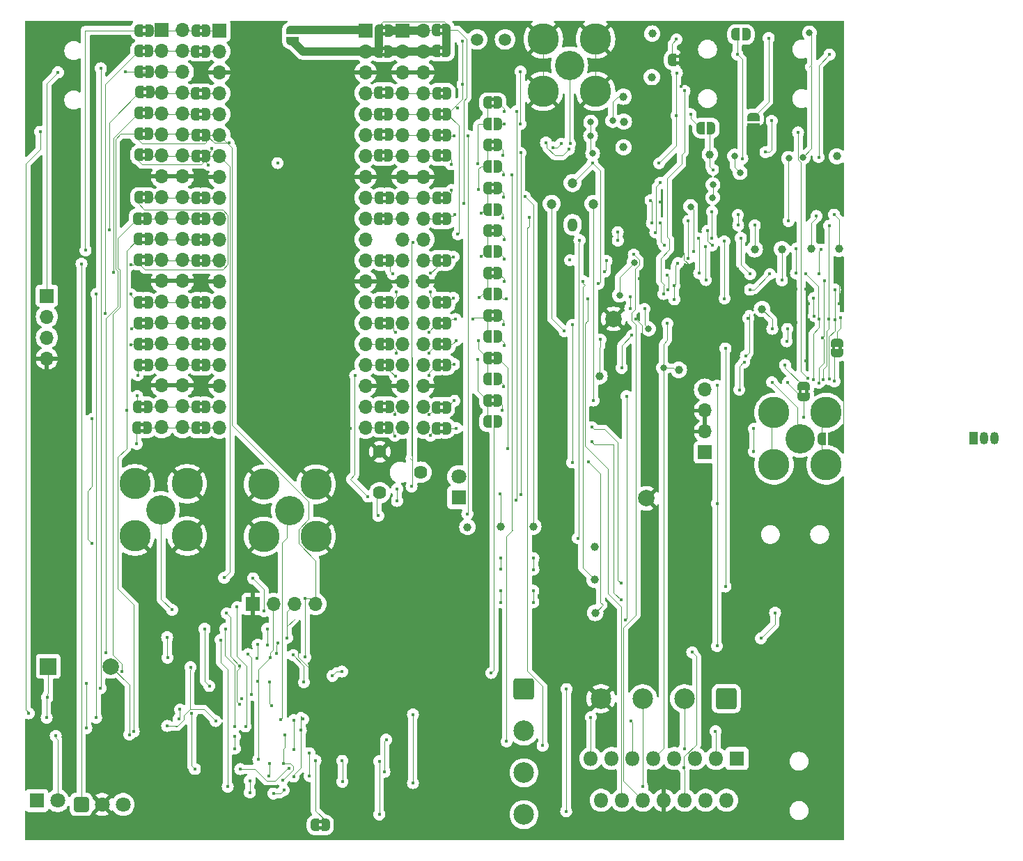
<source format=gbr>
%TF.GenerationSoftware,KiCad,Pcbnew,8.0.4+dfsg-1*%
%TF.CreationDate,2025-02-20T19:36:52-08:00*%
%TF.ProjectId,Audio_in_usd_sound_rp_pico,41756469-6f5f-4696-9e5f-7573645f736f,v0.3.0*%
%TF.SameCoordinates,Original*%
%TF.FileFunction,Copper,L2,Bot*%
%TF.FilePolarity,Positive*%
%FSLAX46Y46*%
G04 Gerber Fmt 4.6, Leading zero omitted, Abs format (unit mm)*
G04 Created by KiCad (PCBNEW 8.0.4+dfsg-1) date 2025-02-20 19:36:52*
%MOMM*%
%LPD*%
G01*
G04 APERTURE LIST*
G04 Aperture macros list*
%AMRoundRect*
0 Rectangle with rounded corners*
0 $1 Rounding radius*
0 $2 $3 $4 $5 $6 $7 $8 $9 X,Y pos of 4 corners*
0 Add a 4 corners polygon primitive as box body*
4,1,4,$2,$3,$4,$5,$6,$7,$8,$9,$2,$3,0*
0 Add four circle primitives for the rounded corners*
1,1,$1+$1,$2,$3*
1,1,$1+$1,$4,$5*
1,1,$1+$1,$6,$7*
1,1,$1+$1,$8,$9*
0 Add four rect primitives between the rounded corners*
20,1,$1+$1,$2,$3,$4,$5,0*
20,1,$1+$1,$4,$5,$6,$7,0*
20,1,$1+$1,$6,$7,$8,$9,0*
20,1,$1+$1,$8,$9,$2,$3,0*%
%AMFreePoly0*
4,1,19,0.500000,-0.750000,0.000000,-0.750000,0.000000,-0.744911,-0.071157,-0.744911,-0.207708,-0.704816,-0.327430,-0.627875,-0.420627,-0.520320,-0.479746,-0.390866,-0.500000,-0.250000,-0.500000,0.250000,-0.479746,0.390866,-0.420627,0.520320,-0.327430,0.627875,-0.207708,0.704816,-0.071157,0.744911,0.000000,0.744911,0.000000,0.750000,0.500000,0.750000,0.500000,-0.750000,0.500000,-0.750000,
$1*%
%AMFreePoly1*
4,1,19,0.000000,0.744911,0.071157,0.744911,0.207708,0.704816,0.327430,0.627875,0.420627,0.520320,0.479746,0.390866,0.500000,0.250000,0.500000,-0.250000,0.479746,-0.390866,0.420627,-0.520320,0.327430,-0.627875,0.207708,-0.704816,0.071157,-0.744911,0.000000,-0.744911,0.000000,-0.750000,-0.500000,-0.750000,-0.500000,0.750000,0.000000,0.750000,0.000000,0.744911,0.000000,0.744911,
$1*%
G04 Aperture macros list end*
%TA.AperFunction,EtchedComponent*%
%ADD10C,0.000000*%
%TD*%
%TA.AperFunction,ComponentPad*%
%ADD11C,3.556000*%
%TD*%
%TA.AperFunction,ComponentPad*%
%ADD12C,3.810000*%
%TD*%
%TA.AperFunction,ComponentPad*%
%ADD13C,1.000000*%
%TD*%
%TA.AperFunction,ComponentPad*%
%ADD14R,1.050000X1.500000*%
%TD*%
%TA.AperFunction,ComponentPad*%
%ADD15O,1.050000X1.500000*%
%TD*%
%TA.AperFunction,ComponentPad*%
%ADD16C,2.000000*%
%TD*%
%TA.AperFunction,ComponentPad*%
%ADD17R,1.700000X1.700000*%
%TD*%
%TA.AperFunction,ComponentPad*%
%ADD18O,1.700000X1.700000*%
%TD*%
%TA.AperFunction,ComponentPad*%
%ADD19R,1.800000X1.800000*%
%TD*%
%TA.AperFunction,ComponentPad*%
%ADD20C,1.800000*%
%TD*%
%TA.AperFunction,ComponentPad*%
%ADD21RoundRect,0.250000X-1.000000X1.000000X-1.000000X-1.000000X1.000000X-1.000000X1.000000X1.000000X0*%
%TD*%
%TA.AperFunction,ComponentPad*%
%ADD22C,2.500000*%
%TD*%
%TA.AperFunction,ComponentPad*%
%ADD23C,1.500000*%
%TD*%
%TA.AperFunction,ComponentPad*%
%ADD24RoundRect,0.248400X-0.651600X-0.651600X0.651600X-0.651600X0.651600X0.651600X-0.651600X0.651600X0*%
%TD*%
%TA.AperFunction,ComponentPad*%
%ADD25C,1.200000*%
%TD*%
%TA.AperFunction,ComponentPad*%
%ADD26O,1.200000X1.600000*%
%TD*%
%TA.AperFunction,ComponentPad*%
%ADD27R,2.000000X2.000000*%
%TD*%
%TA.AperFunction,ComponentPad*%
%ADD28RoundRect,0.250000X1.000000X1.000000X-1.000000X1.000000X-1.000000X-1.000000X1.000000X-1.000000X0*%
%TD*%
%TA.AperFunction,ComponentPad*%
%ADD29C,1.620000*%
%TD*%
%TA.AperFunction,ComponentPad*%
%ADD30O,1.800000X1.800000*%
%TD*%
%TA.AperFunction,SMDPad,CuDef*%
%ADD31FreePoly0,180.000000*%
%TD*%
%TA.AperFunction,SMDPad,CuDef*%
%ADD32FreePoly1,180.000000*%
%TD*%
%TA.AperFunction,SMDPad,CuDef*%
%ADD33FreePoly0,90.000000*%
%TD*%
%TA.AperFunction,SMDPad,CuDef*%
%ADD34FreePoly1,90.000000*%
%TD*%
%TA.AperFunction,SMDPad,CuDef*%
%ADD35FreePoly0,0.000000*%
%TD*%
%TA.AperFunction,SMDPad,CuDef*%
%ADD36FreePoly1,0.000000*%
%TD*%
%TA.AperFunction,SMDPad,CuDef*%
%ADD37FreePoly0,270.000000*%
%TD*%
%TA.AperFunction,SMDPad,CuDef*%
%ADD38FreePoly1,270.000000*%
%TD*%
%TA.AperFunction,ViaPad*%
%ADD39C,0.450000*%
%TD*%
%TA.AperFunction,ViaPad*%
%ADD40C,0.800000*%
%TD*%
%TA.AperFunction,Conductor*%
%ADD41C,0.100000*%
%TD*%
%TA.AperFunction,Conductor*%
%ADD42C,1.000000*%
%TD*%
G04 APERTURE END LIST*
D10*
%TA.AperFunction,EtchedComponent*%
%TO.C,JP28*%
G36*
X138885000Y-76735000D02*
G01*
X138385000Y-76735000D01*
X138385000Y-76335000D01*
X138885000Y-76335000D01*
X138885000Y-76735000D01*
G37*
%TD.AperFunction*%
%TA.AperFunction,EtchedComponent*%
G36*
X138885000Y-77535000D02*
G01*
X138385000Y-77535000D01*
X138385000Y-77135000D01*
X138885000Y-77135000D01*
X138885000Y-77535000D01*
G37*
%TD.AperFunction*%
%TA.AperFunction,EtchedComponent*%
%TO.C,JP41*%
G36*
X131920000Y-69155000D02*
G01*
X131420000Y-69155000D01*
X131420000Y-68755000D01*
X131920000Y-68755000D01*
X131920000Y-69155000D01*
G37*
%TD.AperFunction*%
%TA.AperFunction,EtchedComponent*%
G36*
X131920000Y-69955000D02*
G01*
X131420000Y-69955000D01*
X131420000Y-69555000D01*
X131920000Y-69555000D01*
X131920000Y-69955000D01*
G37*
%TD.AperFunction*%
%TA.AperFunction,EtchedComponent*%
%TO.C,JP66*%
G36*
X109610000Y-97085000D02*
G01*
X109110000Y-97085000D01*
X109110000Y-96685000D01*
X109610000Y-96685000D01*
X109610000Y-97085000D01*
G37*
%TD.AperFunction*%
%TA.AperFunction,EtchedComponent*%
G36*
X109610000Y-97885000D02*
G01*
X109110000Y-97885000D01*
X109110000Y-97485000D01*
X109610000Y-97485000D01*
X109610000Y-97885000D01*
G37*
%TD.AperFunction*%
%TA.AperFunction,EtchedComponent*%
%TO.C,JP83*%
G36*
X102460000Y-97085000D02*
G01*
X101960000Y-97085000D01*
X101960000Y-96685000D01*
X102460000Y-96685000D01*
X102460000Y-97085000D01*
G37*
%TD.AperFunction*%
%TA.AperFunction,EtchedComponent*%
G36*
X102460000Y-97885000D02*
G01*
X101960000Y-97885000D01*
X101960000Y-97485000D01*
X102460000Y-97485000D01*
X102460000Y-97885000D01*
G37*
%TD.AperFunction*%
%TA.AperFunction,EtchedComponent*%
%TO.C,JP81*%
G36*
X102620000Y-89465000D02*
G01*
X102120000Y-89465000D01*
X102120000Y-89065000D01*
X102620000Y-89065000D01*
X102620000Y-89465000D01*
G37*
%TD.AperFunction*%
%TA.AperFunction,EtchedComponent*%
G36*
X102620000Y-90265000D02*
G01*
X102120000Y-90265000D01*
X102120000Y-89865000D01*
X102620000Y-89865000D01*
X102620000Y-90265000D01*
G37*
%TD.AperFunction*%
%TA.AperFunction,EtchedComponent*%
%TO.C,JP79*%
G36*
X102620000Y-84385000D02*
G01*
X102120000Y-84385000D01*
X102120000Y-83985000D01*
X102620000Y-83985000D01*
X102620000Y-84385000D01*
G37*
%TD.AperFunction*%
%TA.AperFunction,EtchedComponent*%
G36*
X102620000Y-85185000D02*
G01*
X102120000Y-85185000D01*
X102120000Y-84785000D01*
X102620000Y-84785000D01*
X102620000Y-85185000D01*
G37*
%TD.AperFunction*%
%TA.AperFunction,EtchedComponent*%
%TO.C,JP31*%
G36*
X138935000Y-86910000D02*
G01*
X138435000Y-86910000D01*
X138435000Y-86510000D01*
X138935000Y-86510000D01*
X138935000Y-86910000D01*
G37*
%TD.AperFunction*%
%TA.AperFunction,EtchedComponent*%
G36*
X138935000Y-87710000D02*
G01*
X138435000Y-87710000D01*
X138435000Y-87310000D01*
X138935000Y-87310000D01*
X138935000Y-87710000D01*
G37*
%TD.AperFunction*%
%TA.AperFunction,EtchedComponent*%
%TO.C,JP74*%
G36*
X102660000Y-69085000D02*
G01*
X102160000Y-69085000D01*
X102160000Y-68685000D01*
X102660000Y-68685000D01*
X102660000Y-69085000D01*
G37*
%TD.AperFunction*%
%TA.AperFunction,EtchedComponent*%
G36*
X102660000Y-69885000D02*
G01*
X102160000Y-69885000D01*
X102160000Y-69485000D01*
X102660000Y-69485000D01*
X102660000Y-69885000D01*
G37*
%TD.AperFunction*%
%TA.AperFunction,EtchedComponent*%
%TO.C,JP78*%
G36*
X102620000Y-81845000D02*
G01*
X102120000Y-81845000D01*
X102120000Y-81445000D01*
X102620000Y-81445000D01*
X102620000Y-81845000D01*
G37*
%TD.AperFunction*%
%TA.AperFunction,EtchedComponent*%
G36*
X102620000Y-82645000D02*
G01*
X102120000Y-82645000D01*
X102120000Y-82245000D01*
X102620000Y-82245000D01*
X102620000Y-82645000D01*
G37*
%TD.AperFunction*%
%TA.AperFunction,EtchedComponent*%
%TO.C,JP13*%
G36*
X145110000Y-88595000D02*
G01*
X144610000Y-88595000D01*
X144610000Y-88195000D01*
X145110000Y-88195000D01*
X145110000Y-88595000D01*
G37*
%TD.AperFunction*%
%TA.AperFunction,EtchedComponent*%
G36*
X145110000Y-89395000D02*
G01*
X144610000Y-89395000D01*
X144610000Y-88995000D01*
X145110000Y-88995000D01*
X145110000Y-89395000D01*
G37*
%TD.AperFunction*%
%TA.AperFunction,EtchedComponent*%
%TO.C,JP22*%
G36*
X138935000Y-56435000D02*
G01*
X138435000Y-56435000D01*
X138435000Y-56035000D01*
X138935000Y-56035000D01*
X138935000Y-56435000D01*
G37*
%TD.AperFunction*%
%TA.AperFunction,EtchedComponent*%
G36*
X138935000Y-57235000D02*
G01*
X138435000Y-57235000D01*
X138435000Y-56835000D01*
X138935000Y-56835000D01*
X138935000Y-57235000D01*
G37*
%TD.AperFunction*%
%TA.AperFunction,EtchedComponent*%
%TO.C,JP69*%
G36*
X102710000Y-53785000D02*
G01*
X102210000Y-53785000D01*
X102210000Y-53385000D01*
X102710000Y-53385000D01*
X102710000Y-53785000D01*
G37*
%TD.AperFunction*%
%TA.AperFunction,EtchedComponent*%
G36*
X102710000Y-54585000D02*
G01*
X102210000Y-54585000D01*
X102210000Y-54185000D01*
X102710000Y-54185000D01*
X102710000Y-54585000D01*
G37*
%TD.AperFunction*%
%TA.AperFunction,EtchedComponent*%
%TO.C,JP87*%
G36*
X186490000Y-87815000D02*
G01*
X186090000Y-87815000D01*
X186090000Y-87315000D01*
X186490000Y-87315000D01*
X186490000Y-87815000D01*
G37*
%TD.AperFunction*%
%TA.AperFunction,EtchedComponent*%
G36*
X187290000Y-87815000D02*
G01*
X186890000Y-87815000D01*
X186890000Y-87315000D01*
X187290000Y-87315000D01*
X187290000Y-87815000D01*
G37*
%TD.AperFunction*%
%TA.AperFunction,EtchedComponent*%
%TO.C,JP44*%
G36*
X131920000Y-81835000D02*
G01*
X131420000Y-81835000D01*
X131420000Y-81435000D01*
X131920000Y-81435000D01*
X131920000Y-81835000D01*
G37*
%TD.AperFunction*%
%TA.AperFunction,EtchedComponent*%
G36*
X131920000Y-82635000D02*
G01*
X131420000Y-82635000D01*
X131420000Y-82235000D01*
X131920000Y-82235000D01*
X131920000Y-82635000D01*
G37*
%TD.AperFunction*%
%TA.AperFunction,EtchedComponent*%
%TO.C,JP47*%
G36*
X131980000Y-89475000D02*
G01*
X131480000Y-89475000D01*
X131480000Y-89075000D01*
X131980000Y-89075000D01*
X131980000Y-89475000D01*
G37*
%TD.AperFunction*%
%TA.AperFunction,EtchedComponent*%
G36*
X131980000Y-90275000D02*
G01*
X131480000Y-90275000D01*
X131480000Y-89875000D01*
X131980000Y-89875000D01*
X131980000Y-90275000D01*
G37*
%TD.AperFunction*%
%TA.AperFunction,EtchedComponent*%
%TO.C,JP73*%
G36*
X102685000Y-63910000D02*
G01*
X102185000Y-63910000D01*
X102185000Y-63510000D01*
X102685000Y-63510000D01*
X102685000Y-63910000D01*
G37*
%TD.AperFunction*%
%TA.AperFunction,EtchedComponent*%
G36*
X102685000Y-64710000D02*
G01*
X102185000Y-64710000D01*
X102185000Y-64310000D01*
X102685000Y-64310000D01*
X102685000Y-64710000D01*
G37*
%TD.AperFunction*%
%TA.AperFunction,EtchedComponent*%
%TO.C,JP59*%
G36*
X109610000Y-74225000D02*
G01*
X109110000Y-74225000D01*
X109110000Y-73825000D01*
X109610000Y-73825000D01*
X109610000Y-74225000D01*
G37*
%TD.AperFunction*%
%TA.AperFunction,EtchedComponent*%
G36*
X109610000Y-75025000D02*
G01*
X109110000Y-75025000D01*
X109110000Y-74625000D01*
X109610000Y-74625000D01*
X109610000Y-75025000D01*
G37*
%TD.AperFunction*%
%TA.AperFunction,EtchedComponent*%
%TO.C,JP40*%
G36*
X131800000Y-63985000D02*
G01*
X131300000Y-63985000D01*
X131300000Y-63585000D01*
X131800000Y-63585000D01*
X131800000Y-63985000D01*
G37*
%TD.AperFunction*%
%TA.AperFunction,EtchedComponent*%
G36*
X131800000Y-64785000D02*
G01*
X131300000Y-64785000D01*
X131300000Y-64385000D01*
X131800000Y-64385000D01*
X131800000Y-64785000D01*
G37*
%TD.AperFunction*%
%TA.AperFunction,EtchedComponent*%
%TO.C,JP42*%
G36*
X131790000Y-71685000D02*
G01*
X131290000Y-71685000D01*
X131290000Y-71285000D01*
X131790000Y-71285000D01*
X131790000Y-71685000D01*
G37*
%TD.AperFunction*%
%TA.AperFunction,EtchedComponent*%
G36*
X131790000Y-72485000D02*
G01*
X131290000Y-72485000D01*
X131290000Y-72085000D01*
X131790000Y-72085000D01*
X131790000Y-72485000D01*
G37*
%TD.AperFunction*%
%TA.AperFunction,EtchedComponent*%
%TO.C,JP15*%
G36*
X145080000Y-93755000D02*
G01*
X144580000Y-93755000D01*
X144580000Y-93355000D01*
X145080000Y-93355000D01*
X145080000Y-93755000D01*
G37*
%TD.AperFunction*%
%TA.AperFunction,EtchedComponent*%
G36*
X145080000Y-94555000D02*
G01*
X144580000Y-94555000D01*
X144580000Y-94155000D01*
X145080000Y-94155000D01*
X145080000Y-94555000D01*
G37*
%TD.AperFunction*%
%TA.AperFunction,EtchedComponent*%
%TO.C,JP60*%
G36*
X109610000Y-76765000D02*
G01*
X109110000Y-76765000D01*
X109110000Y-76365000D01*
X109610000Y-76365000D01*
X109610000Y-76765000D01*
G37*
%TD.AperFunction*%
%TA.AperFunction,EtchedComponent*%
G36*
X109610000Y-77565000D02*
G01*
X109110000Y-77565000D01*
X109110000Y-77165000D01*
X109610000Y-77165000D01*
X109610000Y-77565000D01*
G37*
%TD.AperFunction*%
%TA.AperFunction,EtchedComponent*%
%TO.C,JP34*%
G36*
X138860000Y-97135000D02*
G01*
X138360000Y-97135000D01*
X138360000Y-96735000D01*
X138860000Y-96735000D01*
X138860000Y-97135000D01*
G37*
%TD.AperFunction*%
%TA.AperFunction,EtchedComponent*%
G36*
X138860000Y-97935000D02*
G01*
X138360000Y-97935000D01*
X138360000Y-97535000D01*
X138860000Y-97535000D01*
X138860000Y-97935000D01*
G37*
%TD.AperFunction*%
%TA.AperFunction,EtchedComponent*%
%TO.C,JP80*%
G36*
X102620000Y-86925000D02*
G01*
X102120000Y-86925000D01*
X102120000Y-86525000D01*
X102620000Y-86525000D01*
X102620000Y-86925000D01*
G37*
%TD.AperFunction*%
%TA.AperFunction,EtchedComponent*%
G36*
X102620000Y-87725000D02*
G01*
X102120000Y-87725000D01*
X102120000Y-87325000D01*
X102620000Y-87325000D01*
X102620000Y-87725000D01*
G37*
%TD.AperFunction*%
%TA.AperFunction,EtchedComponent*%
%TO.C,JP67*%
G36*
X102710000Y-48785000D02*
G01*
X102210000Y-48785000D01*
X102210000Y-48385000D01*
X102710000Y-48385000D01*
X102710000Y-48785000D01*
G37*
%TD.AperFunction*%
%TA.AperFunction,EtchedComponent*%
G36*
X102710000Y-49585000D02*
G01*
X102210000Y-49585000D01*
X102210000Y-49185000D01*
X102710000Y-49185000D01*
X102710000Y-49585000D01*
G37*
%TD.AperFunction*%
%TA.AperFunction,EtchedComponent*%
%TO.C,JP82*%
G36*
X102535000Y-94535000D02*
G01*
X102035000Y-94535000D01*
X102035000Y-94135000D01*
X102535000Y-94135000D01*
X102535000Y-94535000D01*
G37*
%TD.AperFunction*%
%TA.AperFunction,EtchedComponent*%
G36*
X102535000Y-95335000D02*
G01*
X102035000Y-95335000D01*
X102035000Y-94935000D01*
X102535000Y-94935000D01*
X102535000Y-95335000D01*
G37*
%TD.AperFunction*%
%TA.AperFunction,EtchedComponent*%
%TO.C,JP11*%
G36*
X145110000Y-83405000D02*
G01*
X144610000Y-83405000D01*
X144610000Y-83005000D01*
X145110000Y-83005000D01*
X145110000Y-83405000D01*
G37*
%TD.AperFunction*%
%TA.AperFunction,EtchedComponent*%
G36*
X145110000Y-84205000D02*
G01*
X144610000Y-84205000D01*
X144610000Y-83805000D01*
X145110000Y-83805000D01*
X145110000Y-84205000D01*
G37*
%TD.AperFunction*%
%TA.AperFunction,EtchedComponent*%
%TO.C,JP23*%
G36*
X138935000Y-58960000D02*
G01*
X138435000Y-58960000D01*
X138435000Y-58560000D01*
X138935000Y-58560000D01*
X138935000Y-58960000D01*
G37*
%TD.AperFunction*%
%TA.AperFunction,EtchedComponent*%
G36*
X138935000Y-59760000D02*
G01*
X138435000Y-59760000D01*
X138435000Y-59360000D01*
X138935000Y-59360000D01*
X138935000Y-59760000D01*
G37*
%TD.AperFunction*%
%TA.AperFunction,EtchedComponent*%
%TO.C,JP77*%
G36*
X102620000Y-76705000D02*
G01*
X102120000Y-76705000D01*
X102120000Y-76305000D01*
X102620000Y-76305000D01*
X102620000Y-76705000D01*
G37*
%TD.AperFunction*%
%TA.AperFunction,EtchedComponent*%
G36*
X102620000Y-77505000D02*
G01*
X102120000Y-77505000D01*
X102120000Y-77105000D01*
X102620000Y-77105000D01*
X102620000Y-77505000D01*
G37*
%TD.AperFunction*%
%TA.AperFunction,EtchedComponent*%
%TO.C,JP1*%
G36*
X145090000Y-57565000D02*
G01*
X144590000Y-57565000D01*
X144590000Y-57165000D01*
X145090000Y-57165000D01*
X145090000Y-57565000D01*
G37*
%TD.AperFunction*%
%TA.AperFunction,EtchedComponent*%
G36*
X145090000Y-58365000D02*
G01*
X144590000Y-58365000D01*
X144590000Y-57965000D01*
X145090000Y-57965000D01*
X145090000Y-58365000D01*
G37*
%TD.AperFunction*%
%TA.AperFunction,EtchedComponent*%
%TO.C,JP27*%
G36*
X138885000Y-71685000D02*
G01*
X138385000Y-71685000D01*
X138385000Y-71285000D01*
X138885000Y-71285000D01*
X138885000Y-71685000D01*
G37*
%TD.AperFunction*%
%TA.AperFunction,EtchedComponent*%
G36*
X138885000Y-72485000D02*
G01*
X138385000Y-72485000D01*
X138385000Y-72085000D01*
X138885000Y-72085000D01*
X138885000Y-72485000D01*
G37*
%TD.AperFunction*%
%TA.AperFunction,EtchedComponent*%
%TO.C,JP39*%
G36*
X131840000Y-61445000D02*
G01*
X131340000Y-61445000D01*
X131340000Y-61045000D01*
X131840000Y-61045000D01*
X131840000Y-61445000D01*
G37*
%TD.AperFunction*%
%TA.AperFunction,EtchedComponent*%
G36*
X131840000Y-62245000D02*
G01*
X131340000Y-62245000D01*
X131340000Y-61845000D01*
X131840000Y-61845000D01*
X131840000Y-62245000D01*
G37*
%TD.AperFunction*%
%TA.AperFunction,EtchedComponent*%
%TO.C,JP3*%
G36*
X145090000Y-62735000D02*
G01*
X144590000Y-62735000D01*
X144590000Y-62335000D01*
X145090000Y-62335000D01*
X145090000Y-62735000D01*
G37*
%TD.AperFunction*%
%TA.AperFunction,EtchedComponent*%
G36*
X145090000Y-63535000D02*
G01*
X144590000Y-63535000D01*
X144590000Y-63135000D01*
X145090000Y-63135000D01*
X145090000Y-63535000D01*
G37*
%TD.AperFunction*%
%TA.AperFunction,EtchedComponent*%
%TO.C,JP17*%
G36*
X167560000Y-52355000D02*
G01*
X167060000Y-52355000D01*
X167060000Y-51955000D01*
X167560000Y-51955000D01*
X167560000Y-52355000D01*
G37*
%TD.AperFunction*%
%TA.AperFunction,EtchedComponent*%
G36*
X167560000Y-53155000D02*
G01*
X167060000Y-53155000D01*
X167060000Y-52755000D01*
X167560000Y-52755000D01*
X167560000Y-53155000D01*
G37*
%TD.AperFunction*%
%TA.AperFunction,EtchedComponent*%
%TO.C,JP5*%
G36*
X145090000Y-67915000D02*
G01*
X144590000Y-67915000D01*
X144590000Y-67515000D01*
X145090000Y-67515000D01*
X145090000Y-67915000D01*
G37*
%TD.AperFunction*%
%TA.AperFunction,EtchedComponent*%
G36*
X145090000Y-68715000D02*
G01*
X144590000Y-68715000D01*
X144590000Y-68315000D01*
X145090000Y-68315000D01*
X145090000Y-68715000D01*
G37*
%TD.AperFunction*%
%TA.AperFunction,EtchedComponent*%
%TO.C,JP63*%
G36*
X109610000Y-86925000D02*
G01*
X109110000Y-86925000D01*
X109110000Y-86525000D01*
X109610000Y-86525000D01*
X109610000Y-86925000D01*
G37*
%TD.AperFunction*%
%TA.AperFunction,EtchedComponent*%
G36*
X109610000Y-87725000D02*
G01*
X109110000Y-87725000D01*
X109110000Y-87325000D01*
X109610000Y-87325000D01*
X109610000Y-87725000D01*
G37*
%TD.AperFunction*%
%TA.AperFunction,EtchedComponent*%
%TO.C,JP86*%
G36*
X182430000Y-93135000D02*
G01*
X182030000Y-93135000D01*
X182030000Y-92635000D01*
X182430000Y-92635000D01*
X182430000Y-93135000D01*
G37*
%TD.AperFunction*%
%TA.AperFunction,EtchedComponent*%
G36*
X183230000Y-93135000D02*
G01*
X182830000Y-93135000D01*
X182830000Y-92635000D01*
X183230000Y-92635000D01*
X183230000Y-93135000D01*
G37*
%TD.AperFunction*%
%TA.AperFunction,EtchedComponent*%
%TO.C,JP51*%
G36*
X109640000Y-48815000D02*
G01*
X109140000Y-48815000D01*
X109140000Y-48415000D01*
X109640000Y-48415000D01*
X109640000Y-48815000D01*
G37*
%TD.AperFunction*%
%TA.AperFunction,EtchedComponent*%
G36*
X109640000Y-49615000D02*
G01*
X109140000Y-49615000D01*
X109140000Y-49215000D01*
X109640000Y-49215000D01*
X109640000Y-49615000D01*
G37*
%TD.AperFunction*%
%TA.AperFunction,EtchedComponent*%
%TO.C,JP68*%
G36*
X102685000Y-51285000D02*
G01*
X102185000Y-51285000D01*
X102185000Y-50885000D01*
X102685000Y-50885000D01*
X102685000Y-51285000D01*
G37*
%TD.AperFunction*%
%TA.AperFunction,EtchedComponent*%
G36*
X102685000Y-52085000D02*
G01*
X102185000Y-52085000D01*
X102185000Y-51685000D01*
X102685000Y-51685000D01*
X102685000Y-52085000D01*
G37*
%TD.AperFunction*%
%TA.AperFunction,EtchedComponent*%
%TO.C,JP38*%
G36*
X131810000Y-58935000D02*
G01*
X131310000Y-58935000D01*
X131310000Y-58535000D01*
X131810000Y-58535000D01*
X131810000Y-58935000D01*
G37*
%TD.AperFunction*%
%TA.AperFunction,EtchedComponent*%
G36*
X131810000Y-59735000D02*
G01*
X131310000Y-59735000D01*
X131310000Y-59335000D01*
X131810000Y-59335000D01*
X131810000Y-59735000D01*
G37*
%TD.AperFunction*%
%TA.AperFunction,EtchedComponent*%
%TO.C,JP75*%
G36*
X102510000Y-71635000D02*
G01*
X102010000Y-71635000D01*
X102010000Y-71235000D01*
X102510000Y-71235000D01*
X102510000Y-71635000D01*
G37*
%TD.AperFunction*%
%TA.AperFunction,EtchedComponent*%
G36*
X102510000Y-72435000D02*
G01*
X102010000Y-72435000D01*
X102010000Y-72035000D01*
X102510000Y-72035000D01*
X102510000Y-72435000D01*
G37*
%TD.AperFunction*%
%TA.AperFunction,EtchedComponent*%
%TO.C,JP65*%
G36*
X109610000Y-94545000D02*
G01*
X109110000Y-94545000D01*
X109110000Y-94145000D01*
X109610000Y-94145000D01*
X109610000Y-94545000D01*
G37*
%TD.AperFunction*%
%TA.AperFunction,EtchedComponent*%
G36*
X109610000Y-95345000D02*
G01*
X109110000Y-95345000D01*
X109110000Y-94945000D01*
X109610000Y-94945000D01*
X109610000Y-95345000D01*
G37*
%TD.AperFunction*%
%TA.AperFunction,EtchedComponent*%
%TO.C,JP32*%
G36*
X138935000Y-89435000D02*
G01*
X138435000Y-89435000D01*
X138435000Y-89035000D01*
X138935000Y-89035000D01*
X138935000Y-89435000D01*
G37*
%TD.AperFunction*%
%TA.AperFunction,EtchedComponent*%
G36*
X138935000Y-90235000D02*
G01*
X138435000Y-90235000D01*
X138435000Y-89835000D01*
X138935000Y-89835000D01*
X138935000Y-90235000D01*
G37*
%TD.AperFunction*%
%TA.AperFunction,EtchedComponent*%
%TO.C,JP29*%
G36*
X138910000Y-81835000D02*
G01*
X138410000Y-81835000D01*
X138410000Y-81435000D01*
X138910000Y-81435000D01*
X138910000Y-81835000D01*
G37*
%TD.AperFunction*%
%TA.AperFunction,EtchedComponent*%
G36*
X138910000Y-82635000D02*
G01*
X138410000Y-82635000D01*
X138410000Y-82235000D01*
X138910000Y-82235000D01*
X138910000Y-82635000D01*
G37*
%TD.AperFunction*%
%TA.AperFunction,EtchedComponent*%
%TO.C,JP49*%
G36*
X131890000Y-97045000D02*
G01*
X131390000Y-97045000D01*
X131390000Y-96645000D01*
X131890000Y-96645000D01*
X131890000Y-97045000D01*
G37*
%TD.AperFunction*%
%TA.AperFunction,EtchedComponent*%
G36*
X131890000Y-97845000D02*
G01*
X131390000Y-97845000D01*
X131390000Y-97445000D01*
X131890000Y-97445000D01*
X131890000Y-97845000D01*
G37*
%TD.AperFunction*%
%TA.AperFunction,EtchedComponent*%
%TO.C,JP45*%
G36*
X131920000Y-84385000D02*
G01*
X131420000Y-84385000D01*
X131420000Y-83985000D01*
X131920000Y-83985000D01*
X131920000Y-84385000D01*
G37*
%TD.AperFunction*%
%TA.AperFunction,EtchedComponent*%
G36*
X131920000Y-85185000D02*
G01*
X131420000Y-85185000D01*
X131420000Y-84785000D01*
X131920000Y-84785000D01*
X131920000Y-85185000D01*
G37*
%TD.AperFunction*%
%TA.AperFunction,EtchedComponent*%
%TO.C,JP52*%
G36*
X109580000Y-51325000D02*
G01*
X109080000Y-51325000D01*
X109080000Y-50925000D01*
X109580000Y-50925000D01*
X109580000Y-51325000D01*
G37*
%TD.AperFunction*%
%TA.AperFunction,EtchedComponent*%
G36*
X109580000Y-52125000D02*
G01*
X109080000Y-52125000D01*
X109080000Y-51725000D01*
X109580000Y-51725000D01*
X109580000Y-52125000D01*
G37*
%TD.AperFunction*%
%TA.AperFunction,EtchedComponent*%
%TO.C,JP70*%
G36*
X102810000Y-56285000D02*
G01*
X102310000Y-56285000D01*
X102310000Y-55885000D01*
X102810000Y-55885000D01*
X102810000Y-56285000D01*
G37*
%TD.AperFunction*%
%TA.AperFunction,EtchedComponent*%
G36*
X102810000Y-57085000D02*
G01*
X102310000Y-57085000D01*
X102310000Y-56685000D01*
X102810000Y-56685000D01*
X102810000Y-57085000D01*
G37*
%TD.AperFunction*%
%TA.AperFunction,EtchedComponent*%
%TO.C,JP35*%
G36*
X131900000Y-48815000D02*
G01*
X131400000Y-48815000D01*
X131400000Y-48415000D01*
X131900000Y-48415000D01*
X131900000Y-48815000D01*
G37*
%TD.AperFunction*%
%TA.AperFunction,EtchedComponent*%
G36*
X131900000Y-49615000D02*
G01*
X131400000Y-49615000D01*
X131400000Y-49215000D01*
X131900000Y-49215000D01*
X131900000Y-49615000D01*
G37*
%TD.AperFunction*%
%TA.AperFunction,EtchedComponent*%
%TO.C,JP46*%
G36*
X131980000Y-86945000D02*
G01*
X131480000Y-86945000D01*
X131480000Y-86545000D01*
X131980000Y-86545000D01*
X131980000Y-86945000D01*
G37*
%TD.AperFunction*%
%TA.AperFunction,EtchedComponent*%
G36*
X131980000Y-87745000D02*
G01*
X131480000Y-87745000D01*
X131480000Y-87345000D01*
X131980000Y-87345000D01*
X131980000Y-87745000D01*
G37*
%TD.AperFunction*%
%TA.AperFunction,EtchedComponent*%
%TO.C,JP33*%
G36*
X138860000Y-94585000D02*
G01*
X138360000Y-94585000D01*
X138360000Y-94185000D01*
X138860000Y-94185000D01*
X138860000Y-94585000D01*
G37*
%TD.AperFunction*%
%TA.AperFunction,EtchedComponent*%
G36*
X138860000Y-95385000D02*
G01*
X138360000Y-95385000D01*
X138360000Y-94985000D01*
X138860000Y-94985000D01*
X138860000Y-95385000D01*
G37*
%TD.AperFunction*%
%TA.AperFunction,EtchedComponent*%
%TO.C,JP64*%
G36*
X109610000Y-89465000D02*
G01*
X109110000Y-89465000D01*
X109110000Y-89065000D01*
X109610000Y-89065000D01*
X109610000Y-89465000D01*
G37*
%TD.AperFunction*%
%TA.AperFunction,EtchedComponent*%
G36*
X109610000Y-90265000D02*
G01*
X109110000Y-90265000D01*
X109110000Y-89865000D01*
X109610000Y-89865000D01*
X109610000Y-90265000D01*
G37*
%TD.AperFunction*%
%TA.AperFunction,EtchedComponent*%
%TO.C,JP58*%
G36*
X109610000Y-71685000D02*
G01*
X109110000Y-71685000D01*
X109110000Y-71285000D01*
X109610000Y-71285000D01*
X109610000Y-71685000D01*
G37*
%TD.AperFunction*%
%TA.AperFunction,EtchedComponent*%
G36*
X109610000Y-72485000D02*
G01*
X109110000Y-72485000D01*
X109110000Y-72085000D01*
X109610000Y-72085000D01*
X109610000Y-72485000D01*
G37*
%TD.AperFunction*%
%TA.AperFunction,EtchedComponent*%
%TO.C,JP48*%
G36*
X131930000Y-94505000D02*
G01*
X131430000Y-94505000D01*
X131430000Y-94105000D01*
X131930000Y-94105000D01*
X131930000Y-94505000D01*
G37*
%TD.AperFunction*%
%TA.AperFunction,EtchedComponent*%
G36*
X131930000Y-95305000D02*
G01*
X131430000Y-95305000D01*
X131430000Y-94905000D01*
X131930000Y-94905000D01*
X131930000Y-95305000D01*
G37*
%TD.AperFunction*%
%TA.AperFunction,EtchedComponent*%
%TO.C,JP7*%
G36*
X145100000Y-73105000D02*
G01*
X144600000Y-73105000D01*
X144600000Y-72705000D01*
X145100000Y-72705000D01*
X145100000Y-73105000D01*
G37*
%TD.AperFunction*%
%TA.AperFunction,EtchedComponent*%
G36*
X145100000Y-73905000D02*
G01*
X144600000Y-73905000D01*
X144600000Y-73505000D01*
X145100000Y-73505000D01*
X145100000Y-73905000D01*
G37*
%TD.AperFunction*%
%TA.AperFunction,EtchedComponent*%
%TO.C,JP53*%
G36*
X109580000Y-56475000D02*
G01*
X109080000Y-56475000D01*
X109080000Y-56075000D01*
X109580000Y-56075000D01*
X109580000Y-56475000D01*
G37*
%TD.AperFunction*%
%TA.AperFunction,EtchedComponent*%
G36*
X109580000Y-57275000D02*
G01*
X109080000Y-57275000D01*
X109080000Y-56875000D01*
X109580000Y-56875000D01*
X109580000Y-57275000D01*
G37*
%TD.AperFunction*%
%TA.AperFunction,EtchedComponent*%
%TO.C,JP61*%
G36*
X109610000Y-81845000D02*
G01*
X109110000Y-81845000D01*
X109110000Y-81445000D01*
X109610000Y-81445000D01*
X109610000Y-81845000D01*
G37*
%TD.AperFunction*%
%TA.AperFunction,EtchedComponent*%
G36*
X109610000Y-82645000D02*
G01*
X109110000Y-82645000D01*
X109110000Y-82245000D01*
X109610000Y-82245000D01*
X109610000Y-82645000D01*
G37*
%TD.AperFunction*%
%TA.AperFunction,EtchedComponent*%
%TO.C,JP72*%
G36*
X102685000Y-61385000D02*
G01*
X102185000Y-61385000D01*
X102185000Y-60985000D01*
X102685000Y-60985000D01*
X102685000Y-61385000D01*
G37*
%TD.AperFunction*%
%TA.AperFunction,EtchedComponent*%
G36*
X102685000Y-62185000D02*
G01*
X102185000Y-62185000D01*
X102185000Y-61785000D01*
X102685000Y-61785000D01*
X102685000Y-62185000D01*
G37*
%TD.AperFunction*%
%TA.AperFunction,EtchedComponent*%
%TO.C,JP76*%
G36*
X102630000Y-74165000D02*
G01*
X102130000Y-74165000D01*
X102130000Y-73765000D01*
X102630000Y-73765000D01*
X102630000Y-74165000D01*
G37*
%TD.AperFunction*%
%TA.AperFunction,EtchedComponent*%
G36*
X102630000Y-74965000D02*
G01*
X102130000Y-74965000D01*
X102130000Y-74565000D01*
X102630000Y-74565000D01*
X102630000Y-74965000D01*
G37*
%TD.AperFunction*%
%TA.AperFunction,EtchedComponent*%
%TO.C,JP56*%
G36*
X109590000Y-64015000D02*
G01*
X109090000Y-64015000D01*
X109090000Y-63615000D01*
X109590000Y-63615000D01*
X109590000Y-64015000D01*
G37*
%TD.AperFunction*%
%TA.AperFunction,EtchedComponent*%
G36*
X109590000Y-64815000D02*
G01*
X109090000Y-64815000D01*
X109090000Y-64415000D01*
X109590000Y-64415000D01*
X109590000Y-64815000D01*
G37*
%TD.AperFunction*%
%TA.AperFunction,EtchedComponent*%
%TO.C,JP26*%
G36*
X138885000Y-69135000D02*
G01*
X138385000Y-69135000D01*
X138385000Y-68735000D01*
X138885000Y-68735000D01*
X138885000Y-69135000D01*
G37*
%TD.AperFunction*%
%TA.AperFunction,EtchedComponent*%
G36*
X138885000Y-69935000D02*
G01*
X138385000Y-69935000D01*
X138385000Y-69535000D01*
X138885000Y-69535000D01*
X138885000Y-69935000D01*
G37*
%TD.AperFunction*%
%TA.AperFunction,EtchedComponent*%
%TO.C,JP25*%
G36*
X138910000Y-64010000D02*
G01*
X138410000Y-64010000D01*
X138410000Y-63610000D01*
X138910000Y-63610000D01*
X138910000Y-64010000D01*
G37*
%TD.AperFunction*%
%TA.AperFunction,EtchedComponent*%
G36*
X138910000Y-64810000D02*
G01*
X138410000Y-64810000D01*
X138410000Y-64410000D01*
X138910000Y-64410000D01*
X138910000Y-64810000D01*
G37*
%TD.AperFunction*%
%TA.AperFunction,EtchedComponent*%
%TO.C,JP55*%
G36*
X109600000Y-61475000D02*
G01*
X109100000Y-61475000D01*
X109100000Y-61075000D01*
X109600000Y-61075000D01*
X109600000Y-61475000D01*
G37*
%TD.AperFunction*%
%TA.AperFunction,EtchedComponent*%
G36*
X109600000Y-62275000D02*
G01*
X109100000Y-62275000D01*
X109100000Y-61875000D01*
X109600000Y-61875000D01*
X109600000Y-62275000D01*
G37*
%TD.AperFunction*%
%TA.AperFunction,EtchedComponent*%
%TO.C,JP36*%
G36*
X131820000Y-51365000D02*
G01*
X131320000Y-51365000D01*
X131320000Y-50965000D01*
X131820000Y-50965000D01*
X131820000Y-51365000D01*
G37*
%TD.AperFunction*%
%TA.AperFunction,EtchedComponent*%
G36*
X131820000Y-52165000D02*
G01*
X131320000Y-52165000D01*
X131320000Y-51765000D01*
X131820000Y-51765000D01*
X131820000Y-52165000D01*
G37*
%TD.AperFunction*%
%TA.AperFunction,EtchedComponent*%
%TO.C,JP89*%
G36*
X124130000Y-145345000D02*
G01*
X123630000Y-145345000D01*
X123630000Y-144945000D01*
X124130000Y-144945000D01*
X124130000Y-145345000D01*
G37*
%TD.AperFunction*%
%TA.AperFunction,EtchedComponent*%
G36*
X124130000Y-146145000D02*
G01*
X123630000Y-146145000D01*
X123630000Y-145745000D01*
X124130000Y-145745000D01*
X124130000Y-146145000D01*
G37*
%TD.AperFunction*%
%TA.AperFunction,EtchedComponent*%
%TO.C,JP20*%
G36*
X138835000Y-48760000D02*
G01*
X138335000Y-48760000D01*
X138335000Y-48360000D01*
X138835000Y-48360000D01*
X138835000Y-48760000D01*
G37*
%TD.AperFunction*%
%TA.AperFunction,EtchedComponent*%
G36*
X138835000Y-49560000D02*
G01*
X138335000Y-49560000D01*
X138335000Y-49160000D01*
X138835000Y-49160000D01*
X138835000Y-49560000D01*
G37*
%TD.AperFunction*%
%TA.AperFunction,EtchedComponent*%
%TO.C,JP30*%
G36*
X138935000Y-84385000D02*
G01*
X138435000Y-84385000D01*
X138435000Y-83985000D01*
X138935000Y-83985000D01*
X138935000Y-84385000D01*
G37*
%TD.AperFunction*%
%TA.AperFunction,EtchedComponent*%
G36*
X138935000Y-85185000D02*
G01*
X138435000Y-85185000D01*
X138435000Y-84785000D01*
X138935000Y-84785000D01*
X138935000Y-85185000D01*
G37*
%TD.AperFunction*%
%TA.AperFunction,EtchedComponent*%
%TO.C,JP24*%
G36*
X138935000Y-61510000D02*
G01*
X138435000Y-61510000D01*
X138435000Y-61110000D01*
X138935000Y-61110000D01*
X138935000Y-61510000D01*
G37*
%TD.AperFunction*%
%TA.AperFunction,EtchedComponent*%
G36*
X138935000Y-62310000D02*
G01*
X138435000Y-62310000D01*
X138435000Y-61910000D01*
X138935000Y-61910000D01*
X138935000Y-62310000D01*
G37*
%TD.AperFunction*%
%TA.AperFunction,EtchedComponent*%
%TO.C,JP43*%
G36*
X131920000Y-76735000D02*
G01*
X131420000Y-76735000D01*
X131420000Y-76335000D01*
X131920000Y-76335000D01*
X131920000Y-76735000D01*
G37*
%TD.AperFunction*%
%TA.AperFunction,EtchedComponent*%
G36*
X131920000Y-77535000D02*
G01*
X131420000Y-77535000D01*
X131420000Y-77135000D01*
X131920000Y-77135000D01*
X131920000Y-77535000D01*
G37*
%TD.AperFunction*%
%TA.AperFunction,EtchedComponent*%
%TO.C,JP57*%
G36*
X109610000Y-69145000D02*
G01*
X109110000Y-69145000D01*
X109110000Y-68745000D01*
X109610000Y-68745000D01*
X109610000Y-69145000D01*
G37*
%TD.AperFunction*%
%TA.AperFunction,EtchedComponent*%
G36*
X109610000Y-69945000D02*
G01*
X109110000Y-69945000D01*
X109110000Y-69545000D01*
X109610000Y-69545000D01*
X109610000Y-69945000D01*
G37*
%TD.AperFunction*%
%TA.AperFunction,EtchedComponent*%
%TO.C,JP54*%
G36*
X109580000Y-58975000D02*
G01*
X109080000Y-58975000D01*
X109080000Y-58575000D01*
X109580000Y-58575000D01*
X109580000Y-58975000D01*
G37*
%TD.AperFunction*%
%TA.AperFunction,EtchedComponent*%
G36*
X109580000Y-59775000D02*
G01*
X109080000Y-59775000D01*
X109080000Y-59375000D01*
X109580000Y-59375000D01*
X109580000Y-59775000D01*
G37*
%TD.AperFunction*%
%TA.AperFunction,EtchedComponent*%
%TO.C,JP9*%
G36*
X145110000Y-78255000D02*
G01*
X144610000Y-78255000D01*
X144610000Y-77855000D01*
X145110000Y-77855000D01*
X145110000Y-78255000D01*
G37*
%TD.AperFunction*%
%TA.AperFunction,EtchedComponent*%
G36*
X145110000Y-79055000D02*
G01*
X144610000Y-79055000D01*
X144610000Y-78655000D01*
X145110000Y-78655000D01*
X145110000Y-79055000D01*
G37*
%TD.AperFunction*%
%TA.AperFunction,EtchedComponent*%
%TO.C,JP71*%
G36*
X102685000Y-58835000D02*
G01*
X102185000Y-58835000D01*
X102185000Y-58435000D01*
X102685000Y-58435000D01*
X102685000Y-58835000D01*
G37*
%TD.AperFunction*%
%TA.AperFunction,EtchedComponent*%
G36*
X102685000Y-59635000D02*
G01*
X102185000Y-59635000D01*
X102185000Y-59235000D01*
X102685000Y-59235000D01*
X102685000Y-59635000D01*
G37*
%TD.AperFunction*%
%TA.AperFunction,EtchedComponent*%
%TO.C,JP37*%
G36*
X131840000Y-56335000D02*
G01*
X131340000Y-56335000D01*
X131340000Y-55935000D01*
X131840000Y-55935000D01*
X131840000Y-56335000D01*
G37*
%TD.AperFunction*%
%TA.AperFunction,EtchedComponent*%
G36*
X131840000Y-57135000D02*
G01*
X131340000Y-57135000D01*
X131340000Y-56735000D01*
X131840000Y-56735000D01*
X131840000Y-57135000D01*
G37*
%TD.AperFunction*%
%TA.AperFunction,EtchedComponent*%
%TO.C,JP21*%
G36*
X138835000Y-51285000D02*
G01*
X138335000Y-51285000D01*
X138335000Y-50885000D01*
X138835000Y-50885000D01*
X138835000Y-51285000D01*
G37*
%TD.AperFunction*%
%TA.AperFunction,EtchedComponent*%
G36*
X138835000Y-52085000D02*
G01*
X138335000Y-52085000D01*
X138335000Y-51685000D01*
X138835000Y-51685000D01*
X138835000Y-52085000D01*
G37*
%TD.AperFunction*%
%TA.AperFunction,EtchedComponent*%
%TO.C,JP62*%
G36*
X109610000Y-84385000D02*
G01*
X109110000Y-84385000D01*
X109110000Y-83985000D01*
X109610000Y-83985000D01*
X109610000Y-84385000D01*
G37*
%TD.AperFunction*%
%TA.AperFunction,EtchedComponent*%
G36*
X109610000Y-85185000D02*
G01*
X109110000Y-85185000D01*
X109110000Y-84785000D01*
X109610000Y-84785000D01*
X109610000Y-85185000D01*
G37*
%TD.AperFunction*%
%TD*%
D11*
%TO.P,J14,1,In*%
%TO.N,Net-(J14-In)*%
X104520000Y-107265000D03*
D12*
%TO.P,J14,2,Ext*%
%TO.N,GND*%
X101345000Y-104090000D03*
X101345000Y-110440000D03*
X107695000Y-104090000D03*
X107695000Y-110440000D03*
%TD*%
D13*
%TO.P,TP3,1,1*%
%TO.N,/I_CLK*%
X160730000Y-57045000D03*
%TD*%
%TO.P,TP4,1,1*%
%TO.N,/Q_CLK*%
X160780000Y-60065000D03*
%TD*%
%TO.P,TP25,1,1*%
%TO.N,+5V*%
X167466000Y-90249000D03*
%TD*%
D14*
%TO.P,U15,1,GND*%
%TO.N,Net-(U15-GND)*%
X203300000Y-98585000D03*
D15*
%TO.P,U15,2,DQ*%
%TO.N,Net-(U15-DQ)*%
X204570000Y-98585000D03*
%TO.P,U15,3,V_{DD}*%
%TO.N,Net-(U15-V_{DD})*%
X205840000Y-98585000D03*
%TD*%
D13*
%TO.P,TP11,1,1*%
%TO.N,Net-(C20-Pad2)*%
X177590000Y-82845000D03*
%TD*%
%TO.P,TP16,1,1*%
%TO.N,Net-(U7-1B2)*%
X176690000Y-75585000D03*
%TD*%
%TO.P,TP:C2,1,1*%
%TO.N,/MatrixR2*%
X145772500Y-109290000D03*
%TD*%
%TO.P,TP:C1,1,1*%
%TO.N,/MatrixR1*%
X141772500Y-109340000D03*
%TD*%
%TO.P,TP14,1,1*%
%TO.N,Net-(U7-1B4)*%
X183610000Y-75515000D03*
%TD*%
D16*
%TO.P,TP10,1,1*%
%TO.N,GND*%
X163534000Y-105867000D03*
%TD*%
D13*
%TO.P,TP5,1,1*%
%TO.N,/Si5351a/CLK2*%
X160750000Y-63195000D03*
%TD*%
D17*
%TO.P,Je3,1,Pin_1*%
%TO.N,Net-(JP86-A)*%
X170646000Y-100279000D03*
D18*
%TO.P,Je3,2,Pin_2*%
%TO.N,GND*%
X170646000Y-97739000D03*
%TO.P,Je3,3,Pin_3*%
X170646000Y-95199000D03*
%TO.P,Je3,4,Pin_4*%
%TO.N,Net-(JP86-B)*%
X170646000Y-92659000D03*
%TD*%
D19*
%TO.P,D2,1,K*%
%TO.N,Net-(D2-K)*%
X89410000Y-142600000D03*
D20*
%TO.P,D2,2,A*%
%TO.N,+5V*%
X91950000Y-142600000D03*
%TD*%
D16*
%TO.P,TP12,1,1*%
%TO.N,GND*%
X159530000Y-84045000D03*
%TD*%
D13*
%TO.P,TP1,1,1*%
%TO.N,Net-(JP18-A)*%
X164230000Y-49375000D03*
%TD*%
D19*
%TO.P,IR-PD1,1,K*%
%TO.N,Net-(IR-PD1-K)*%
X140710000Y-105765000D03*
D20*
%TO.P,IR-PD1,2,A*%
%TO.N,+3.3V*%
X140710000Y-103225000D03*
%TD*%
D21*
%TO.P,T2,1,1*%
%TO.N,Net-(U12-OUT1)*%
X148640000Y-129055000D03*
D22*
%TO.P,T2,2,2*%
%TO.N,Net-(U12-OUT2)*%
X148640000Y-134135000D03*
%TO.P,T2,3,3*%
%TO.N,Net-(U12-OUT3)*%
X148640000Y-139215000D03*
%TO.P,T2,4,4*%
%TO.N,Net-(U12-OUT4)*%
X148640000Y-144295000D03*
%TD*%
D23*
%TO.P,R37,1*%
%TO.N,/PHOTO*%
X146340000Y-50085000D03*
%TO.P,R37,2*%
%TO.N,+3.3V*%
X142940000Y-50085000D03*
%TD*%
D13*
%TO.P,TP:C3,1,1*%
%TO.N,/MatrixR3*%
X149772500Y-109290000D03*
%TD*%
%TO.P,TP15,1,1*%
%TO.N,Net-(C26-Pad2)*%
X180010000Y-75585000D03*
%TD*%
D11*
%TO.P,J8,1,In*%
%TO.N,/Si5351a/CLK2*%
X154165000Y-53210000D03*
D12*
%TO.P,J8,2,Ext*%
%TO.N,GND*%
X150990000Y-50035000D03*
X150990000Y-56385000D03*
X157340000Y-50035000D03*
X157340000Y-56385000D03*
%TD*%
D17*
%TO.P,J4,1,Pin_1*%
%TO.N,Net-(J4-Pin_1)*%
X133880000Y-48995000D03*
D18*
%TO.P,J4,2,Pin_2*%
%TO.N,Net-(J4-Pin_2)*%
X133880000Y-51535000D03*
%TO.P,J4,3,Pin_3*%
%TO.N,GND*%
X133880000Y-54075000D03*
%TO.P,J4,4,Pin_4*%
%TO.N,Net-(J4-Pin_37)*%
X133880000Y-56615000D03*
%TO.P,J4,5,Pin_5*%
%TO.N,Net-(J4-Pin_36)*%
X133880000Y-59155000D03*
%TO.P,J4,6,Pin_6*%
%TO.N,Net-(J4-Pin_35)*%
X133880000Y-61695000D03*
%TO.P,J4,7,Pin_7*%
%TO.N,Net-(J4-Pin_34)*%
X133880000Y-64235000D03*
%TO.P,J4,8,Pin_8*%
%TO.N,GND*%
X133880000Y-66775000D03*
%TO.P,J4,9,Pin_9*%
%TO.N,Net-(J4-Pin_32)*%
X133880000Y-69315000D03*
%TO.P,J4,10,Pin_10*%
%TO.N,Net-(J4-Pin_10)*%
X133880000Y-71855000D03*
%TO.P,J4,11,Pin_11*%
%TO.N,+3.3V*%
X133880000Y-74395000D03*
%TO.P,J4,12,Pin_12*%
%TO.N,Net-(J4-Pin_12)*%
X133880000Y-76935000D03*
%TO.P,J4,13,Pin_13*%
%TO.N,GND*%
X133880000Y-79475000D03*
%TO.P,J4,14,Pin_14*%
%TO.N,Net-(J4-Pin_14)*%
X133880000Y-82015000D03*
%TO.P,J4,15,Pin_15*%
%TO.N,Net-(J4-Pin_15)*%
X133880000Y-84555000D03*
%TO.P,J4,16,Pin_16*%
%TO.N,Net-(J4-Pin_16)*%
X133880000Y-87095000D03*
%TO.P,J4,17,Pin_17*%
%TO.N,Net-(J4-Pin_17)*%
X133880000Y-89635000D03*
%TO.P,J4,18,Pin_18*%
%TO.N,GND*%
X133880000Y-92175000D03*
%TO.P,J4,19,Pin_19*%
%TO.N,Net-(J4-Pin_19)*%
X133880000Y-94715000D03*
%TO.P,J4,20,Pin_20*%
%TO.N,Net-(J4-Pin_20)*%
X133880000Y-97255000D03*
%TO.P,J4,21,Pin_21*%
X136420000Y-97255000D03*
%TO.P,J4,22,Pin_22*%
%TO.N,Net-(J4-Pin_19)*%
X136420000Y-94715000D03*
%TO.P,J4,23,Pin_23*%
%TO.N,GND*%
X136420000Y-92175000D03*
%TO.P,J4,24,Pin_24*%
%TO.N,Net-(J4-Pin_17)*%
X136420000Y-89635000D03*
%TO.P,J4,25,Pin_25*%
%TO.N,Net-(J4-Pin_16)*%
X136420000Y-87095000D03*
%TO.P,J4,26,Pin_26*%
%TO.N,Net-(J4-Pin_15)*%
X136420000Y-84555000D03*
%TO.P,J4,27,Pin_27*%
%TO.N,Net-(J4-Pin_14)*%
X136420000Y-82015000D03*
%TO.P,J4,28,Pin_28*%
%TO.N,GND*%
X136420000Y-79475000D03*
%TO.P,J4,29,Pin_29*%
%TO.N,Net-(J4-Pin_12)*%
X136420000Y-76935000D03*
%TO.P,J4,30,Pin_30*%
%TO.N,+3.3V*%
X136420000Y-74395000D03*
%TO.P,J4,31,Pin_31*%
%TO.N,Net-(J4-Pin_10)*%
X136420000Y-71855000D03*
%TO.P,J4,32,Pin_32*%
%TO.N,Net-(J4-Pin_32)*%
X136420000Y-69315000D03*
%TO.P,J4,33,Pin_33*%
%TO.N,GND*%
X136420000Y-66775000D03*
%TO.P,J4,34,Pin_34*%
%TO.N,Net-(J4-Pin_34)*%
X136420000Y-64235000D03*
%TO.P,J4,35,Pin_35*%
%TO.N,Net-(J4-Pin_35)*%
X136420000Y-61695000D03*
%TO.P,J4,36,Pin_36*%
%TO.N,Net-(J4-Pin_36)*%
X136420000Y-59155000D03*
%TO.P,J4,37,Pin_37*%
%TO.N,Net-(J4-Pin_37)*%
X136420000Y-56615000D03*
%TO.P,J4,38,Pin_38*%
%TO.N,GND*%
X136420000Y-54075000D03*
%TO.P,J4,39,Pin_39*%
%TO.N,Net-(J4-Pin_2)*%
X136420000Y-51535000D03*
%TO.P,J4,40,Pin_40*%
%TO.N,Net-(J4-Pin_1)*%
X136420000Y-48995000D03*
%TD*%
D17*
%TO.P,Je2,1,Pin_1*%
%TO.N,+3.3V*%
X90640000Y-81235000D03*
D18*
%TO.P,Je2,2,Pin_2*%
%TO.N,/TRIG*%
X90640000Y-83775000D03*
%TO.P,Je2,3,Pin_3*%
%TO.N,/ECHO*%
X90640000Y-86315000D03*
%TO.P,Je2,4,Pin_4*%
%TO.N,GND*%
X90640000Y-88855000D03*
%TD*%
D11*
%TO.P,J11,1,In*%
%TO.N,Net-(J11-In)*%
X182205000Y-98620000D03*
D12*
%TO.P,J11,2,Ext*%
%TO.N,Net-(J11-Ext)*%
X179030000Y-95445000D03*
X179030000Y-101795000D03*
X185380000Y-95445000D03*
X185380000Y-101795000D03*
%TD*%
D17*
%TO.P,J6,1,Pin_1*%
%TO.N,Net-(J6-Pin_1)*%
X111610000Y-49000000D03*
D18*
%TO.P,J6,2,Pin_2*%
%TO.N,Net-(J6-Pin_2)*%
X111610000Y-51540000D03*
%TO.P,J6,3,Pin_3*%
%TO.N,GND*%
X111610000Y-54080000D03*
%TO.P,J6,4,Pin_4*%
%TO.N,Net-(J6-Pin_4)*%
X111610000Y-56620000D03*
%TO.P,J6,5,Pin_5*%
%TO.N,Net-(J6-Pin_5)*%
X111610000Y-59160000D03*
%TO.P,J6,6,Pin_6*%
%TO.N,/SDA*%
X111610000Y-61700000D03*
%TO.P,J6,7,Pin_7*%
%TO.N,/SCL*%
X111610000Y-64240000D03*
%TO.P,J6,8,Pin_8*%
%TO.N,GND*%
X111610000Y-66780000D03*
%TO.P,J6,9,Pin_9*%
%TO.N,Net-(J6-Pin_9)*%
X111610000Y-69320000D03*
%TO.P,J6,10,Pin_10*%
%TO.N,Net-(J6-Pin_10)*%
X111610000Y-71860000D03*
%TO.P,J6,11,Pin_11*%
%TO.N,Net-(J6-Pin_11)*%
X111610000Y-74400000D03*
%TO.P,J6,12,Pin_12*%
%TO.N,Net-(J6-Pin_12)*%
X111610000Y-76940000D03*
%TO.P,J6,13,Pin_13*%
%TO.N,GND*%
X111610000Y-79480000D03*
%TO.P,J6,14,Pin_14*%
%TO.N,Net-(J6-Pin_14)*%
X111610000Y-82020000D03*
%TO.P,J6,15,Pin_15*%
%TO.N,Net-(J6-Pin_15)*%
X111610000Y-84560000D03*
%TO.P,J6,16,Pin_16*%
%TO.N,Net-(J6-Pin_16)*%
X111610000Y-87100000D03*
%TO.P,J6,17,Pin_17*%
%TO.N,Net-(J6-Pin_17)*%
X111610000Y-89640000D03*
%TO.P,J6,18,Pin_18*%
%TO.N,GND*%
X111610000Y-92180000D03*
%TO.P,J6,19,Pin_19*%
%TO.N,Net-(J6-Pin_19)*%
X111610000Y-94720000D03*
%TO.P,J6,20,Pin_20*%
%TO.N,Net-(J6-Pin_20)*%
X111610000Y-97260000D03*
%TD*%
D24*
%TO.P,U6,1,OUT*%
%TO.N,/IR_OUT*%
X94820000Y-143060000D03*
D20*
%TO.P,U6,2,GND*%
%TO.N,GND*%
X97360000Y-143060000D03*
%TO.P,U6,3,Vs*%
%TO.N,Net-(U6-Vs)*%
X99900000Y-143060000D03*
%TD*%
D25*
%TO.P,U16,1,V0_1*%
%TO.N,+5V*%
X152020000Y-70065000D03*
D26*
%TO.P,U16,2,V0_2*%
%TO.N,<NO NET>*%
X154560000Y-72605000D03*
D25*
%TO.P,U16,3,VC*%
%TO.N,+3.3V*%
X154560000Y-67525000D03*
%TO.P,U16,4,V(RL)*%
%TO.N,/Smoke*%
X157100000Y-70065000D03*
%TD*%
D13*
%TO.P,TP18,1,1*%
%TO.N,/Q*%
X171250000Y-64045000D03*
%TD*%
D27*
%TO.P,LS1,1,1*%
%TO.N,+5V*%
X90810000Y-126275000D03*
D16*
%TO.P,LS1,2,2*%
%TO.N,Net-(Q2-C)*%
X98410000Y-126275000D03*
%TD*%
D13*
%TO.P,TP13,1,1*%
%TO.N,Net-(C25-Pad2)*%
X186930000Y-75555000D03*
%TD*%
D17*
%TO.P,J5,1,Pin_1*%
%TO.N,Net-(J5-Pin_1)*%
X129380000Y-48995000D03*
D18*
%TO.P,J5,2,Pin_2*%
%TO.N,+5V*%
X129380000Y-51535000D03*
%TO.P,J5,3,Pin_3*%
%TO.N,GND*%
X129380000Y-54075000D03*
%TO.P,J5,4,Pin_4*%
%TO.N,Net-(J5-Pin_4)*%
X129380000Y-56615000D03*
%TO.P,J5,5,Pin_5*%
%TO.N,Net-(J5-Pin_5)*%
X129380000Y-59155000D03*
%TO.P,J5,6,Pin_6*%
%TO.N,Net-(J5-Pin_6)*%
X129380000Y-61695000D03*
%TO.P,J5,7,Pin_7*%
%TO.N,Net-(J5-Pin_7)*%
X129380000Y-64235000D03*
%TO.P,J5,8,Pin_8*%
%TO.N,GND*%
X129380000Y-66775000D03*
%TO.P,J5,9,Pin_9*%
%TO.N,Net-(J5-Pin_9)*%
X129380000Y-69315000D03*
%TO.P,J5,10,Pin_10*%
%TO.N,Net-(J5-Pin_10)*%
X129380000Y-71855000D03*
%TO.P,J5,11,Pin_11*%
%TO.N,/Raspberry_Pi_Pico/RST*%
X129380000Y-74395000D03*
%TO.P,J5,12,Pin_12*%
%TO.N,Net-(J5-Pin_12)*%
X129380000Y-76935000D03*
%TO.P,J5,13,Pin_13*%
%TO.N,GND*%
X129380000Y-79475000D03*
%TO.P,J5,14,Pin_14*%
%TO.N,Net-(J5-Pin_14)*%
X129380000Y-82015000D03*
%TO.P,J5,15,Pin_15*%
%TO.N,Net-(J5-Pin_15)*%
X129380000Y-84555000D03*
%TO.P,J5,16,Pin_16*%
%TO.N,Net-(J5-Pin_16)*%
X129380000Y-87095000D03*
%TO.P,J5,17,Pin_17*%
%TO.N,Net-(J5-Pin_17)*%
X129380000Y-89635000D03*
%TO.P,J5,18,Pin_18*%
%TO.N,GND*%
X129380000Y-92175000D03*
%TO.P,J5,19,Pin_19*%
%TO.N,Net-(J5-Pin_19)*%
X129380000Y-94715000D03*
%TO.P,J5,20,Pin_20*%
%TO.N,Net-(J5-Pin_20)*%
X129380000Y-97255000D03*
%TD*%
D13*
%TO.P,TP26,1,1*%
%TO.N,VDDA*%
X157814000Y-91011000D03*
%TD*%
%TO.P,TP2,1,1*%
%TO.N,Net-(JP19-B)*%
X164180000Y-54655000D03*
%TD*%
%TO.P,TP:R1,1,1*%
%TO.N,/MatrixC1*%
X157222500Y-111790000D03*
%TD*%
%TO.P,TP:R3,1,1*%
%TO.N,/MatrixC3*%
X157297500Y-119765000D03*
%TD*%
%TO.P,TP:R2,1,1*%
%TO.N,/MatrixC2*%
X157222500Y-115765000D03*
%TD*%
D28*
%TO.P,T1,1,1*%
%TO.N,Net-(U12-SENSE_B)*%
X173240000Y-130205000D03*
D22*
%TO.P,T1,2,2*%
%TO.N,Net-(U12-SENSE_A)*%
X168160000Y-130205000D03*
%TO.P,T1,3,3*%
%TO.N,VS*%
X163080000Y-130205000D03*
%TO.P,T1,4,4*%
%TO.N,GND*%
X158000000Y-130205000D03*
%TD*%
D29*
%TO.P,RV2,1,1*%
%TO.N,+3.3V*%
X131110000Y-105185000D03*
%TO.P,RV2,2,2*%
%TO.N,Net-(U13-IN{slash}B{slash}2)*%
X136110000Y-102685000D03*
%TO.P,RV2,3,3*%
%TO.N,GND*%
X131110000Y-100185000D03*
%TD*%
D13*
%TO.P,TP17,1,1*%
%TO.N,/I*%
X186670000Y-64295000D03*
%TD*%
D11*
%TO.P,J13,1,In*%
%TO.N,Net-(J13-In)*%
X120170000Y-107325000D03*
D12*
%TO.P,J13,2,Ext*%
%TO.N,GND*%
X116995000Y-104150000D03*
X116995000Y-110500000D03*
X123345000Y-104150000D03*
X123345000Y-110500000D03*
%TD*%
D17*
%TO.P,Je1,1,Pin_1*%
%TO.N,GND*%
X115670000Y-118695000D03*
D18*
%TO.P,Je1,2,Pin_2*%
%TO.N,+3.3V*%
X118210000Y-118695000D03*
%TO.P,Je1,3,Pin_3*%
%TO.N,/SCL*%
X120750000Y-118695000D03*
%TO.P,Je1,4,Pin_4*%
%TO.N,/SDA*%
X123290000Y-118695000D03*
%TD*%
D19*
%TO.P,U12,1,SENSE_A*%
%TO.N,Net-(U12-SENSE_A)*%
X174540000Y-137475000D03*
D30*
%TO.P,U12,2,OUT1*%
%TO.N,Net-(U12-OUT1)*%
X173270000Y-142555000D03*
%TO.P,U12,3,OUT2*%
%TO.N,Net-(U12-OUT2)*%
X172000000Y-137475000D03*
%TO.P,U12,4,Vs*%
%TO.N,VS*%
X170730000Y-142555000D03*
%TO.P,U12,5,IN1*%
%TO.N,/DRV1*%
X169460000Y-137475000D03*
%TO.P,U12,6,EnA*%
%TO.N,+3.3V*%
X168190000Y-142555000D03*
%TO.P,U12,7,IN2*%
%TO.N,/DRV2*%
X166920000Y-137475000D03*
%TO.P,U12,8,GND*%
%TO.N,GND*%
X165650000Y-142555000D03*
%TO.P,U12,9,Vss*%
%TO.N,+5V*%
X164380000Y-137475000D03*
%TO.P,U12,10,IN3*%
%TO.N,/DRV3*%
X163110000Y-142555000D03*
%TO.P,U12,11,EnB*%
%TO.N,+3.3V*%
X161840000Y-137475000D03*
%TO.P,U12,12,IN4*%
%TO.N,/DRV4*%
X160570000Y-142555000D03*
%TO.P,U12,13,OUT3*%
%TO.N,Net-(U12-OUT3)*%
X159300000Y-137475000D03*
%TO.P,U12,14,OUT4*%
%TO.N,Net-(U12-OUT4)*%
X158030000Y-142555000D03*
%TO.P,U12,15,SENSE_B*%
%TO.N,Net-(U12-SENSE_B)*%
X156760000Y-137475000D03*
%TD*%
D17*
%TO.P,J7,1,Pin_1*%
%TO.N,Net-(J7-Pin_1)*%
X104620000Y-48965000D03*
D18*
%TO.P,J7,2,Pin_2*%
%TO.N,Net-(J7-Pin_2)*%
X104620000Y-51505000D03*
%TO.P,J7,3,Pin_3*%
%TO.N,+3.3V*%
X104620000Y-54045000D03*
%TO.P,J7,4,Pin_4*%
%TO.N,Net-(J7-Pin_37)*%
X104620000Y-56585000D03*
%TO.P,J7,5,Pin_5*%
%TO.N,Net-(J7-Pin_36)*%
X104620000Y-59125000D03*
%TO.P,J7,6,Pin_6*%
%TO.N,Net-(J7-Pin_35)*%
X104620000Y-61665000D03*
%TO.P,J7,7,Pin_7*%
%TO.N,Net-(J7-Pin_34)*%
X104620000Y-64205000D03*
%TO.P,J7,8,Pin_8*%
%TO.N,GND*%
X104620000Y-66745000D03*
%TO.P,J7,9,Pin_9*%
%TO.N,Net-(J7-Pin_32)*%
X104620000Y-69285000D03*
%TO.P,J7,10,Pin_10*%
%TO.N,Net-(J7-Pin_10)*%
X104620000Y-71825000D03*
%TO.P,J7,11,Pin_11*%
%TO.N,Net-(J7-Pin_11)*%
X104620000Y-74365000D03*
%TO.P,J7,12,Pin_12*%
%TO.N,Net-(J7-Pin_12)*%
X104620000Y-76905000D03*
%TO.P,J7,13,Pin_13*%
%TO.N,GND*%
X104620000Y-79445000D03*
%TO.P,J7,14,Pin_14*%
%TO.N,Net-(J7-Pin_14)*%
X104620000Y-81985000D03*
%TO.P,J7,15,Pin_15*%
%TO.N,Net-(J7-Pin_15)*%
X104620000Y-84525000D03*
%TO.P,J7,16,Pin_16*%
%TO.N,Net-(J7-Pin_16)*%
X104620000Y-87065000D03*
%TO.P,J7,17,Pin_17*%
%TO.N,Net-(J7-Pin_17)*%
X104620000Y-89605000D03*
%TO.P,J7,18,Pin_18*%
%TO.N,GND*%
X104620000Y-92145000D03*
%TO.P,J7,19,Pin_19*%
%TO.N,Net-(J7-Pin_19)*%
X104620000Y-94685000D03*
%TO.P,J7,20,Pin_20*%
%TO.N,Net-(J7-Pin_20)*%
X104620000Y-97225000D03*
%TO.P,J7,21,Pin_21*%
X107160000Y-97225000D03*
%TO.P,J7,22,Pin_22*%
%TO.N,Net-(J7-Pin_19)*%
X107160000Y-94685000D03*
%TO.P,J7,23,Pin_23*%
%TO.N,GND*%
X107160000Y-92145000D03*
%TO.P,J7,24,Pin_24*%
%TO.N,Net-(J7-Pin_17)*%
X107160000Y-89605000D03*
%TO.P,J7,25,Pin_25*%
%TO.N,Net-(J7-Pin_16)*%
X107160000Y-87065000D03*
%TO.P,J7,26,Pin_26*%
%TO.N,Net-(J7-Pin_15)*%
X107160000Y-84525000D03*
%TO.P,J7,27,Pin_27*%
%TO.N,Net-(J7-Pin_14)*%
X107160000Y-81985000D03*
%TO.P,J7,28,Pin_28*%
%TO.N,GND*%
X107160000Y-79445000D03*
%TO.P,J7,29,Pin_29*%
%TO.N,Net-(J7-Pin_12)*%
X107160000Y-76905000D03*
%TO.P,J7,30,Pin_30*%
%TO.N,Net-(J7-Pin_11)*%
X107160000Y-74365000D03*
%TO.P,J7,31,Pin_31*%
%TO.N,Net-(J7-Pin_10)*%
X107160000Y-71825000D03*
%TO.P,J7,32,Pin_32*%
%TO.N,Net-(J7-Pin_32)*%
X107160000Y-69285000D03*
%TO.P,J7,33,Pin_33*%
%TO.N,GND*%
X107160000Y-66745000D03*
%TO.P,J7,34,Pin_34*%
%TO.N,Net-(J7-Pin_34)*%
X107160000Y-64205000D03*
%TO.P,J7,35,Pin_35*%
%TO.N,Net-(J7-Pin_35)*%
X107160000Y-61665000D03*
%TO.P,J7,36,Pin_36*%
%TO.N,Net-(J7-Pin_36)*%
X107160000Y-59125000D03*
%TO.P,J7,37,Pin_37*%
%TO.N,Net-(J7-Pin_37)*%
X107160000Y-56585000D03*
%TO.P,J7,38,Pin_38*%
%TO.N,+3.3V*%
X107160000Y-54045000D03*
%TO.P,J7,39,Pin_39*%
%TO.N,Net-(J7-Pin_2)*%
X107160000Y-51505000D03*
%TO.P,J7,40,Pin_40*%
%TO.N,Net-(J7-Pin_1)*%
X107160000Y-48965000D03*
%TD*%
D31*
%TO.P,JP12,1,A*%
%TO.N,/LED*%
X145510000Y-86185000D03*
D32*
%TO.P,JP12,2,B*%
%TO.N,/GPIO20*%
X144210000Y-86185000D03*
%TD*%
D31*
%TO.P,JP28,1,A*%
%TO.N,/GPIO22*%
X139285000Y-76935000D03*
D32*
%TO.P,JP28,2,B*%
%TO.N,Net-(J4-Pin_12)*%
X137985000Y-76935000D03*
%TD*%
D31*
%TO.P,JP41,1,A*%
%TO.N,Net-(J4-Pin_32)*%
X132320000Y-69355000D03*
D32*
%TO.P,JP41,2,B*%
%TO.N,Net-(J5-Pin_9)*%
X131020000Y-69355000D03*
%TD*%
D31*
%TO.P,JP66,1,A*%
%TO.N,Net-(J6-Pin_20)*%
X110010000Y-97285000D03*
D32*
%TO.P,JP66,2,B*%
%TO.N,Net-(J7-Pin_20)*%
X108710000Y-97285000D03*
%TD*%
D31*
%TO.P,JP83,1,A*%
%TO.N,Net-(J7-Pin_20)*%
X102860000Y-97285000D03*
D32*
%TO.P,JP83,2,B*%
%TO.N,/RED*%
X101560000Y-97285000D03*
%TD*%
D31*
%TO.P,JP8,1,A*%
%TO.N,/DRV3*%
X145500000Y-75885000D03*
D32*
%TO.P,JP8,2,B*%
%TO.N,/GPIO22*%
X144200000Y-75885000D03*
%TD*%
D31*
%TO.P,JP81,1,A*%
%TO.N,Net-(J7-Pin_17)*%
X103020000Y-89665000D03*
D32*
%TO.P,JP81,2,B*%
%TO.N,/PROX*%
X101720000Y-89665000D03*
%TD*%
D31*
%TO.P,JP79,1,A*%
%TO.N,Net-(J7-Pin_15)*%
X103020000Y-84585000D03*
D32*
%TO.P,JP79,2,B*%
%TO.N,/TRIG*%
X101720000Y-84585000D03*
%TD*%
D31*
%TO.P,JP85,1,A*%
%TO.N,GND*%
X186120000Y-98625000D03*
D32*
%TO.P,JP85,2,B*%
%TO.N,Net-(J11-Ext)*%
X184820000Y-98625000D03*
%TD*%
D31*
%TO.P,JP31,1,A*%
%TO.N,/GPIO19*%
X139335000Y-87110000D03*
D32*
%TO.P,JP31,2,B*%
%TO.N,Net-(J4-Pin_16)*%
X138035000Y-87110000D03*
%TD*%
D31*
%TO.P,JP74,1,A*%
%TO.N,Net-(J7-Pin_32)*%
X103060000Y-69285000D03*
D32*
%TO.P,JP74,2,B*%
%TO.N,/IR_OUT*%
X101760000Y-69285000D03*
%TD*%
D31*
%TO.P,JP78,1,A*%
%TO.N,Net-(J7-Pin_14)*%
X103020000Y-82045000D03*
D32*
%TO.P,JP78,2,B*%
%TO.N,/Buzzer*%
X101720000Y-82045000D03*
%TD*%
D31*
%TO.P,JP13,1,A*%
%TO.N,/RightButton*%
X145510000Y-88795000D03*
D32*
%TO.P,JP13,2,B*%
%TO.N,/GPIO19*%
X144210000Y-88795000D03*
%TD*%
D31*
%TO.P,JP22,1,A*%
%TO.N,/Raspberry_Pi_Pico/3V3_EN*%
X139335000Y-56635000D03*
D32*
%TO.P,JP22,2,B*%
%TO.N,Net-(J4-Pin_37)*%
X138035000Y-56635000D03*
%TD*%
D31*
%TO.P,JP69,1,A*%
%TO.N,+3.3V*%
X103110000Y-53985000D03*
D32*
%TO.P,JP69,2,B*%
X101810000Y-53985000D03*
%TD*%
D33*
%TO.P,JP87,1,A*%
%TO.N,Net-(JP87-A)*%
X186690000Y-88215000D03*
D34*
%TO.P,JP87,2,B*%
%TO.N,Net-(JP87-B)*%
X186690000Y-86915000D03*
%TD*%
D31*
%TO.P,JP44,1,A*%
%TO.N,Net-(J4-Pin_14)*%
X132320000Y-82035000D03*
D32*
%TO.P,JP44,2,B*%
%TO.N,Net-(J5-Pin_14)*%
X131020000Y-82035000D03*
%TD*%
D31*
%TO.P,JP47,1,A*%
%TO.N,Net-(J4-Pin_17)*%
X132380000Y-89675000D03*
D32*
%TO.P,JP47,2,B*%
%TO.N,Net-(J5-Pin_17)*%
X131080000Y-89675000D03*
%TD*%
D35*
%TO.P,JP18,1,A*%
%TO.N,Net-(JP18-A)*%
X174370000Y-49475000D03*
D36*
%TO.P,JP18,2,B*%
%TO.N,/I*%
X175670000Y-49475000D03*
%TD*%
D31*
%TO.P,JP73,1,A*%
%TO.N,Net-(J7-Pin_34)*%
X103085000Y-64110000D03*
D32*
%TO.P,JP73,2,B*%
%TO.N,/SCL*%
X101785000Y-64110000D03*
%TD*%
D31*
%TO.P,JP59,1,A*%
%TO.N,Net-(J6-Pin_11)*%
X110010000Y-74425000D03*
D32*
%TO.P,JP59,2,B*%
%TO.N,Net-(J7-Pin_11)*%
X108710000Y-74425000D03*
%TD*%
D31*
%TO.P,JP40,1,A*%
%TO.N,Net-(J4-Pin_34)*%
X132200000Y-64185000D03*
D32*
%TO.P,JP40,2,B*%
%TO.N,Net-(J5-Pin_7)*%
X130900000Y-64185000D03*
%TD*%
D31*
%TO.P,JP19,1,A*%
%TO.N,/Q*%
X171420085Y-60855000D03*
D32*
%TO.P,JP19,2,B*%
%TO.N,Net-(JP19-B)*%
X170120085Y-60855000D03*
%TD*%
D31*
%TO.P,JP42,1,A*%
%TO.N,Net-(J4-Pin_10)*%
X132190000Y-71885000D03*
D32*
%TO.P,JP42,2,B*%
%TO.N,Net-(J5-Pin_10)*%
X130890000Y-71885000D03*
%TD*%
D31*
%TO.P,JP15,1,A*%
%TO.N,/LeftButton*%
X145480000Y-93955000D03*
D32*
%TO.P,JP15,2,B*%
%TO.N,/GPIO18*%
X144180000Y-93955000D03*
%TD*%
D31*
%TO.P,JP60,1,A*%
%TO.N,Net-(J6-Pin_12)*%
X110010000Y-76965000D03*
D32*
%TO.P,JP60,2,B*%
%TO.N,Net-(J7-Pin_12)*%
X108710000Y-76965000D03*
%TD*%
D31*
%TO.P,JP34,1,A*%
%TO.N,/GREEN*%
X139260000Y-97335000D03*
D32*
%TO.P,JP34,2,B*%
%TO.N,Net-(J4-Pin_20)*%
X137960000Y-97335000D03*
%TD*%
D31*
%TO.P,JP80,1,A*%
%TO.N,Net-(J7-Pin_16)*%
X103020000Y-87125000D03*
D32*
%TO.P,JP80,2,B*%
%TO.N,/ECHO*%
X101720000Y-87125000D03*
%TD*%
D31*
%TO.P,JP67,1,A*%
%TO.N,Net-(J7-Pin_1)*%
X103110000Y-48985000D03*
D32*
%TO.P,JP67,2,B*%
%TO.N,/BCK*%
X101810000Y-48985000D03*
%TD*%
D31*
%TO.P,JP82,1,A*%
%TO.N,Net-(J7-Pin_19)*%
X102935000Y-94735000D03*
D32*
%TO.P,JP82,2,B*%
%TO.N,/BLUE*%
X101635000Y-94735000D03*
%TD*%
D31*
%TO.P,JP11,1,A*%
%TO.N,/MatrixC3*%
X145510000Y-83605000D03*
D32*
%TO.P,JP11,2,B*%
%TO.N,/GPIO20*%
X144210000Y-83605000D03*
%TD*%
D31*
%TO.P,JP23,1,A*%
%TO.N,+3.3V*%
X139335000Y-59160000D03*
D32*
%TO.P,JP23,2,B*%
%TO.N,Net-(J4-Pin_36)*%
X138035000Y-59160000D03*
%TD*%
D31*
%TO.P,JP77,1,A*%
%TO.N,Net-(J7-Pin_12)*%
X103020000Y-76905000D03*
D32*
%TO.P,JP77,2,B*%
%TO.N,/IR_OUT*%
X101720000Y-76905000D03*
%TD*%
D31*
%TO.P,JP1,1,A*%
%TO.N,/MatrixR1*%
X145490000Y-57765000D03*
D32*
%TO.P,JP1,2,B*%
%TO.N,/GPIO28*%
X144190000Y-57765000D03*
%TD*%
D31*
%TO.P,JP27,1,A*%
%TO.N,/GPIO26*%
X139285000Y-71885000D03*
D32*
%TO.P,JP27,2,B*%
%TO.N,Net-(J4-Pin_10)*%
X137985000Y-71885000D03*
%TD*%
D31*
%TO.P,JP39,1,A*%
%TO.N,Net-(J4-Pin_35)*%
X132240000Y-61645000D03*
D32*
%TO.P,JP39,2,B*%
%TO.N,Net-(J5-Pin_6)*%
X130940000Y-61645000D03*
%TD*%
D31*
%TO.P,JP3,1,A*%
%TO.N,/MatrixR2*%
X145490000Y-62935000D03*
D32*
%TO.P,JP3,2,B*%
%TO.N,/GPIO27*%
X144190000Y-62935000D03*
%TD*%
D31*
%TO.P,JP17,1,A*%
%TO.N,GND*%
X167960000Y-52555000D03*
D32*
%TO.P,JP17,2,B*%
%TO.N,Net-(JP17-B)*%
X166660000Y-52555000D03*
%TD*%
D31*
%TO.P,JP5,1,A*%
%TO.N,/MatrixR3*%
X145490000Y-68115000D03*
D32*
%TO.P,JP5,2,B*%
%TO.N,/GPIO26*%
X144190000Y-68115000D03*
%TD*%
D31*
%TO.P,JP63,1,A*%
%TO.N,Net-(J6-Pin_16)*%
X110010000Y-87125000D03*
D32*
%TO.P,JP63,2,B*%
%TO.N,Net-(J7-Pin_16)*%
X108710000Y-87125000D03*
%TD*%
D33*
%TO.P,JP86,1,A*%
%TO.N,Net-(JP86-A)*%
X182630000Y-93535000D03*
D34*
%TO.P,JP86,2,B*%
%TO.N,Net-(JP86-B)*%
X182630000Y-92235000D03*
%TD*%
D31*
%TO.P,JP51,1,A*%
%TO.N,Net-(J6-Pin_1)*%
X110040000Y-49015000D03*
D32*
%TO.P,JP51,2,B*%
%TO.N,Net-(J7-Pin_1)*%
X108740000Y-49015000D03*
%TD*%
D31*
%TO.P,JP68,1,A*%
%TO.N,Net-(J7-Pin_2)*%
X103085000Y-51485000D03*
D32*
%TO.P,JP68,2,B*%
%TO.N,/WS*%
X101785000Y-51485000D03*
%TD*%
D31*
%TO.P,JP38,1,A*%
%TO.N,Net-(J4-Pin_36)*%
X132210000Y-59135000D03*
D32*
%TO.P,JP38,2,B*%
%TO.N,Net-(J5-Pin_5)*%
X130910000Y-59135000D03*
%TD*%
D31*
%TO.P,JP75,1,A*%
%TO.N,Net-(J7-Pin_10)*%
X102910000Y-71835000D03*
D32*
%TO.P,JP75,2,B*%
%TO.N,/Shoot*%
X101610000Y-71835000D03*
%TD*%
D31*
%TO.P,JP65,1,A*%
%TO.N,Net-(J6-Pin_19)*%
X110010000Y-94745000D03*
D32*
%TO.P,JP65,2,B*%
%TO.N,Net-(J7-Pin_19)*%
X108710000Y-94745000D03*
%TD*%
D31*
%TO.P,JP32,1,A*%
%TO.N,/GPIO18*%
X139335000Y-89635000D03*
D32*
%TO.P,JP32,2,B*%
%TO.N,Net-(J4-Pin_17)*%
X138035000Y-89635000D03*
%TD*%
D31*
%TO.P,JP29,1,A*%
%TO.N,/GPIO21*%
X139310000Y-82035000D03*
D32*
%TO.P,JP29,2,B*%
%TO.N,Net-(J4-Pin_14)*%
X138010000Y-82035000D03*
%TD*%
D31*
%TO.P,JP49,1,A*%
%TO.N,Net-(J4-Pin_20)*%
X132290000Y-97245000D03*
D32*
%TO.P,JP49,2,B*%
%TO.N,Net-(J5-Pin_20)*%
X130990000Y-97245000D03*
%TD*%
D31*
%TO.P,JP45,1,A*%
%TO.N,Net-(J4-Pin_15)*%
X132320000Y-84585000D03*
D32*
%TO.P,JP45,2,B*%
%TO.N,Net-(J5-Pin_15)*%
X131020000Y-84585000D03*
%TD*%
D31*
%TO.P,JP16,1,A*%
%TO.N,/~{RST}*%
X145480000Y-96535000D03*
D32*
%TO.P,JP16,2,B*%
%TO.N,/GPIO18*%
X144180000Y-96535000D03*
%TD*%
D31*
%TO.P,JP10,1,A*%
%TO.N,/DRV4*%
X145510000Y-81015000D03*
D32*
%TO.P,JP10,2,B*%
%TO.N,/GPIO21*%
X144210000Y-81015000D03*
%TD*%
D31*
%TO.P,JP52,1,A*%
%TO.N,Net-(J6-Pin_2)*%
X109980000Y-51525000D03*
D32*
%TO.P,JP52,2,B*%
%TO.N,Net-(J7-Pin_2)*%
X108680000Y-51525000D03*
%TD*%
D31*
%TO.P,JP70,1,A*%
%TO.N,Net-(J7-Pin_37)*%
X103210000Y-56485000D03*
D32*
%TO.P,JP70,2,B*%
%TO.N,/DATA*%
X101910000Y-56485000D03*
%TD*%
D31*
%TO.P,JP35,1,A*%
%TO.N,Net-(J4-Pin_1)*%
X132300000Y-49015000D03*
D32*
%TO.P,JP35,2,B*%
%TO.N,+5V*%
X131000000Y-49015000D03*
%TD*%
D31*
%TO.P,JP46,1,A*%
%TO.N,Net-(J4-Pin_16)*%
X132380000Y-87145000D03*
D32*
%TO.P,JP46,2,B*%
%TO.N,Net-(J5-Pin_16)*%
X131080000Y-87145000D03*
%TD*%
D31*
%TO.P,JP33,1,A*%
%TO.N,/Smoke*%
X139260000Y-94785000D03*
D32*
%TO.P,JP33,2,B*%
%TO.N,Net-(J4-Pin_19)*%
X137960000Y-94785000D03*
%TD*%
D31*
%TO.P,JP4,1,A*%
%TO.N,/DRV1*%
X145490000Y-65525000D03*
D32*
%TO.P,JP4,2,B*%
%TO.N,/GPIO27*%
X144190000Y-65525000D03*
%TD*%
D31*
%TO.P,JP64,1,A*%
%TO.N,Net-(J6-Pin_17)*%
X110010000Y-89665000D03*
D32*
%TO.P,JP64,2,B*%
%TO.N,Net-(J7-Pin_17)*%
X108710000Y-89665000D03*
%TD*%
D31*
%TO.P,JP58,1,A*%
%TO.N,Net-(J6-Pin_10)*%
X110010000Y-71885000D03*
D32*
%TO.P,JP58,2,B*%
%TO.N,Net-(J7-Pin_10)*%
X108710000Y-71885000D03*
%TD*%
D31*
%TO.P,JP48,1,A*%
%TO.N,Net-(J4-Pin_19)*%
X132330000Y-94705000D03*
D32*
%TO.P,JP48,2,B*%
%TO.N,Net-(J5-Pin_19)*%
X131030000Y-94705000D03*
%TD*%
D31*
%TO.P,JP7,1,A*%
%TO.N,/MatrixC1*%
X145500000Y-73305000D03*
D32*
%TO.P,JP7,2,B*%
%TO.N,/GPIO22*%
X144200000Y-73305000D03*
%TD*%
D31*
%TO.P,JP53,1,A*%
%TO.N,Net-(J6-Pin_4)*%
X109980000Y-56675000D03*
D32*
%TO.P,JP53,2,B*%
%TO.N,Net-(J7-Pin_37)*%
X108680000Y-56675000D03*
%TD*%
D31*
%TO.P,JP61,1,A*%
%TO.N,Net-(J6-Pin_14)*%
X110010000Y-82045000D03*
D32*
%TO.P,JP61,2,B*%
%TO.N,Net-(J7-Pin_14)*%
X108710000Y-82045000D03*
%TD*%
D31*
%TO.P,JP6,1,A*%
%TO.N,/DRV2*%
X145500000Y-70735000D03*
D32*
%TO.P,JP6,2,B*%
%TO.N,/GPIO26*%
X144200000Y-70735000D03*
%TD*%
D31*
%TO.P,JP72,1,A*%
%TO.N,Net-(J7-Pin_35)*%
X103085000Y-61585000D03*
D32*
%TO.P,JP72,2,B*%
%TO.N,/SDA*%
X101785000Y-61585000D03*
%TD*%
D31*
%TO.P,JP76,1,A*%
%TO.N,Net-(J7-Pin_11)*%
X103030000Y-74365000D03*
D32*
%TO.P,JP76,2,B*%
%TO.N,/Fire*%
X101730000Y-74365000D03*
%TD*%
D31*
%TO.P,JP56,1,A*%
%TO.N,/SCL*%
X109990000Y-64215000D03*
D32*
%TO.P,JP56,2,B*%
%TO.N,Net-(J7-Pin_34)*%
X108690000Y-64215000D03*
%TD*%
D31*
%TO.P,JP26,1,A*%
%TO.N,/GPIO27*%
X139285000Y-69335000D03*
D32*
%TO.P,JP26,2,B*%
%TO.N,Net-(J4-Pin_32)*%
X137985000Y-69335000D03*
%TD*%
D31*
%TO.P,JP25,1,A*%
%TO.N,/GPIO28*%
X139310000Y-64210000D03*
D32*
%TO.P,JP25,2,B*%
%TO.N,Net-(J4-Pin_34)*%
X138010000Y-64210000D03*
%TD*%
D31*
%TO.P,JP55,1,A*%
%TO.N,/SDA*%
X110000000Y-61675000D03*
D32*
%TO.P,JP55,2,B*%
%TO.N,Net-(J7-Pin_35)*%
X108700000Y-61675000D03*
%TD*%
D31*
%TO.P,JP36,1,A*%
%TO.N,Net-(J4-Pin_2)*%
X132220000Y-51565000D03*
D32*
%TO.P,JP36,2,B*%
%TO.N,+5V*%
X130920000Y-51565000D03*
%TD*%
D31*
%TO.P,JP14,1,A*%
%TO.N,/Therm*%
X145500000Y-91375000D03*
D32*
%TO.P,JP14,2,B*%
%TO.N,/GPIO19*%
X144200000Y-91375000D03*
%TD*%
D37*
%TO.P,JP50,1,A*%
%TO.N,Net-(J5-Pin_1)*%
X120480000Y-48965000D03*
D38*
%TO.P,JP50,2,B*%
%TO.N,+5V*%
X120480000Y-50265000D03*
%TD*%
D31*
%TO.P,JP89,1,A*%
%TO.N,+5V*%
X124530000Y-145545000D03*
D32*
%TO.P,JP89,2,B*%
%TO.N,VS*%
X123230000Y-145545000D03*
%TD*%
D31*
%TO.P,JP20,1,A*%
%TO.N,+5V*%
X139235000Y-48960000D03*
D32*
%TO.P,JP20,2,B*%
%TO.N,Net-(J4-Pin_1)*%
X137935000Y-48960000D03*
%TD*%
D31*
%TO.P,JP30,1,A*%
%TO.N,/GPIO20*%
X139335000Y-84585000D03*
D32*
%TO.P,JP30,2,B*%
%TO.N,Net-(J4-Pin_15)*%
X138035000Y-84585000D03*
%TD*%
D31*
%TO.P,JP24,1,A*%
%TO.N,/VREF*%
X139335000Y-61710000D03*
D32*
%TO.P,JP24,2,B*%
%TO.N,Net-(J4-Pin_35)*%
X138035000Y-61710000D03*
%TD*%
D31*
%TO.P,JP43,1,A*%
%TO.N,Net-(J4-Pin_12)*%
X132320000Y-76935000D03*
D32*
%TO.P,JP43,2,B*%
%TO.N,Net-(J5-Pin_12)*%
X131020000Y-76935000D03*
%TD*%
D31*
%TO.P,JP57,1,A*%
%TO.N,Net-(J6-Pin_9)*%
X110010000Y-69345000D03*
D32*
%TO.P,JP57,2,B*%
%TO.N,Net-(J7-Pin_32)*%
X108710000Y-69345000D03*
%TD*%
D31*
%TO.P,JP54,1,A*%
%TO.N,Net-(J6-Pin_5)*%
X109980000Y-59175000D03*
D32*
%TO.P,JP54,2,B*%
%TO.N,Net-(J7-Pin_36)*%
X108680000Y-59175000D03*
%TD*%
D31*
%TO.P,JP2,1,A*%
%TO.N,/PHOTO*%
X145490000Y-60345000D03*
D32*
%TO.P,JP2,2,B*%
%TO.N,/GPIO28*%
X144190000Y-60345000D03*
%TD*%
D31*
%TO.P,JP9,1,A*%
%TO.N,/MatrixC2*%
X145510000Y-78455000D03*
D32*
%TO.P,JP9,2,B*%
%TO.N,/GPIO21*%
X144210000Y-78455000D03*
%TD*%
D33*
%TO.P,JP88,1,A*%
%TO.N,GND*%
X176530000Y-60795000D03*
D34*
%TO.P,JP88,2,B*%
%TO.N,Net-(JP88-B)*%
X176530000Y-59495000D03*
%TD*%
D31*
%TO.P,JP71,1,A*%
%TO.N,Net-(J7-Pin_36)*%
X103085000Y-59035000D03*
D32*
%TO.P,JP71,2,B*%
%TO.N,/SCKI*%
X101785000Y-59035000D03*
%TD*%
D31*
%TO.P,JP37,1,A*%
%TO.N,Net-(J4-Pin_37)*%
X132240000Y-56535000D03*
D32*
%TO.P,JP37,2,B*%
%TO.N,Net-(J5-Pin_4)*%
X130940000Y-56535000D03*
%TD*%
D31*
%TO.P,JP21,1,A*%
%TO.N,+5V*%
X139235000Y-51485000D03*
D32*
%TO.P,JP21,2,B*%
%TO.N,Net-(J4-Pin_2)*%
X137935000Y-51485000D03*
%TD*%
D31*
%TO.P,JP62,1,A*%
%TO.N,Net-(J6-Pin_15)*%
X110010000Y-84585000D03*
D32*
%TO.P,JP62,2,B*%
%TO.N,Net-(J7-Pin_15)*%
X108710000Y-84585000D03*
%TD*%
D39*
%TO.N,/I_CLK*%
X168160000Y-56335000D03*
%TO.N,GND*%
X176530000Y-60735000D03*
X184550000Y-118625000D03*
X185600000Y-116735000D03*
%TO.N,Net-(U10-AMI)*%
X110400000Y-128665000D03*
X110400000Y-128665000D03*
X110400000Y-128665000D03*
%TO.N,GND*%
X181250000Y-124055000D03*
X108670000Y-125195000D03*
X104480000Y-127085000D03*
%TO.N,Net-(Q3-B)*%
X120670000Y-136355000D03*
X120660000Y-132815000D03*
%TO.N,GND1*%
X108110000Y-126375000D03*
X105267500Y-133512500D03*
%TO.N,GND*%
X111085000Y-126680000D03*
%TO.N,GND1*%
X105260000Y-122745000D03*
X105307000Y-125232000D03*
%TO.N,Net-(U10-FMI)*%
X112355000Y-121730000D03*
X113480000Y-133625000D03*
%TO.N,Net-(Q3-B)*%
X113496000Y-134823000D03*
%TO.N,GND1*%
X119280000Y-140115000D03*
%TO.N,Net-(U10-RCLK)*%
X112480000Y-119837000D03*
%TO.N,Net-(J14-In)*%
X113750000Y-119075000D03*
X114790000Y-133575000D03*
%TO.N,Net-(U10-DCLK)*%
X121878000Y-128219000D03*
X120585000Y-124910000D03*
%TO.N,Net-(U10-RCLK)*%
X114055000Y-130895000D03*
%TO.N,/SCL*%
X117052000Y-119583000D03*
%TO.N,Net-(J13-In)*%
X119087500Y-132787500D03*
%TO.N,Net-(U9B-+)*%
X121520000Y-134061000D03*
%TO.N,GND*%
X162780000Y-71265000D03*
X174970000Y-85265000D03*
X133860000Y-136375000D03*
X174460000Y-82885000D03*
X164550000Y-81605000D03*
X114305000Y-130176115D03*
X133900000Y-133995000D03*
X133860000Y-131575000D03*
X163100000Y-70375000D03*
%TO.N,GND1*%
X119410000Y-138125000D03*
%TO.N,GND*%
X171170000Y-81745000D03*
X162180000Y-75235000D03*
X168840000Y-81725000D03*
X166965000Y-83600000D03*
X127570000Y-76835000D03*
X167760000Y-55775000D03*
X155180000Y-61155000D03*
X122660000Y-127125000D03*
X167170000Y-72365000D03*
X177860000Y-76485000D03*
X187170000Y-91025000D03*
X167350000Y-75970000D03*
X155090000Y-63935000D03*
X176810000Y-89635000D03*
X183260000Y-82175000D03*
X174560000Y-77935000D03*
X149500000Y-59675000D03*
X167210000Y-71125000D03*
X172325000Y-85550000D03*
X162264000Y-84045000D03*
X103790000Y-139485000D03*
X162625000Y-79145000D03*
X162760000Y-62155000D03*
X127600000Y-84575000D03*
X174560000Y-79495000D03*
X181690000Y-84505000D03*
X163500000Y-55760000D03*
X168730000Y-77935000D03*
X174710000Y-97739000D03*
X127630000Y-61685000D03*
X182860000Y-80425000D03*
X165240000Y-69885000D03*
X163030000Y-90069000D03*
X133870000Y-129195000D03*
X170860000Y-119875000D03*
X151620000Y-61305000D03*
X181690000Y-80465000D03*
X182930000Y-89135000D03*
X127570000Y-74455000D03*
X166895000Y-85530000D03*
X187260000Y-79575000D03*
X111720000Y-129645000D03*
X121200000Y-123675000D03*
X177100000Y-70065000D03*
X177190000Y-64445000D03*
%TO.N,GND1*%
X119560000Y-134615000D03*
%TO.N,GND*%
X162820000Y-67685000D03*
X127560000Y-97375000D03*
X183250000Y-84145000D03*
X186960000Y-82175000D03*
X182160000Y-121845000D03*
X111270000Y-140535000D03*
%TO.N,+5V*%
X90610000Y-132505000D03*
X91710000Y-134725000D03*
X123290000Y-137725000D03*
X90680000Y-130035000D03*
D40*
X165605000Y-90004000D03*
D39*
X166074000Y-84605000D03*
X141300000Y-69995000D03*
X153550000Y-85535000D03*
%TO.N,Net-(JP18-A)*%
X175190000Y-64565000D03*
X174590000Y-51915000D03*
X174420000Y-49495000D03*
%TO.N,Net-(JP86-A)*%
X176575000Y-97390000D03*
X176575000Y-100160000D03*
X180720000Y-91775000D03*
X182615000Y-95980000D03*
%TO.N,VDDA*%
X168618000Y-76675000D03*
X163310000Y-82835000D03*
X161570000Y-81375000D03*
X180660000Y-85245000D03*
D40*
X180830000Y-64529000D03*
X160250000Y-81175000D03*
D39*
X161560000Y-82775000D03*
X180810000Y-72149000D03*
X157946000Y-86563000D03*
X180580000Y-86775000D03*
D40*
X163780000Y-85242954D03*
D39*
X168618000Y-72149000D03*
D40*
X162035000Y-77185000D03*
%TO.N,Net-(U2-VINL)*%
X168910000Y-70395000D03*
D39*
X169260000Y-75835000D03*
%TO.N,Net-(U2-VINR)*%
X165205000Y-67510000D03*
X171510000Y-75125000D03*
X170960000Y-73325000D03*
X164608210Y-73528525D03*
%TO.N,+3.3V*%
X177450000Y-122865000D03*
X156980000Y-65115000D03*
X166910000Y-79995000D03*
X91980000Y-54085000D03*
X116270000Y-128105000D03*
X100190000Y-53975000D03*
X116350000Y-137595000D03*
D40*
X156757501Y-60135000D03*
X156990000Y-63935000D03*
D39*
X179170000Y-119775000D03*
X161680000Y-132915000D03*
X157680000Y-79775000D03*
X167350000Y-77270000D03*
X134970000Y-104395000D03*
X141170000Y-55535000D03*
X169100000Y-124565000D03*
X141160000Y-50265000D03*
X140600000Y-73765000D03*
X130930000Y-107985000D03*
X135110000Y-74715000D03*
D40*
X156734285Y-61805000D03*
D39*
X117805000Y-125200000D03*
X168120000Y-138585000D03*
X140550000Y-58435000D03*
X166910000Y-81675000D03*
%TO.N,/PCM1808_ADC/VREF*%
X164033768Y-69641232D03*
X164180000Y-72425000D03*
X165240000Y-72425000D03*
X165690000Y-75075000D03*
%TO.N,/WS*%
X166100000Y-80485000D03*
X97700000Y-83375000D03*
X166060000Y-78725000D03*
%TO.N,/VREF*%
X141830000Y-61795000D03*
X140110000Y-61795000D03*
X141760000Y-107735000D03*
%TO.N,Net-(J11-In)*%
X178800000Y-91735000D03*
%TO.N,Net-(JP87-B)*%
X186690000Y-86915000D03*
X175910000Y-83965000D03*
X175610000Y-88525000D03*
X187130000Y-83915000D03*
%TO.N,Net-(JP86-B)*%
X175410000Y-89325000D03*
X180380000Y-89665000D03*
X174820000Y-92665000D03*
%TO.N,Net-(C20-Pad2)*%
X178835000Y-85245000D03*
%TO.N,Net-(U7-1B4)*%
X184200000Y-71535000D03*
X182880000Y-78525000D03*
X183870000Y-91435000D03*
X181720000Y-78495000D03*
X184530000Y-84075000D03*
X181750000Y-75515000D03*
%TO.N,Net-(U7-1B3)*%
X184900000Y-86375000D03*
X176140000Y-80495000D03*
X184480000Y-91825000D03*
X178530000Y-78605000D03*
X185160000Y-79375000D03*
%TO.N,Net-(U7-1B2)*%
X185731315Y-84055000D03*
X173020000Y-81575000D03*
X173010000Y-74625000D03*
X185740000Y-72715000D03*
X185030000Y-91395000D03*
X176700000Y-72675000D03*
X174660000Y-71395000D03*
X174680000Y-72675000D03*
%TO.N,Net-(U7-1B1)*%
X185740000Y-91385000D03*
X186460000Y-80495000D03*
X186460000Y-84115000D03*
D40*
%TO.N,Net-(U8A--)*%
X171580000Y-69295000D03*
X171620000Y-67735000D03*
%TO.N,/I*%
X175670000Y-49475000D03*
X182570000Y-64395000D03*
X183350000Y-49289000D03*
%TO.N,/Q*%
X174240000Y-64255000D03*
D39*
X171620000Y-65915000D03*
D40*
X174920000Y-66255000D03*
D39*
%TO.N,Net-(C31-Pad2)*%
X184470000Y-64395000D03*
X185790000Y-51915000D03*
%TO.N,Net-(C33-Pad1)*%
X106810000Y-131505000D03*
X106674000Y-132665000D03*
%TO.N,VS*%
X126550000Y-137765000D03*
X163060000Y-140915000D03*
X123230000Y-145545000D03*
X126560000Y-140305000D03*
X135150000Y-140455000D03*
X135140000Y-132135000D03*
%TO.N,GND1*%
X119440000Y-141325000D03*
X118170000Y-141735000D03*
X111150000Y-132915000D03*
%TO.N,Net-(U10-RCLK)*%
X117680000Y-128185000D03*
X117920000Y-131015000D03*
X114055000Y-126194879D03*
%TO.N,Net-(U10-DCLK)*%
X117435000Y-121730000D03*
X118733151Y-123438675D03*
X118512500Y-124715000D03*
X117450000Y-123695000D03*
%TO.N,Net-(U10-LOUT)*%
X112620000Y-140895000D03*
X111757217Y-123060032D03*
%TO.N,Net-(Q2-C)*%
X100660000Y-134575000D03*
%TO.N,Net-(U10-AMI)*%
X109815000Y-121730000D03*
%TO.N,Net-(U9B--)*%
X117680000Y-138125000D03*
X117604356Y-139610000D03*
%TO.N,Net-(C42-Pad1)*%
X122568413Y-136806587D03*
X122560000Y-139605000D03*
%TO.N,Net-(U9B-+)*%
X115320000Y-140175000D03*
X121790000Y-132695000D03*
X120625684Y-139682490D03*
X115320000Y-141605000D03*
%TO.N,Net-(U10-ROUT)*%
X115470000Y-129725000D03*
X115080000Y-124795000D03*
%TO.N,/LED*%
X173140000Y-87635000D03*
X146230000Y-87295000D03*
X173140000Y-116585000D03*
%TO.N,/MatrixR1*%
X146240000Y-58805000D03*
X147710000Y-106055000D03*
X147720000Y-58825000D03*
%TO.N,/MatrixR2*%
X148240000Y-63865000D03*
X145772500Y-117090000D03*
X145772500Y-118490000D03*
X145772500Y-114490000D03*
X145740000Y-105355000D03*
X148290000Y-105375000D03*
X145772500Y-113090000D03*
X146080000Y-64185000D03*
%TO.N,/MatrixR3*%
X149797500Y-114515000D03*
X148770000Y-69195000D03*
X149772500Y-118490000D03*
X146120000Y-69215000D03*
X149772500Y-117090000D03*
X149797500Y-113115000D03*
%TO.N,Net-(JP19-B)*%
X165070000Y-65125000D03*
X168910000Y-59175000D03*
X167190000Y-59315000D03*
X167230000Y-54145000D03*
%TO.N,Net-(J4-Pin_16)*%
X133100000Y-88235000D03*
X137130000Y-88245000D03*
%TO.N,Net-(J4-Pin_20)*%
X137280000Y-98235000D03*
X132940000Y-98265000D03*
%TO.N,Net-(J4-Pin_17)*%
X132990000Y-90995000D03*
X137070000Y-90885000D03*
%TO.N,Net-(J4-Pin_15)*%
X137070000Y-85665000D03*
X133000000Y-85675000D03*
%TO.N,Net-(J4-Pin_19)*%
X132950000Y-95645000D03*
X137070000Y-95665000D03*
%TO.N,Net-(J4-Pin_12)*%
X132700000Y-78585000D03*
X137300000Y-78455000D03*
%TO.N,Net-(J4-Pin_14)*%
X137270000Y-80805000D03*
X133100000Y-80805000D03*
%TO.N,/Si5351a/CLK2*%
X154250000Y-62755000D03*
%TO.N,/Q_CLK*%
X183160000Y-91295000D03*
X181970000Y-61375000D03*
%TO.N,/I_CLK*%
X183870000Y-81525000D03*
D40*
X159440000Y-59955000D03*
D39*
X183890000Y-83695000D03*
X165610000Y-81025000D03*
%TO.N,Net-(U12-OUT3)*%
X131890000Y-135195000D03*
X131680000Y-139085000D03*
%TO.N,/ECHO*%
X100890000Y-87165000D03*
%TO.N,/TRIG*%
X100970000Y-85245000D03*
%TO.N,Net-(U12-OUT1)*%
X153780000Y-143905000D03*
X153810000Y-129035000D03*
%TO.N,Net-(U12-OUT4)*%
X131060000Y-137815000D03*
X131060000Y-144275000D03*
%TO.N,Net-(U12-OUT2)*%
X171920000Y-134155000D03*
%TO.N,Net-(JP17-B)*%
X167190000Y-50070000D03*
%TO.N,Net-(JP88-B)*%
X178390000Y-49915000D03*
%TO.N,/Therm*%
X172120000Y-106475000D03*
X146180000Y-92305000D03*
X172110000Y-123815000D03*
X172120000Y-92151000D03*
%TO.N,/GPIO28*%
X139780000Y-65255000D03*
X142980000Y-65195000D03*
%TO.N,/IR_OUT*%
X94840000Y-77355000D03*
X100830000Y-77435000D03*
%TO.N,/GPIO27*%
X143100000Y-68285000D03*
X139840000Y-68395000D03*
%TO.N,/DRV1*%
X147200000Y-66565000D03*
X146530000Y-135405000D03*
X146130000Y-66565000D03*
%TO.N,/BCK*%
X170760000Y-79325000D03*
X95340000Y-75715000D03*
X170710000Y-75225000D03*
%TO.N,/DATA*%
X169820000Y-74285000D03*
X160060000Y-74535000D03*
X160040000Y-73505000D03*
X169950000Y-78485000D03*
X98230000Y-73225000D03*
%TO.N,/SCKI*%
X98720000Y-78405000D03*
%TO.N,/SDA*%
X112770000Y-62685000D03*
X122050000Y-118005000D03*
X151320000Y-62635000D03*
X122050000Y-125165000D03*
X97840000Y-124595000D03*
X154110000Y-63425000D03*
%TO.N,/SCL*%
X118680000Y-65095000D03*
X112190000Y-115515000D03*
X152155000Y-63230000D03*
X116210000Y-125285000D03*
X110280000Y-65315000D03*
X119835000Y-122820889D03*
X153140000Y-62755000D03*
X115700000Y-115575000D03*
X110690000Y-63315000D03*
X116260000Y-123635000D03*
%TO.N,/Shoot*%
X95450000Y-128355000D03*
X95440000Y-133775000D03*
X99780000Y-126925000D03*
%TO.N,/Fire*%
X101201510Y-134172016D03*
X100330000Y-95125000D03*
%TO.N,/Buzzer*%
X96650000Y-81015000D03*
X96630000Y-132505000D03*
X100880000Y-81055000D03*
%TO.N,/PHOTO*%
X146270000Y-60355000D03*
X148210000Y-53985000D03*
X148220000Y-60355000D03*
%TO.N,/PROX*%
X128120000Y-90935000D03*
X129670000Y-105645000D03*
X101680000Y-90895000D03*
%TO.N,/GPIO26*%
X140220000Y-71365000D03*
X143440000Y-71225000D03*
%TO.N,/DRV2*%
X146070000Y-71765000D03*
X149270000Y-71725000D03*
X150910000Y-135925000D03*
%TO.N,/GPIO22*%
X140080000Y-76505000D03*
X143440000Y-76445000D03*
%TO.N,/DRV3*%
X154230000Y-76905000D03*
X158440000Y-78295000D03*
X146230000Y-76825000D03*
X161980000Y-76235000D03*
X158680000Y-76995000D03*
%TO.N,Net-(Q3-B)*%
X113490000Y-136275000D03*
%TO.N,/GPIO21*%
X143220000Y-81425000D03*
X140060000Y-81495000D03*
%TO.N,/RED*%
X156930000Y-99009000D03*
X101570000Y-99245000D03*
X160420000Y-118215000D03*
%TO.N,/GREEN*%
X140410000Y-97335000D03*
X156930000Y-97231000D03*
X160440000Y-116175000D03*
%TO.N,/DRV4*%
X146450000Y-81575000D03*
X156400000Y-81605000D03*
%TO.N,/BLUE*%
X161100000Y-93435000D03*
X101610000Y-93405000D03*
X160980000Y-120615000D03*
%TO.N,/GPIO20*%
X142450000Y-84065000D03*
X140330000Y-84065000D03*
%TO.N,/MatrixC1*%
X155390000Y-74465000D03*
X155190000Y-110705000D03*
X146260000Y-74425000D03*
%TO.N,/MatrixC2*%
X146220000Y-79485000D03*
X155830000Y-79465000D03*
%TO.N,/MatrixC3*%
X154510000Y-84785000D03*
X146140000Y-84785000D03*
X156480000Y-101425000D03*
X154520000Y-101495000D03*
%TO.N,/LeftButton*%
X146000000Y-95175000D03*
X96150000Y-96195000D03*
X96120000Y-111325000D03*
%TO.N,/RightButton*%
X146700000Y-99815000D03*
%TO.N,Net-(U12-SENSE_A)*%
X168130000Y-136265000D03*
%TO.N,/GPIO19*%
X140380000Y-86655000D03*
X143110000Y-86675000D03*
%TO.N,/GPIO18*%
X140130000Y-89555000D03*
X143000000Y-88985000D03*
%TO.N,/~{RST}*%
X125350000Y-127425000D03*
X144670000Y-127075000D03*
X126520000Y-126915000D03*
%TO.N,/Smoke*%
X157100000Y-93975000D03*
X140170000Y-93995000D03*
%TO.N,Net-(JP87-A)*%
X186380000Y-91625000D03*
%TO.N,Net-(U12-SENSE_B)*%
X156760000Y-132455000D03*
%TO.N,Net-(U13-IN{slash}B{slash}2)*%
X133220000Y-104715000D03*
X133210000Y-106155000D03*
%TO.N,Net-(J14-In)*%
X105870000Y-119415000D03*
%TO.N,Net-(C39-Pad1)*%
X97170000Y-128935000D03*
X97200000Y-53595000D03*
%TO.N,Net-(C44-Pad1)*%
X88430000Y-131985000D03*
X108630000Y-138745000D03*
X120059909Y-138644083D03*
X114150000Y-138765000D03*
X89820000Y-61295000D03*
X108240000Y-131985000D03*
%TO.N,Net-(C32-Pad2)*%
X177980000Y-63785000D03*
X178760000Y-59965000D03*
%TO.N,Net-(C26-Pad2)*%
X176140000Y-78595000D03*
X175010000Y-74235000D03*
X171500000Y-71005000D03*
X180000000Y-79345000D03*
X171470000Y-74235000D03*
%TO.N,Net-(C25-Pad2)*%
X184490000Y-78545000D03*
X186350000Y-71385000D03*
X184720000Y-75595000D03*
%TO.N,Net-(U17-VO)*%
X161756000Y-86055000D03*
X160525000Y-90004000D03*
%TD*%
D41*
%TO.N,GND*%
X162760000Y-56500000D02*
X163500000Y-55760000D01*
X162760000Y-62155000D02*
X162760000Y-56500000D01*
%TO.N,/I_CLK*%
X168160000Y-56335000D02*
X168160000Y-63725000D01*
X167820000Y-64065000D02*
X167820000Y-65191397D01*
X168160000Y-63725000D02*
X167820000Y-64065000D01*
%TO.N,GND*%
X176530000Y-60735000D02*
X177190000Y-61455000D01*
%TO.N,/I*%
X183505000Y-53260000D02*
X183350000Y-53415000D01*
X183600000Y-53165000D02*
X183505000Y-53260000D01*
X183505000Y-53260000D02*
X183600000Y-53355000D01*
X183600000Y-53355000D02*
X183600000Y-63365000D01*
X183600000Y-63365000D02*
X182570000Y-64395000D01*
%TO.N,Net-(JP17-B)*%
X166660000Y-50600000D02*
X167190000Y-50070000D01*
X166660000Y-52555000D02*
X166660000Y-50600000D01*
%TO.N,Net-(JP88-B)*%
X178390000Y-49915000D02*
X178390000Y-57635000D01*
X178390000Y-57635000D02*
X176530000Y-59495000D01*
%TO.N,/I*%
X183350000Y-49289000D02*
X183600000Y-49539000D01*
X183600000Y-49539000D02*
X183600000Y-53165000D01*
%TO.N,+3.3V*%
X130770000Y-106115000D02*
X130770000Y-105295000D01*
X130770000Y-107825000D02*
X130770000Y-106115000D01*
X130770000Y-106115000D02*
X130770000Y-105525000D01*
X130770000Y-105525000D02*
X131110000Y-105185000D01*
%TO.N,Net-(U10-AMI)*%
X109815000Y-121730000D02*
X109815000Y-128080000D01*
X109815000Y-128080000D02*
X110400000Y-128665000D01*
%TO.N,Net-(Q3-B)*%
X120660000Y-136345000D02*
X120670000Y-136355000D01*
X120660000Y-132815000D02*
X120660000Y-136345000D01*
%TO.N,/SCL*%
X119835000Y-121515000D02*
X119835000Y-122820889D01*
X119835000Y-121430000D02*
X119835000Y-121515000D01*
X119835000Y-121515000D02*
X119835000Y-119610000D01*
X119835000Y-119610000D02*
X120750000Y-118695000D01*
%TO.N,+3.3V*%
X134950000Y-88655000D02*
X134950000Y-100635000D01*
X134950000Y-74875000D02*
X134950000Y-88655000D01*
X134950000Y-88655000D02*
X135100000Y-88805000D01*
X135100000Y-88805000D02*
X135100000Y-104265000D01*
X135100000Y-104265000D02*
X134970000Y-104395000D01*
%TO.N,GND1*%
X108110000Y-126375000D02*
X108110000Y-126625000D01*
X108110000Y-126625000D02*
X108032893Y-126702107D01*
X108032893Y-126702107D02*
X108032893Y-131485000D01*
%TO.N,Net-(C42-Pad1)*%
X122568413Y-139596587D02*
X122568413Y-136806587D01*
X122560000Y-139605000D02*
X122568413Y-139596587D01*
%TO.N,GND1*%
X107195553Y-132850553D02*
X106565553Y-133480553D01*
X106565553Y-133480553D02*
X106461106Y-133585000D01*
X105267500Y-133512500D02*
X106533606Y-133512500D01*
X106533606Y-133512500D02*
X106565553Y-133480553D01*
X107195553Y-132850553D02*
X106985553Y-133060554D01*
X107301107Y-132745000D02*
X107195553Y-132850553D01*
X106461106Y-133585000D02*
X106380000Y-133585000D01*
X107310000Y-132207893D02*
X107310000Y-132745000D01*
X107310000Y-132745000D02*
X107301107Y-132745000D01*
%TO.N,GND*%
X111720000Y-129645000D02*
X111720000Y-127315000D01*
X111720000Y-127315000D02*
X111085000Y-126680000D01*
%TO.N,GND1*%
X105307000Y-125232000D02*
X105260000Y-125185000D01*
X105260000Y-125185000D02*
X105260000Y-122745000D01*
%TO.N,Net-(U10-RCLK)*%
X114055000Y-130895000D02*
X113730000Y-130570000D01*
%TO.N,Net-(U10-LOUT)*%
X112620000Y-126680554D02*
X111757217Y-125817771D01*
%TO.N,Net-(U10-FMI)*%
X112257217Y-124948217D02*
X112257217Y-121827783D01*
%TO.N,Net-(U10-LOUT)*%
X112620000Y-140895000D02*
X112620000Y-126680554D01*
%TO.N,Net-(U10-RCLK)*%
X112480000Y-119837000D02*
X112930000Y-120287000D01*
%TO.N,Net-(U10-FMI)*%
X113480000Y-126171000D02*
X112257217Y-124948217D01*
%TO.N,Net-(U10-RCLK)*%
X112930000Y-125069879D02*
X114055000Y-126194879D01*
X113730000Y-130570000D02*
X113730000Y-126829446D01*
%TO.N,Net-(J14-In)*%
X114880000Y-126206706D02*
X114880000Y-133485000D01*
%TO.N,Net-(U10-LOUT)*%
X111757217Y-125817771D02*
X111757217Y-123060032D01*
%TO.N,Net-(J14-In)*%
X113750000Y-125076706D02*
X114880000Y-126206706D01*
%TO.N,Net-(U10-RCLK)*%
X114055000Y-126504446D02*
X114055000Y-126194879D01*
X112930000Y-120287000D02*
X112930000Y-125069879D01*
%TO.N,Net-(J14-In)*%
X113750000Y-119075000D02*
X113750000Y-125076706D01*
X114880000Y-133485000D02*
X114790000Y-133575000D01*
%TO.N,Net-(U10-RCLK)*%
X113730000Y-126829446D02*
X114055000Y-126504446D01*
%TO.N,Net-(U10-FMI)*%
X113480000Y-133625000D02*
X113480000Y-126171000D01*
X112257217Y-121827783D02*
X112355000Y-121730000D01*
%TO.N,Net-(Q3-B)*%
X113496000Y-134823000D02*
X113496000Y-136269000D01*
X113496000Y-136269000D02*
X113490000Y-136275000D01*
%TO.N,Net-(U9B--)*%
X117670000Y-139544356D02*
X117604356Y-139610000D01*
%TO.N,GND1*%
X119296099Y-140115000D02*
X119280000Y-140115000D01*
X120559909Y-138436976D02*
X120559909Y-138851190D01*
%TO.N,Net-(U9B--)*%
X117670000Y-138135000D02*
X117670000Y-139544356D01*
%TO.N,Net-(C44-Pad1)*%
X118396827Y-140185000D02*
X119937744Y-138644083D01*
%TO.N,Net-(U9B-+)*%
X120625684Y-139476869D02*
X120625684Y-139682490D01*
%TO.N,Net-(U9B--)*%
X117680000Y-138125000D02*
X117670000Y-138135000D01*
%TO.N,GND1*%
X120247933Y-138125000D02*
X120559909Y-138436976D01*
%TO.N,Net-(C44-Pad1)*%
X117366183Y-140185000D02*
X118396827Y-140185000D01*
X115946183Y-138765000D02*
X117366183Y-140185000D01*
X114150000Y-138765000D02*
X115946183Y-138765000D01*
%TO.N,GND1*%
X119410000Y-138125000D02*
X120247933Y-138125000D01*
X120559909Y-138851190D02*
X119296099Y-140115000D01*
%TO.N,Net-(U9B-+)*%
X121520000Y-138582553D02*
X120625684Y-139476869D01*
%TO.N,Net-(C44-Pad1)*%
X119937744Y-138644083D02*
X120059909Y-138644083D01*
%TO.N,Net-(U9B-+)*%
X121520000Y-134061000D02*
X121520000Y-138582553D01*
%TO.N,GND*%
X121200000Y-123675000D02*
X121200000Y-125171446D01*
X122660000Y-126631446D02*
X122660000Y-127125000D01*
X121200000Y-125171446D02*
X122660000Y-126631446D01*
%TO.N,Net-(U10-DCLK)*%
X121878000Y-128219000D02*
X121878000Y-126203000D01*
X121878000Y-126203000D02*
X120585000Y-124910000D01*
%TO.N,Net-(J13-In)*%
X119260000Y-117805000D02*
X119260000Y-116359000D01*
X119260000Y-132615000D02*
X119260000Y-117805000D01*
X119260000Y-117805000D02*
X119260000Y-111211920D01*
X119260000Y-111211920D02*
X119840000Y-110631920D01*
%TO.N,/SCL*%
X117052000Y-119583000D02*
X117052000Y-116927000D01*
X117052000Y-116927000D02*
X115700000Y-115575000D01*
%TO.N,+3.3V*%
X117805000Y-124609327D02*
X118160000Y-124254327D01*
%TO.N,Net-(U10-DCLK)*%
X118512500Y-123659326D02*
X118733151Y-123438675D01*
%TO.N,Net-(J13-In)*%
X119087500Y-132787500D02*
X119260000Y-132615000D01*
%TO.N,Net-(U10-DCLK)*%
X118512500Y-124715000D02*
X118512500Y-123659326D01*
%TO.N,Net-(J13-In)*%
X119260000Y-116359000D02*
X119338000Y-116281000D01*
%TO.N,/SCL*%
X120740000Y-120525000D02*
X119835000Y-121430000D01*
%TO.N,+3.3V*%
X118160000Y-124254327D02*
X118160000Y-119015000D01*
X117805000Y-125200000D02*
X117805000Y-124609327D01*
%TO.N,Net-(U9B-+)*%
X121520000Y-132705000D02*
X121520000Y-134061000D01*
%TO.N,GND*%
X155180000Y-61155000D02*
X155180000Y-63845000D01*
X162820000Y-67685000D02*
X162860000Y-67725000D01*
X162625000Y-79680000D02*
X162625000Y-79145000D01*
X111610000Y-79480000D02*
X104655000Y-79480000D01*
X133900000Y-133995000D02*
X133900000Y-136335000D01*
X151130000Y-61305000D02*
X151620000Y-61305000D01*
%TO.N,GND1*%
X119410000Y-138125000D02*
X119410000Y-136325000D01*
%TO.N,GND*%
X181690000Y-80465000D02*
X181690000Y-84505000D01*
X175060000Y-82835000D02*
X175060000Y-85175000D01*
X171170000Y-84395000D02*
X172325000Y-85550000D01*
X177100000Y-64535000D02*
X177190000Y-64445000D01*
X167955000Y-75970000D02*
X167350000Y-75970000D01*
X133870000Y-129195000D02*
X133870000Y-131565000D01*
X149500000Y-59675000D02*
X151130000Y-61305000D01*
X162860000Y-67725000D02*
X162860000Y-70135000D01*
X177100000Y-70065000D02*
X177100000Y-64535000D01*
X155180000Y-63845000D02*
X155090000Y-63935000D01*
X168110000Y-76125000D02*
X167955000Y-75970000D01*
X186960000Y-82175000D02*
X186960000Y-79875000D01*
X177860000Y-70825000D02*
X177860000Y-76485000D01*
X177100000Y-70065000D02*
X177860000Y-70825000D01*
X182860000Y-80425000D02*
X182960000Y-80525000D01*
X167210000Y-71775000D02*
X167170000Y-71815000D01*
%TO.N,GND1*%
X119560000Y-136175000D02*
X119560000Y-134615000D01*
%TO.N,GND*%
X167084000Y-85719000D02*
X166895000Y-85530000D01*
X183160000Y-88905000D02*
X182930000Y-89135000D01*
X168840000Y-81725000D02*
X168840000Y-78045000D01*
X187485000Y-91340000D02*
X187485000Y-97260000D01*
X168110000Y-76875000D02*
X168110000Y-76125000D01*
X174630000Y-79565000D02*
X174630000Y-82405000D01*
X187485000Y-97260000D02*
X186120000Y-98625000D01*
X187170000Y-91025000D02*
X187485000Y-91340000D01*
X104655000Y-92180000D02*
X104620000Y-92145000D01*
X168730000Y-77495000D02*
X168110000Y-76875000D01*
X162760000Y-62155000D02*
X162760000Y-67625000D01*
X174560000Y-79495000D02*
X174560000Y-77935000D01*
X176530000Y-60795000D02*
X176530000Y-60735000D01*
X104655000Y-66780000D02*
X104620000Y-66745000D01*
X168730000Y-77935000D02*
X168730000Y-77495000D01*
X136420000Y-54075000D02*
X129380000Y-54075000D01*
X182960000Y-81875000D02*
X183260000Y-82175000D01*
X167760000Y-55775000D02*
X167960000Y-55575000D01*
X167210000Y-71125000D02*
X167210000Y-71775000D01*
X155180000Y-61155000D02*
X155180000Y-58545000D01*
X166895000Y-83670000D02*
X166965000Y-83600000D01*
X175060000Y-85175000D02*
X174970000Y-85265000D01*
X166895000Y-85530000D02*
X166895000Y-83670000D01*
X104655000Y-79480000D02*
X104620000Y-79445000D01*
X176810000Y-93215000D02*
X176810000Y-89635000D01*
X133870000Y-131565000D02*
X133860000Y-131575000D01*
X186960000Y-79875000D02*
X187260000Y-79575000D01*
X111610000Y-92180000D02*
X104655000Y-92180000D01*
X133900000Y-136335000D02*
X133860000Y-136375000D01*
X157340000Y-56385000D02*
X157340000Y-50035000D01*
X183250000Y-84145000D02*
X183160000Y-84235000D01*
X177190000Y-61455000D02*
X177190000Y-64445000D01*
X174820000Y-95205000D02*
X176810000Y-93215000D01*
X162760000Y-67625000D02*
X162820000Y-67685000D01*
X183160000Y-84235000D02*
X183160000Y-88905000D01*
X162860000Y-70135000D02*
X163100000Y-70375000D01*
X136420000Y-66775000D02*
X129380000Y-66775000D01*
X111610000Y-66780000D02*
X104655000Y-66780000D01*
X162180000Y-71865000D02*
X162180000Y-75235000D01*
%TO.N,GND1*%
X119410000Y-136325000D02*
X119560000Y-136175000D01*
%TO.N,GND*%
X174030000Y-82455000D02*
X174460000Y-82885000D01*
X171170000Y-81745000D02*
X171170000Y-84395000D01*
X174560000Y-79495000D02*
X174630000Y-79565000D01*
X164550000Y-81605000D02*
X162625000Y-79680000D01*
X182960000Y-80525000D02*
X182960000Y-81875000D01*
X155180000Y-58545000D02*
X157340000Y-56385000D01*
X150990000Y-56385000D02*
X150990000Y-50035000D01*
X174820000Y-97745000D02*
X174820000Y-95205000D01*
X163030000Y-90069000D02*
X163030000Y-84811000D01*
X166965000Y-83600000D02*
X168840000Y-81725000D01*
X162780000Y-71265000D02*
X162180000Y-71865000D01*
X167170000Y-71815000D02*
X167170000Y-72365000D01*
X168840000Y-78045000D02*
X168730000Y-77935000D01*
X167960000Y-55575000D02*
X167960000Y-52555000D01*
X163030000Y-84811000D02*
X162264000Y-84045000D01*
D42*
%TO.N,+5V*%
X139235000Y-51485000D02*
X139235000Y-48960000D01*
D41*
X166074000Y-86649000D02*
X166074000Y-84605000D01*
X131020000Y-49035000D02*
X131020000Y-49095000D01*
X130920000Y-51565000D02*
X129410000Y-51565000D01*
X166836000Y-90004000D02*
X165605000Y-90004000D01*
X153550000Y-85535000D02*
X152020000Y-84005000D01*
D42*
X120480000Y-50265000D02*
X121780000Y-51565000D01*
D41*
X164380000Y-137475000D02*
X165605000Y-136250000D01*
X165605000Y-87118000D02*
X165605000Y-90004000D01*
X90810000Y-126275000D02*
X90810000Y-129535000D01*
X152020000Y-84005000D02*
X152020000Y-70065000D01*
D42*
X121780000Y-51565000D02*
X130920000Y-51565000D01*
D41*
X141670000Y-57178554D02*
X141670000Y-50067893D01*
D42*
X131000000Y-49015000D02*
X131000000Y-51485000D01*
D41*
X131000000Y-49015000D02*
X131020000Y-49035000D01*
X165605000Y-87118000D02*
X166074000Y-86649000D01*
X141300000Y-69995000D02*
X141300000Y-57548554D01*
X90810000Y-129535000D02*
X90690000Y-129655000D01*
X138975000Y-47945000D02*
X131520000Y-47945000D01*
X131520000Y-47945000D02*
X131000000Y-48465000D01*
X140562107Y-48960000D02*
X139235000Y-48960000D01*
X129410000Y-51565000D02*
X129380000Y-51535000D01*
X167081000Y-90249000D02*
X166836000Y-90004000D01*
X91710000Y-134925000D02*
X91950000Y-135165000D01*
X90690000Y-129655000D02*
X90690000Y-130025000D01*
D42*
X131000000Y-51485000D02*
X130920000Y-51565000D01*
D41*
X90690000Y-130025000D02*
X90680000Y-130035000D01*
X167466000Y-90249000D02*
X167081000Y-90249000D01*
X91710000Y-134725000D02*
X91710000Y-134925000D01*
X139235000Y-48960000D02*
X139235000Y-48205000D01*
X131000000Y-48465000D02*
X131000000Y-49015000D01*
X124530000Y-145055000D02*
X124530000Y-145545000D01*
X165605000Y-136250000D02*
X165605000Y-90004000D01*
X123290000Y-137725000D02*
X123290000Y-143815000D01*
X139235000Y-48205000D02*
X138975000Y-47945000D01*
X90610000Y-132505000D02*
X90610000Y-130105000D01*
X141300000Y-57548554D02*
X141670000Y-57178554D01*
X141670000Y-50067893D02*
X140562107Y-48960000D01*
X90610000Y-130105000D02*
X90680000Y-130035000D01*
X123290000Y-143815000D02*
X124530000Y-145055000D01*
X91950000Y-135165000D02*
X91950000Y-142600000D01*
%TO.N,Net-(JP18-A)*%
X174370000Y-49475000D02*
X174400000Y-49475000D01*
X174590000Y-49665000D02*
X174590000Y-51915000D01*
X174400000Y-49475000D02*
X174420000Y-49495000D01*
X175190000Y-64565000D02*
X175190000Y-52515000D01*
X175190000Y-52515000D02*
X174590000Y-51915000D01*
X174420000Y-49495000D02*
X174590000Y-49665000D01*
%TO.N,Net-(JP86-A)*%
X176575000Y-97390000D02*
X176575000Y-100160000D01*
X182625000Y-93510000D02*
X182625000Y-95970000D01*
X176450000Y-100285000D02*
X176575000Y-100160000D01*
X180720000Y-91864915D02*
X182390085Y-93535000D01*
X182625000Y-95970000D02*
X182615000Y-95980000D01*
X180720000Y-91775000D02*
X180720000Y-91864915D01*
X182385085Y-93510000D02*
X182625000Y-93510000D01*
%TO.N,VDDA*%
X180660000Y-86695000D02*
X180580000Y-86775000D01*
X161570000Y-81375000D02*
X161570000Y-82765000D01*
X180830000Y-64529000D02*
X180810000Y-64549000D01*
X163310000Y-84772954D02*
X163780000Y-85242954D01*
X162035000Y-77185000D02*
X162035000Y-77208000D01*
X180660000Y-85245000D02*
X180660000Y-86695000D01*
X180810000Y-64549000D02*
X180810000Y-72149000D01*
X163310000Y-82835000D02*
X163310000Y-84772954D01*
X168618000Y-72149000D02*
X168618000Y-76675000D01*
X157946000Y-87447000D02*
X157946000Y-86563000D01*
X157814000Y-87579000D02*
X157946000Y-87447000D01*
X162035000Y-77208000D02*
X160250000Y-78993000D01*
X161570000Y-82765000D02*
X161560000Y-82775000D01*
X160250000Y-78993000D02*
X160250000Y-81175000D01*
X157814000Y-91011000D02*
X157814000Y-87579000D01*
X168618000Y-76675000D02*
X168618000Y-76721000D01*
%TO.N,Net-(U2-VINL)*%
X169260000Y-70745000D02*
X169260000Y-75835000D01*
X169260000Y-75835000D02*
X169260000Y-75875000D01*
X168910000Y-70395000D02*
X169260000Y-70745000D01*
%TO.N,Net-(U2-VINR)*%
X170960000Y-73325000D02*
X170960000Y-74575000D01*
X164710000Y-68005000D02*
X164710000Y-73426735D01*
X170960000Y-74575000D02*
X171510000Y-75125000D01*
X164710000Y-73426735D02*
X164608210Y-73528525D01*
X165205000Y-67510000D02*
X164710000Y-68005000D01*
%TO.N,+3.3V*%
X141170000Y-50275000D02*
X141160000Y-50265000D01*
X156980000Y-65115000D02*
X156970000Y-65115000D01*
X156757501Y-60135000D02*
X156757501Y-63702501D01*
X135040000Y-101295000D02*
X135040000Y-102835000D01*
X169610000Y-125075000D02*
X169610000Y-135769365D01*
X101810000Y-53985000D02*
X103110000Y-53985000D01*
X169610000Y-135769365D02*
X168120000Y-137259365D01*
X166910000Y-79995000D02*
X167060000Y-79845000D01*
X141170000Y-55535000D02*
X141170000Y-50275000D01*
X116350000Y-128335000D02*
X116350000Y-126655000D01*
X168190000Y-138895000D02*
X168190000Y-142555000D01*
X90640000Y-81235000D02*
X90640000Y-55445000D01*
X116270000Y-128105000D02*
X116350000Y-128185000D01*
X135040000Y-102835000D02*
X135040000Y-104325000D01*
X130930000Y-107985000D02*
X130770000Y-107825000D01*
X135110000Y-74715000D02*
X134950000Y-74875000D01*
X135040000Y-104325000D02*
X134970000Y-104395000D01*
X166910000Y-81675000D02*
X166910000Y-79995000D01*
X140720000Y-60545000D02*
X139335000Y-59160000D01*
X90640000Y-55445000D02*
X90630000Y-55435000D01*
X167060000Y-79845000D02*
X167060000Y-77560000D01*
X107100000Y-53985000D02*
X107160000Y-54045000D01*
X140340000Y-58155000D02*
X141170000Y-57325000D01*
X140600000Y-73765000D02*
X140720000Y-73645000D01*
X91980000Y-54085000D02*
X90630000Y-55435000D01*
X140550000Y-58435000D02*
X140340000Y-58225000D01*
X156757501Y-63702501D02*
X156990000Y-63935000D01*
X156970000Y-65115000D02*
X154560000Y-67525000D01*
X157900000Y-79555000D02*
X157900000Y-66035000D01*
X168120000Y-138585000D02*
X168120000Y-138825000D01*
X169100000Y-124565000D02*
X169610000Y-125075000D01*
X168120000Y-138825000D02*
X168190000Y-138895000D01*
X116350000Y-126655000D02*
X117805000Y-125200000D01*
X141170000Y-57325000D02*
X141170000Y-55535000D01*
X157680000Y-79775000D02*
X157900000Y-79555000D01*
X140720000Y-73645000D02*
X140720000Y-60545000D01*
X101810000Y-53985000D02*
X100200000Y-53985000D01*
X168120000Y-137259365D02*
X168120000Y-138585000D01*
X177450000Y-122865000D02*
X179170000Y-121145000D01*
X103110000Y-53985000D02*
X107100000Y-53985000D01*
X161680000Y-132915000D02*
X161840000Y-133075000D01*
X139335000Y-59160000D02*
X140340000Y-58155000D01*
X116350000Y-128185000D02*
X116350000Y-128335000D01*
X161840000Y-133075000D02*
X161840000Y-137475000D01*
X116350000Y-137595000D02*
X116350000Y-128335000D01*
X134780000Y-101035000D02*
X135040000Y-101295000D01*
X140340000Y-58225000D02*
X140340000Y-58155000D01*
X157900000Y-66035000D02*
X156980000Y-65115000D01*
X179170000Y-121145000D02*
X179170000Y-119775000D01*
X100200000Y-53985000D02*
X100190000Y-53975000D01*
X130600000Y-105695000D02*
X131110000Y-105185000D01*
X167060000Y-77560000D02*
X167350000Y-77270000D01*
%TO.N,/PCM1808_ADC/VREF*%
X164180000Y-72425000D02*
X164180000Y-69787464D01*
X164180000Y-69787464D02*
X164033768Y-69641232D01*
X165290000Y-72475000D02*
X165240000Y-72425000D01*
X165290000Y-74675000D02*
X165290000Y-72475000D01*
X165690000Y-75075000D02*
X165290000Y-74675000D01*
%TO.N,/WS*%
X101785000Y-51485000D02*
X97700000Y-55570000D01*
X97700000Y-55570000D02*
X97700000Y-83375000D01*
X166060000Y-78725000D02*
X166260000Y-78925000D01*
X166260000Y-80325000D02*
X166100000Y-80485000D01*
X166260000Y-78925000D02*
X166260000Y-80325000D01*
%TO.N,/VREF*%
X140110000Y-61795000D02*
X139420000Y-61795000D01*
X141810000Y-62065000D02*
X141810000Y-61815000D01*
X141810000Y-61815000D02*
X141830000Y-61795000D01*
X139420000Y-61795000D02*
X139335000Y-61710000D01*
X141810000Y-107685000D02*
X141810000Y-62065000D01*
X141760000Y-107735000D02*
X141810000Y-107685000D01*
%TO.N,Net-(J11-In)*%
X181900000Y-98565000D02*
X181900000Y-94815000D01*
X181905000Y-94840000D02*
X178800000Y-91735000D01*
%TO.N,Net-(JP87-B)*%
X186690000Y-85595000D02*
X186690000Y-86915000D01*
X175610000Y-88525000D02*
X176010000Y-88125000D01*
X176010000Y-88125000D02*
X176010000Y-83485000D01*
X187130000Y-85155000D02*
X186690000Y-85595000D01*
X187130000Y-83915000D02*
X187130000Y-85155000D01*
%TO.N,Net-(JP86-B)*%
X174820000Y-89805000D02*
X174820000Y-92665000D01*
X180380000Y-89985000D02*
X180380000Y-89665000D01*
X175410000Y-89325000D02*
X175300000Y-89325000D01*
X175300000Y-89325000D02*
X174820000Y-89805000D01*
X182630000Y-92235000D02*
X180380000Y-89985000D01*
%TO.N,Net-(C20-Pad2)*%
X178835000Y-84090000D02*
X177590000Y-82845000D01*
X178835000Y-85245000D02*
X178835000Y-84090000D01*
%TO.N,Net-(U7-1B4)*%
X184425000Y-83970000D02*
X184425000Y-80070000D01*
X183610000Y-72385000D02*
X183610000Y-75515000D01*
X183870000Y-91435000D02*
X183815000Y-91380000D01*
X183815000Y-91380000D02*
X183815000Y-85810000D01*
X184425000Y-80070000D02*
X182880000Y-78525000D01*
X184530000Y-85095000D02*
X184530000Y-84075000D01*
X181720000Y-75545000D02*
X181750000Y-75515000D01*
X181720000Y-78495000D02*
X181720000Y-75545000D01*
X184530000Y-84075000D02*
X184425000Y-83970000D01*
X184200000Y-71795000D02*
X183610000Y-72385000D01*
X183815000Y-85810000D02*
X184440000Y-85185000D01*
X184440000Y-85185000D02*
X184530000Y-85095000D01*
X184200000Y-71535000D02*
X184200000Y-71795000D01*
%TO.N,Net-(U7-1B3)*%
X178530000Y-78605000D02*
X176640000Y-80495000D01*
X185060000Y-86215000D02*
X185060000Y-79475000D01*
X184900000Y-86375000D02*
X185060000Y-86215000D01*
X184900000Y-86375000D02*
X185060000Y-86535000D01*
X185060000Y-89425000D02*
X184480000Y-90005000D01*
X185060000Y-86535000D02*
X185060000Y-89425000D01*
X176640000Y-80495000D02*
X176140000Y-80495000D01*
X185060000Y-79475000D02*
X185160000Y-79375000D01*
X184480000Y-90005000D02*
X184480000Y-91825000D01*
%TO.N,Net-(U7-1B2)*%
X173020000Y-74635000D02*
X173020000Y-81575000D01*
X185731315Y-85230792D02*
X185470000Y-85492107D01*
X176690000Y-72685000D02*
X176690000Y-75585000D01*
X176700000Y-72675000D02*
X176690000Y-72685000D01*
X174660000Y-72655000D02*
X174680000Y-72675000D01*
X185731315Y-84055000D02*
X185731315Y-72723685D01*
X185731315Y-72723685D02*
X185740000Y-72715000D01*
X174660000Y-71395000D02*
X174660000Y-72655000D01*
X185030000Y-90155000D02*
X185030000Y-91395000D01*
X185470000Y-85492107D02*
X185470000Y-89715000D01*
X185470000Y-89715000D02*
X185030000Y-90155000D01*
X185731315Y-84055000D02*
X185731315Y-85230792D01*
X173010000Y-74625000D02*
X173020000Y-74635000D01*
%TO.N,Net-(U7-1B1)*%
X186460000Y-84115000D02*
X186460000Y-80495000D01*
X185720000Y-91365000D02*
X185740000Y-91385000D01*
X186460000Y-84115000D02*
X186460000Y-85480000D01*
X185720000Y-86220000D02*
X185720000Y-91365000D01*
X186460000Y-85480000D02*
X185720000Y-86220000D01*
%TO.N,Net-(U8A--)*%
X171620000Y-69255000D02*
X171580000Y-69295000D01*
X171620000Y-67735000D02*
X171620000Y-69255000D01*
%TO.N,/I*%
X183240000Y-49399000D02*
X183350000Y-49289000D01*
X182650000Y-64315000D02*
X182570000Y-64395000D01*
%TO.N,/Q*%
X174260000Y-65595000D02*
X174260000Y-64275000D01*
X174920000Y-66255000D02*
X174260000Y-65595000D01*
X171250000Y-64045000D02*
X171250000Y-65545000D01*
X171420085Y-60615085D02*
X171420085Y-60855000D01*
X171250000Y-65545000D02*
X171620000Y-65915000D01*
X171200000Y-63995000D02*
X171250000Y-64045000D01*
X171200000Y-60795000D02*
X171200000Y-63995000D01*
X174260000Y-64275000D02*
X174240000Y-64255000D01*
%TO.N,Net-(C31-Pad2)*%
X184470000Y-64395000D02*
X184470000Y-53235000D01*
X184470000Y-53235000D02*
X185790000Y-51915000D01*
%TO.N,Net-(C33-Pad1)*%
X106810000Y-132625000D02*
X106810000Y-131505000D01*
%TO.N,VS*%
X126560000Y-140305000D02*
X126560000Y-137775000D01*
X163080000Y-130205000D02*
X163080000Y-140895000D01*
X135140000Y-140445000D02*
X135150000Y-140455000D01*
X135140000Y-132135000D02*
X135140000Y-140445000D01*
X126560000Y-137775000D02*
X126550000Y-137765000D01*
%TO.N,GND1*%
X111150000Y-132915000D02*
X109720000Y-131485000D01*
X106380000Y-133585000D02*
X106300000Y-133585000D01*
X108032893Y-131485000D02*
X107310000Y-132207893D01*
X119030000Y-141735000D02*
X119440000Y-141325000D01*
X118170000Y-141735000D02*
X119030000Y-141735000D01*
X109720000Y-131485000D02*
X108032893Y-131485000D01*
%TO.N,Net-(U10-RCLK)*%
X117680000Y-130775000D02*
X117920000Y-131015000D01*
X117680000Y-128185000D02*
X117680000Y-130775000D01*
%TO.N,Net-(U10-DCLK)*%
X117430000Y-123675000D02*
X117430000Y-121735000D01*
X117450000Y-123695000D02*
X117430000Y-123675000D01*
X117430000Y-121735000D02*
X117435000Y-121730000D01*
%TO.N,Net-(Q2-C)*%
X100660000Y-128525000D02*
X98410000Y-126275000D01*
X100660000Y-134575000D02*
X100660000Y-128525000D01*
%TO.N,Net-(U9B-+)*%
X121520000Y-132355000D02*
X121520000Y-132705000D01*
X121520000Y-132355000D02*
X121790000Y-132625000D01*
X115320000Y-141605000D02*
X115320000Y-140175000D01*
X121790000Y-132625000D02*
X121790000Y-132695000D01*
%TO.N,Net-(U10-ROUT)*%
X115080000Y-124795000D02*
X115470000Y-125185000D01*
X115470000Y-125185000D02*
X115470000Y-129725000D01*
%TO.N,/LED*%
X173140000Y-87635000D02*
X173140000Y-116585000D01*
X146230000Y-86905000D02*
X146230000Y-87295000D01*
X145510000Y-86185000D02*
X146230000Y-86905000D01*
%TO.N,/MatrixR1*%
X147720000Y-58825000D02*
X147720000Y-106045000D01*
X147720000Y-106045000D02*
X147710000Y-106055000D01*
X145490000Y-57765000D02*
X146240000Y-58515000D01*
X146240000Y-58515000D02*
X146240000Y-58805000D01*
%TO.N,/MatrixR2*%
X146080000Y-64185000D02*
X146080000Y-63525000D01*
X146080000Y-63525000D02*
X145490000Y-62935000D01*
X145772500Y-105387500D02*
X145772500Y-109290000D01*
X145740000Y-105355000D02*
X145772500Y-105387500D01*
X148240000Y-63865000D02*
X148240000Y-64445000D01*
X145772500Y-114490000D02*
X145772500Y-113090000D01*
X148240000Y-64445000D02*
X148240000Y-105325000D01*
X145772500Y-118490000D02*
X145772500Y-117090000D01*
X148240000Y-105325000D02*
X148290000Y-105375000D01*
%TO.N,/MatrixR3*%
X149772500Y-118490000D02*
X149772500Y-117090000D01*
X146120000Y-68745000D02*
X146120000Y-69215000D01*
X149772500Y-70197500D02*
X148770000Y-69195000D01*
X149797500Y-114515000D02*
X149797500Y-113115000D01*
X149772500Y-109290000D02*
X149772500Y-70197500D01*
X145490000Y-68115000D02*
X146120000Y-68745000D01*
%TO.N,Net-(JP19-B)*%
X167190000Y-54185000D02*
X167230000Y-54145000D01*
X168910000Y-59175000D02*
X168910000Y-59644915D01*
X167190000Y-63005000D02*
X167190000Y-59315000D01*
X168910000Y-59644915D02*
X170120085Y-60855000D01*
X165070000Y-65125000D02*
X167190000Y-63005000D01*
X167190000Y-59315000D02*
X167190000Y-54185000D01*
%TO.N,Net-(J4-Pin_16)*%
X133100000Y-88235000D02*
X133100000Y-87865000D01*
X137130000Y-88015000D02*
X137130000Y-88245000D01*
X133100000Y-87865000D02*
X132380000Y-87145000D01*
X132415000Y-87110000D02*
X132380000Y-87145000D01*
X138035000Y-87110000D02*
X137130000Y-88015000D01*
%TO.N,Net-(J4-Pin_32)*%
X137985000Y-69335000D02*
X136440000Y-69335000D01*
X136420000Y-69315000D02*
X132360000Y-69315000D01*
X132360000Y-69315000D02*
X132320000Y-69355000D01*
X136440000Y-69335000D02*
X136420000Y-69315000D01*
%TO.N,Net-(J4-Pin_34)*%
X136420000Y-64235000D02*
X132250000Y-64235000D01*
X136420000Y-64235000D02*
X137985000Y-64235000D01*
X132250000Y-64235000D02*
X132200000Y-64185000D01*
X137985000Y-64235000D02*
X138010000Y-64210000D01*
%TO.N,Net-(J4-Pin_35)*%
X132305000Y-61710000D02*
X132240000Y-61645000D01*
X138035000Y-61710000D02*
X132305000Y-61710000D01*
%TO.N,Net-(J4-Pin_20)*%
X137960000Y-97335000D02*
X137280000Y-98015000D01*
X132940000Y-98265000D02*
X132760000Y-98085000D01*
X137280000Y-98015000D02*
X137280000Y-98235000D01*
X132760000Y-98085000D02*
X132760000Y-97715000D01*
X132760000Y-97715000D02*
X132290000Y-97245000D01*
D42*
%TO.N,Net-(J4-Pin_2)*%
X132220000Y-51565000D02*
X137855000Y-51565000D01*
D41*
X132300000Y-51485000D02*
X132220000Y-51565000D01*
D42*
X137855000Y-51565000D02*
X137935000Y-51485000D01*
%TO.N,Net-(J4-Pin_1)*%
X136420000Y-48995000D02*
X132320000Y-48995000D01*
D41*
X132355000Y-48960000D02*
X132300000Y-49015000D01*
D42*
X132320000Y-48995000D02*
X132300000Y-49015000D01*
D41*
X137935000Y-48960000D02*
X132355000Y-48960000D01*
%TO.N,Net-(J4-Pin_36)*%
X132235000Y-59160000D02*
X132210000Y-59135000D01*
X138035000Y-59160000D02*
X132235000Y-59160000D01*
%TO.N,Net-(J4-Pin_17)*%
X132990000Y-90995000D02*
X132380000Y-90385000D01*
X133840000Y-89675000D02*
X133880000Y-89635000D01*
X138035000Y-89635000D02*
X137070000Y-90600000D01*
X132380000Y-90385000D02*
X132380000Y-89675000D01*
X137070000Y-90600000D02*
X137070000Y-90885000D01*
%TO.N,Net-(J4-Pin_15)*%
X138035000Y-84585000D02*
X137070000Y-85550000D01*
X133000000Y-85675000D02*
X132800000Y-85475000D01*
X132800000Y-85475000D02*
X132800000Y-85065000D01*
X132800000Y-85065000D02*
X132320000Y-84585000D01*
X137070000Y-85550000D02*
X137070000Y-85665000D01*
%TO.N,Net-(J4-Pin_37)*%
X132340000Y-56635000D02*
X132240000Y-56535000D01*
X138035000Y-56635000D02*
X132340000Y-56635000D01*
%TO.N,Net-(J4-Pin_19)*%
X132950000Y-95325000D02*
X132330000Y-94705000D01*
X137080000Y-95665000D02*
X137070000Y-95665000D01*
X137960000Y-94785000D02*
X137080000Y-95665000D01*
X132950000Y-95645000D02*
X132950000Y-95325000D01*
%TO.N,Net-(J4-Pin_10)*%
X137985000Y-71885000D02*
X136450000Y-71885000D01*
X136450000Y-71885000D02*
X136420000Y-71855000D01*
X132190000Y-71885000D02*
X133850000Y-71885000D01*
X133850000Y-71885000D02*
X133880000Y-71855000D01*
%TO.N,Net-(J4-Pin_12)*%
X137985000Y-77770000D02*
X137300000Y-78455000D01*
X132320000Y-78205000D02*
X132320000Y-76935000D01*
X132320000Y-76935000D02*
X133880000Y-76935000D01*
X137985000Y-76935000D02*
X136420000Y-76935000D01*
X132700000Y-78585000D02*
X132320000Y-78205000D01*
X137985000Y-76935000D02*
X137985000Y-77770000D01*
%TO.N,Net-(J4-Pin_14)*%
X133860000Y-82035000D02*
X133880000Y-82015000D01*
X133100000Y-81255000D02*
X132320000Y-82035000D01*
X138010000Y-82035000D02*
X137270000Y-81295000D01*
X137270000Y-81295000D02*
X137270000Y-80805000D01*
X132320000Y-82035000D02*
X133860000Y-82035000D01*
X133100000Y-80805000D02*
X133100000Y-81255000D01*
%TO.N,Net-(J7-Pin_37)*%
X103400000Y-56675000D02*
X103210000Y-56485000D01*
X108680000Y-56675000D02*
X103400000Y-56675000D01*
%TO.N,Net-(J7-Pin_20)*%
X102860000Y-97285000D02*
X108710000Y-97285000D01*
%TO.N,Net-(J7-Pin_15)*%
X108710000Y-84585000D02*
X103020000Y-84585000D01*
%TO.N,Net-(J7-Pin_14)*%
X108710000Y-82045000D02*
X104680000Y-82045000D01*
X108710000Y-82045000D02*
X103020000Y-82045000D01*
X104680000Y-82045000D02*
X104620000Y-81985000D01*
%TO.N,Net-(J7-Pin_12)*%
X103080000Y-76965000D02*
X103020000Y-76905000D01*
X108710000Y-76965000D02*
X103080000Y-76965000D01*
%TO.N,Net-(J7-Pin_10)*%
X102960000Y-71885000D02*
X102910000Y-71835000D01*
X108710000Y-71885000D02*
X102960000Y-71885000D01*
%TO.N,Net-(J7-Pin_1)*%
X103140000Y-49015000D02*
X103110000Y-48985000D01*
X108740000Y-49015000D02*
X103140000Y-49015000D01*
%TO.N,Net-(J7-Pin_2)*%
X103085000Y-51485000D02*
X108640000Y-51485000D01*
X108640000Y-51485000D02*
X108680000Y-51525000D01*
%TO.N,Net-(J7-Pin_11)*%
X108710000Y-74425000D02*
X103090000Y-74425000D01*
X103090000Y-74425000D02*
X103030000Y-74365000D01*
%TO.N,Net-(J7-Pin_36)*%
X103225000Y-59175000D02*
X103085000Y-59035000D01*
X108680000Y-59175000D02*
X103225000Y-59175000D01*
%TO.N,Net-(J7-Pin_34)*%
X108690000Y-64215000D02*
X103190000Y-64215000D01*
X103190000Y-64215000D02*
X103085000Y-64110000D01*
%TO.N,Net-(J7-Pin_32)*%
X108710000Y-69345000D02*
X103120000Y-69345000D01*
X103120000Y-69345000D02*
X103060000Y-69285000D01*
%TO.N,Net-(J7-Pin_16)*%
X108710000Y-87125000D02*
X103020000Y-87125000D01*
%TO.N,Net-(J7-Pin_35)*%
X103085000Y-61585000D02*
X108610000Y-61585000D01*
X108610000Y-61585000D02*
X108700000Y-61675000D01*
%TO.N,Net-(J7-Pin_17)*%
X108710000Y-89665000D02*
X103020000Y-89665000D01*
%TO.N,Net-(J7-Pin_19)*%
X102945000Y-94745000D02*
X102935000Y-94735000D01*
X108710000Y-94745000D02*
X102945000Y-94745000D01*
%TO.N,/Si5351a/CLK2*%
X154165000Y-53210000D02*
X154165000Y-62670000D01*
X154165000Y-62670000D02*
X154250000Y-62755000D01*
%TO.N,/Q_CLK*%
X182321471Y-64995000D02*
X181970000Y-64643529D01*
X181970000Y-64643529D02*
X181970000Y-61375000D01*
X183160000Y-91295000D02*
X182321471Y-90456471D01*
X182321471Y-90456471D02*
X182321471Y-64995000D01*
%TO.N,/I_CLK*%
X165600000Y-79975000D02*
X165680000Y-79895000D01*
X183820000Y-83625000D02*
X183820000Y-81575000D01*
X165610000Y-81025000D02*
X165600000Y-81015000D01*
X183820000Y-81575000D02*
X183870000Y-81525000D01*
X166072134Y-66939263D02*
X167820000Y-65191397D01*
X183890000Y-83695000D02*
X183820000Y-83625000D01*
X160020000Y-57125000D02*
X160100000Y-57045000D01*
X166310000Y-75625000D02*
X166310000Y-74320807D01*
X159950000Y-57125000D02*
X160020000Y-57125000D01*
X166310000Y-74320807D02*
X166072134Y-74082941D01*
X160100000Y-57045000D02*
X160730000Y-57045000D01*
X165260000Y-79475000D02*
X165260000Y-76675000D01*
X165680000Y-79895000D02*
X165260000Y-79475000D01*
X159440000Y-57635000D02*
X159950000Y-57125000D01*
X166072134Y-74082941D02*
X166072134Y-66939263D01*
X159440000Y-59955000D02*
X159440000Y-57635000D01*
X165600000Y-81015000D02*
X165600000Y-79975000D01*
X165260000Y-76675000D02*
X166310000Y-75625000D01*
%TO.N,Net-(J11-Ext)*%
X184815000Y-101480000D02*
X185075000Y-101740000D01*
X184815000Y-95650000D02*
X185075000Y-95390000D01*
X184815000Y-98600000D02*
X184815000Y-95650000D01*
X178725000Y-95390000D02*
X178725000Y-101740000D01*
X184815000Y-98600000D02*
X184815000Y-101480000D01*
%TO.N,Net-(U12-OUT3)*%
X131680000Y-135405000D02*
X131890000Y-135195000D01*
X131680000Y-139085000D02*
X131680000Y-135405000D01*
%TO.N,/ECHO*%
X101720000Y-87125000D02*
X100930000Y-87125000D01*
X100930000Y-87125000D02*
X100890000Y-87165000D01*
%TO.N,/TRIG*%
X101000000Y-85195000D02*
X100970000Y-85225000D01*
X101610000Y-84585000D02*
X101000000Y-85195000D01*
X100970000Y-85225000D02*
X100970000Y-85245000D01*
X101720000Y-84585000D02*
X101610000Y-84585000D01*
%TO.N,Net-(U12-OUT1)*%
X153810000Y-129035000D02*
X153810000Y-143875000D01*
X153810000Y-143875000D02*
X153780000Y-143905000D01*
%TO.N,Net-(U12-OUT4)*%
X131060000Y-137815000D02*
X131060000Y-144275000D01*
%TO.N,Net-(U12-OUT2)*%
X171920000Y-134155000D02*
X172000000Y-134235000D01*
X172000000Y-134235000D02*
X172000000Y-137475000D01*
%TO.N,/Therm*%
X146180000Y-92055000D02*
X146180000Y-92305000D01*
X172120000Y-123805000D02*
X172110000Y-123815000D01*
X172120000Y-92115000D02*
X172120000Y-92151000D01*
X145500000Y-91375000D02*
X146180000Y-92055000D01*
X172120000Y-106475000D02*
X172120000Y-123805000D01*
X172120000Y-92151000D02*
X172120000Y-106475000D01*
%TO.N,Net-(J13-In)*%
X119840000Y-107655000D02*
X119840000Y-110631920D01*
X119090000Y-108405000D02*
X119090000Y-108755000D01*
X121180000Y-107918080D02*
X120090000Y-109008080D01*
X121180000Y-106067685D02*
X121180000Y-107918080D01*
X120170000Y-107325000D02*
X119090000Y-108405000D01*
X120170000Y-107325000D02*
X119840000Y-107655000D01*
%TO.N,/GPIO28*%
X143140000Y-60345000D02*
X143000000Y-60485000D01*
X139780000Y-65255000D02*
X139780000Y-64680000D01*
X143000000Y-65175000D02*
X142980000Y-65195000D01*
X144190000Y-57765000D02*
X144190000Y-60345000D01*
X144190000Y-60345000D02*
X143140000Y-60345000D01*
X139780000Y-64680000D02*
X139310000Y-64210000D01*
X143000000Y-60485000D02*
X143000000Y-65175000D01*
%TO.N,/IR_OUT*%
X101720000Y-77185000D02*
X101720000Y-76905000D01*
X112660000Y-71425075D02*
X112660000Y-77374925D01*
X100830000Y-77435000D02*
X101190000Y-77435000D01*
X94820000Y-143060000D02*
X94820000Y-77375000D01*
X101760000Y-69285000D02*
X101760000Y-70040000D01*
X94820000Y-77375000D02*
X94840000Y-77355000D01*
X102495000Y-70775000D02*
X112009925Y-70775000D01*
X112009925Y-70775000D02*
X112660000Y-71425075D01*
X102550000Y-78015000D02*
X101720000Y-77185000D01*
X101190000Y-77435000D02*
X101720000Y-76905000D01*
X101760000Y-70040000D02*
X102495000Y-70775000D01*
X112660000Y-77374925D02*
X112019925Y-78015000D01*
X112019925Y-78015000D02*
X102550000Y-78015000D01*
%TO.N,/GPIO27*%
X139840000Y-68780000D02*
X139285000Y-69335000D01*
X139840000Y-68395000D02*
X139840000Y-68780000D01*
X143120000Y-65815000D02*
X143120000Y-68265000D01*
X144190000Y-62935000D02*
X144190000Y-65525000D01*
X143120000Y-68265000D02*
X143100000Y-68285000D01*
X144190000Y-65525000D02*
X143410000Y-65525000D01*
X143410000Y-65525000D02*
X143120000Y-65815000D01*
%TO.N,/DRV1*%
X145490000Y-65525000D02*
X146130000Y-66165000D01*
X146530000Y-135405000D02*
X146530000Y-110445000D01*
X147230000Y-109745000D02*
X147210000Y-109725000D01*
X146130000Y-66165000D02*
X146130000Y-66565000D01*
X146530000Y-110445000D02*
X147230000Y-109745000D01*
X147210000Y-66575000D02*
X147200000Y-66565000D01*
X147210000Y-109725000D02*
X147210000Y-66575000D01*
%TO.N,Net-(J5-Pin_4)*%
X129460000Y-56535000D02*
X129380000Y-56615000D01*
X130940000Y-56535000D02*
X129460000Y-56535000D01*
%TO.N,Net-(J5-Pin_5)*%
X129400000Y-59135000D02*
X129380000Y-59155000D01*
X130910000Y-59135000D02*
X129400000Y-59135000D01*
%TO.N,Net-(J5-Pin_6)*%
X129430000Y-61645000D02*
X129380000Y-61695000D01*
X130940000Y-61645000D02*
X129430000Y-61645000D01*
%TO.N,Net-(J5-Pin_7)*%
X129430000Y-64185000D02*
X129380000Y-64235000D01*
X130900000Y-64185000D02*
X129430000Y-64185000D01*
%TO.N,Net-(J5-Pin_9)*%
X131020000Y-69355000D02*
X129420000Y-69355000D01*
X129420000Y-69355000D02*
X129380000Y-69315000D01*
%TO.N,Net-(J5-Pin_10)*%
X129410000Y-71885000D02*
X129380000Y-71855000D01*
X130890000Y-71885000D02*
X129410000Y-71885000D01*
%TO.N,Net-(J5-Pin_12)*%
X131020000Y-76935000D02*
X129380000Y-76935000D01*
%TO.N,Net-(J5-Pin_14)*%
X129400000Y-82035000D02*
X129380000Y-82015000D01*
X131020000Y-82035000D02*
X129400000Y-82035000D01*
%TO.N,Net-(J5-Pin_15)*%
X129410000Y-84585000D02*
X129380000Y-84555000D01*
X131020000Y-84585000D02*
X129410000Y-84585000D01*
%TO.N,Net-(J5-Pin_16)*%
X129430000Y-87145000D02*
X129380000Y-87095000D01*
X131080000Y-87145000D02*
X129430000Y-87145000D01*
%TO.N,Net-(J5-Pin_17)*%
X129420000Y-89675000D02*
X129380000Y-89635000D01*
X131080000Y-89675000D02*
X129420000Y-89675000D01*
%TO.N,Net-(J5-Pin_19)*%
X129390000Y-94705000D02*
X129380000Y-94715000D01*
X131030000Y-94705000D02*
X129390000Y-94705000D01*
%TO.N,Net-(J5-Pin_20)*%
X130990000Y-97245000D02*
X129390000Y-97245000D01*
X129390000Y-97245000D02*
X129380000Y-97255000D01*
D42*
%TO.N,Net-(J5-Pin_1)*%
X120480000Y-48965000D02*
X129350000Y-48965000D01*
X129350000Y-48965000D02*
X129380000Y-48995000D01*
D41*
%TO.N,Net-(J6-Pin_1)*%
X110055000Y-49000000D02*
X110040000Y-49015000D01*
X111610000Y-49000000D02*
X110055000Y-49000000D01*
%TO.N,Net-(J6-Pin_2)*%
X109980000Y-51525000D02*
X111595000Y-51525000D01*
X111595000Y-51525000D02*
X111610000Y-51540000D01*
%TO.N,Net-(J6-Pin_4)*%
X111610000Y-56620000D02*
X110035000Y-56620000D01*
X110035000Y-56620000D02*
X109980000Y-56675000D01*
%TO.N,Net-(J6-Pin_5)*%
X111595000Y-59175000D02*
X111610000Y-59160000D01*
X109980000Y-59175000D02*
X111595000Y-59175000D01*
%TO.N,Net-(J6-Pin_9)*%
X111610000Y-69320000D02*
X110035000Y-69320000D01*
X110035000Y-69320000D02*
X110010000Y-69345000D01*
%TO.N,Net-(J6-Pin_10)*%
X111610000Y-71860000D02*
X110035000Y-71860000D01*
X110035000Y-71860000D02*
X110010000Y-71885000D01*
%TO.N,Net-(J6-Pin_11)*%
X110035000Y-74400000D02*
X110010000Y-74425000D01*
X111610000Y-74400000D02*
X110035000Y-74400000D01*
%TO.N,Net-(J6-Pin_12)*%
X110010000Y-76965000D02*
X111585000Y-76965000D01*
X111585000Y-76965000D02*
X111610000Y-76940000D01*
%TO.N,Net-(J6-Pin_14)*%
X110035000Y-82020000D02*
X110010000Y-82045000D01*
X111610000Y-82020000D02*
X110035000Y-82020000D01*
%TO.N,Net-(J6-Pin_15)*%
X111610000Y-84560000D02*
X110035000Y-84560000D01*
X110035000Y-84560000D02*
X110010000Y-84585000D01*
%TO.N,Net-(J6-Pin_16)*%
X111610000Y-87100000D02*
X110035000Y-87100000D01*
X110035000Y-87100000D02*
X110010000Y-87125000D01*
%TO.N,Net-(J6-Pin_17)*%
X110035000Y-89640000D02*
X110010000Y-89665000D01*
X111610000Y-89640000D02*
X110035000Y-89640000D01*
%TO.N,Net-(J6-Pin_19)*%
X111610000Y-94720000D02*
X110035000Y-94720000D01*
X110035000Y-94720000D02*
X110010000Y-94745000D01*
%TO.N,Net-(J6-Pin_20)*%
X110010000Y-97285000D02*
X111585000Y-97285000D01*
X111585000Y-97285000D02*
X111610000Y-97260000D01*
%TO.N,/BCK*%
X170710000Y-79275000D02*
X170760000Y-79325000D01*
X95290000Y-48985000D02*
X95290000Y-75665000D01*
X170710000Y-75225000D02*
X170710000Y-79275000D01*
X95290000Y-75665000D02*
X95340000Y-75715000D01*
X101810000Y-48985000D02*
X95290000Y-48985000D01*
%TO.N,/DATA*%
X160040000Y-73505000D02*
X160040000Y-74425000D01*
X160050000Y-74435000D02*
X160050000Y-74525000D01*
X169950000Y-78485000D02*
X169950000Y-74415000D01*
X160040000Y-74425000D02*
X160050000Y-74435000D01*
X160050000Y-74525000D02*
X160060000Y-74535000D01*
X101910000Y-56485000D02*
X98230000Y-60165000D01*
X98230000Y-60165000D02*
X98230000Y-73225000D01*
X169950000Y-74415000D02*
X169820000Y-74285000D01*
%TO.N,/SCKI*%
X101785000Y-59035000D02*
X98730000Y-62090000D01*
X98730000Y-62090000D02*
X98730000Y-78395000D01*
X98730000Y-78395000D02*
X98720000Y-78405000D01*
%TO.N,/SDA*%
X97820000Y-83962107D02*
X97820000Y-111415000D01*
X101785000Y-61585000D02*
X99620000Y-61585000D01*
X151320000Y-62635000D02*
X151430000Y-62745000D01*
X110000000Y-61675000D02*
X111010000Y-62685000D01*
X122050000Y-125165000D02*
X122050000Y-118005000D01*
X153330000Y-64205000D02*
X154110000Y-63425000D01*
X109870000Y-62725000D02*
X110000000Y-62595000D01*
X101785000Y-61585000D02*
X101785000Y-62340000D01*
X123290000Y-113421920D02*
X121240000Y-111371920D01*
X122600000Y-118005000D02*
X123290000Y-118695000D01*
X123290000Y-118695000D02*
X123290000Y-113421920D01*
X102170000Y-62725000D02*
X109870000Y-62725000D01*
X122473080Y-108395000D02*
X122473080Y-106255000D01*
X98980000Y-77957893D02*
X99220000Y-78197893D01*
X122050000Y-118005000D02*
X122600000Y-118005000D01*
X110000000Y-62595000D02*
X110000000Y-61675000D01*
X99620000Y-61585000D02*
X98980000Y-62225000D01*
X97820000Y-111415000D02*
X97820000Y-124575000D01*
X113160000Y-96941920D02*
X113160000Y-63250000D01*
X151430000Y-63212107D02*
X152422893Y-64205000D01*
X110000000Y-61675000D02*
X111585000Y-61675000D01*
X101785000Y-62340000D02*
X102170000Y-62725000D01*
X121240000Y-111371920D02*
X121240000Y-109628080D01*
X98980000Y-62225000D02*
X98980000Y-77957893D01*
X111010000Y-62685000D02*
X112770000Y-62685000D01*
X99220000Y-82562107D02*
X97820000Y-83962107D01*
X113160000Y-63250000D02*
X111610000Y-61700000D01*
X111585000Y-61675000D02*
X111610000Y-61700000D01*
X121240000Y-109628080D02*
X122473080Y-108395000D01*
X97820000Y-124575000D02*
X97840000Y-124595000D01*
X99220000Y-78197893D02*
X99220000Y-82562107D01*
X122473080Y-106255000D02*
X113160000Y-96941920D01*
X151430000Y-62745000D02*
X151430000Y-63212107D01*
X152422893Y-64205000D02*
X153330000Y-64205000D01*
%TO.N,/SCL*%
X101785000Y-64110000D02*
X101785000Y-64865000D01*
X110690000Y-63515000D02*
X109990000Y-64215000D01*
X109432844Y-65255000D02*
X109990000Y-64697844D01*
X109990000Y-64215000D02*
X111585000Y-64215000D01*
X112190000Y-115515000D02*
X112910000Y-114795000D01*
X152155000Y-63230000D02*
X152665000Y-63230000D01*
X110690000Y-63315000D02*
X110690000Y-63515000D01*
X152665000Y-63230000D02*
X153140000Y-62755000D01*
X109990000Y-64697844D02*
X109990000Y-64215000D01*
X116260000Y-125235000D02*
X116210000Y-125285000D01*
X110280000Y-65315000D02*
X109990000Y-65025000D01*
X112910000Y-65540000D02*
X111610000Y-64240000D01*
X109990000Y-65025000D02*
X109990000Y-64215000D01*
X101785000Y-64865000D02*
X102175000Y-65255000D01*
X111585000Y-64215000D02*
X111610000Y-64240000D01*
X112910000Y-114795000D02*
X112910000Y-65540000D01*
X102175000Y-65255000D02*
X109432844Y-65255000D01*
X116260000Y-123635000D02*
X116260000Y-125235000D01*
%TO.N,/Shoot*%
X99470000Y-78094339D02*
X99470000Y-82665661D01*
X101610000Y-71835000D02*
X99230000Y-74215000D01*
X99470000Y-82665661D02*
X98690000Y-83445661D01*
X99780000Y-125947943D02*
X99780000Y-126925000D01*
X95450000Y-133765000D02*
X95440000Y-133775000D01*
X98690000Y-124857943D02*
X99780000Y-125947943D01*
X95450000Y-128355000D02*
X95450000Y-133765000D01*
X98690000Y-83445661D02*
X98690000Y-124857943D01*
X99230000Y-77854339D02*
X99470000Y-78094339D01*
X99230000Y-74215000D02*
X99230000Y-77854339D01*
%TO.N,/Fire*%
X100330000Y-75765000D02*
X100330000Y-95125000D01*
X99240000Y-116815000D02*
X99240000Y-100865000D01*
X100330000Y-99775000D02*
X100330000Y-95125000D01*
X101201510Y-118776510D02*
X99240000Y-116815000D01*
X101730000Y-74365000D02*
X100330000Y-75765000D01*
X101201510Y-134172016D02*
X101201510Y-118776510D01*
X99240000Y-100865000D02*
X100330000Y-99775000D01*
%TO.N,/Buzzer*%
X101720000Y-82045000D02*
X100880000Y-81205000D01*
X96650000Y-132485000D02*
X96630000Y-132505000D01*
X96650000Y-81015000D02*
X96650000Y-132485000D01*
X100880000Y-81205000D02*
X100880000Y-81055000D01*
%TO.N,/PHOTO*%
X148220000Y-53995000D02*
X148210000Y-53985000D01*
X148220000Y-60355000D02*
X148220000Y-53995000D01*
X145490000Y-60345000D02*
X146260000Y-60345000D01*
X146260000Y-60345000D02*
X146270000Y-60355000D01*
%TO.N,/PROX*%
X128060000Y-102975000D02*
X128060000Y-90995000D01*
X127530000Y-103505000D02*
X129670000Y-105645000D01*
X101720000Y-90855000D02*
X101680000Y-90895000D01*
X128060000Y-90995000D02*
X128120000Y-90935000D01*
X101720000Y-89665000D02*
X101720000Y-90855000D01*
X127530000Y-103505000D02*
X128060000Y-102975000D01*
%TO.N,/GPIO26*%
X140040000Y-71545000D02*
X139625000Y-71545000D01*
X139625000Y-71545000D02*
X139285000Y-71885000D01*
X144190000Y-68115000D02*
X144190000Y-70725000D01*
X144200000Y-70735000D02*
X143930000Y-70735000D01*
X144190000Y-70725000D02*
X144200000Y-70735000D01*
X140220000Y-71365000D02*
X140040000Y-71545000D01*
X143930000Y-70735000D02*
X143440000Y-71225000D01*
%TO.N,/DRV2*%
X149072500Y-126844176D02*
X150910000Y-128681676D01*
X150910000Y-128681676D02*
X150910000Y-135925000D01*
X145500000Y-70735000D02*
X146070000Y-71305000D01*
X149270000Y-72765000D02*
X149180000Y-72855000D01*
X149270000Y-71725000D02*
X149270000Y-72765000D01*
X146070000Y-71305000D02*
X146070000Y-71765000D01*
X149072500Y-72962500D02*
X149072500Y-126844176D01*
X149180000Y-72855000D02*
X149072500Y-72962500D01*
%TO.N,/GPIO22*%
X144000000Y-75885000D02*
X143440000Y-76445000D01*
X140080000Y-76505000D02*
X139715000Y-76505000D01*
X139715000Y-76505000D02*
X139285000Y-76935000D01*
X144200000Y-75885000D02*
X144000000Y-75885000D01*
X144200000Y-73305000D02*
X144200000Y-75885000D01*
%TO.N,/DRV3*%
X160740000Y-140185000D02*
X160740000Y-121562107D01*
X162635000Y-77460000D02*
X162635000Y-76890000D01*
X162125000Y-82917107D02*
X162125000Y-77970000D01*
X162270000Y-120032107D02*
X162270000Y-84775000D01*
X161764000Y-83278107D02*
X162125000Y-82917107D01*
X160740000Y-121562107D02*
X162270000Y-120032107D01*
X162270000Y-84775000D02*
X161764000Y-84269000D01*
X145500000Y-75885000D02*
X146230000Y-76615000D01*
X158610000Y-78125000D02*
X158440000Y-78295000D01*
X163110000Y-142555000D02*
X160740000Y-140185000D01*
X162635000Y-76890000D02*
X161980000Y-76235000D01*
X154230000Y-76905000D02*
X154260000Y-76935000D01*
X162125000Y-77970000D02*
X162635000Y-77460000D01*
X146230000Y-76615000D02*
X146230000Y-76825000D01*
X158680000Y-76995000D02*
X158610000Y-77065000D01*
X158610000Y-77065000D02*
X158610000Y-78125000D01*
X161764000Y-84269000D02*
X161764000Y-83278107D01*
%TO.N,/GPIO21*%
X143630000Y-81015000D02*
X143220000Y-81425000D01*
X140060000Y-81495000D02*
X139850000Y-81495000D01*
X144210000Y-78455000D02*
X144210000Y-81015000D01*
X144210000Y-81015000D02*
X143630000Y-81015000D01*
X139850000Y-81495000D02*
X139310000Y-82035000D01*
%TO.N,/RED*%
X159570000Y-117365000D02*
X159570000Y-99265000D01*
X101560000Y-97285000D02*
X101560000Y-99235000D01*
X159570000Y-99265000D02*
X157186000Y-99265000D01*
X157186000Y-99265000D02*
X156930000Y-99009000D01*
X160420000Y-118215000D02*
X159570000Y-117365000D01*
X101560000Y-99235000D02*
X101570000Y-99245000D01*
%TO.N,/GREEN*%
X157184000Y-97485000D02*
X156930000Y-97231000D01*
X158440000Y-97485000D02*
X157184000Y-97485000D01*
X140410000Y-97335000D02*
X139260000Y-97335000D01*
X160440000Y-116175000D02*
X160050000Y-115785000D01*
X160050000Y-99095000D02*
X158440000Y-97485000D01*
X160050000Y-115785000D02*
X160050000Y-99095000D01*
%TO.N,/DRV4*%
X156400000Y-84325000D02*
X156332893Y-84325000D01*
X145510000Y-81015000D02*
X146070000Y-81575000D01*
X156040000Y-84617893D02*
X156040000Y-99465000D01*
X156332893Y-84325000D02*
X156040000Y-84617893D01*
X146070000Y-81575000D02*
X146450000Y-81575000D01*
X160480000Y-142465000D02*
X160570000Y-142555000D01*
X156040000Y-99465000D02*
X158870000Y-102295000D01*
X156400000Y-81605000D02*
X156400000Y-84325000D01*
X160480000Y-118995000D02*
X160480000Y-142465000D01*
X158870000Y-102295000D02*
X158870000Y-117385000D01*
X158870000Y-117385000D02*
X160480000Y-118995000D01*
%TO.N,/BLUE*%
X161100000Y-93435000D02*
X161100000Y-120495000D01*
X161100000Y-120495000D02*
X160980000Y-120615000D01*
X101635000Y-93430000D02*
X101610000Y-93405000D01*
X101635000Y-94735000D02*
X101635000Y-93430000D01*
%TO.N,/GPIO20*%
X144210000Y-83605000D02*
X144210000Y-86185000D01*
X143930000Y-83885000D02*
X144210000Y-83605000D01*
X139855000Y-84065000D02*
X140330000Y-84065000D01*
X142450000Y-84065000D02*
X142630000Y-83885000D01*
X142630000Y-83885000D02*
X143930000Y-83885000D01*
X139335000Y-84585000D02*
X139855000Y-84065000D01*
%TO.N,/MatrixC1*%
X155330000Y-110565000D02*
X155190000Y-110705000D01*
X155390000Y-74465000D02*
X155390000Y-74785000D01*
X145500000Y-73305000D02*
X146260000Y-74065000D01*
X146260000Y-74065000D02*
X146260000Y-74425000D01*
X155390000Y-74785000D02*
X155330000Y-74845000D01*
X155330000Y-74845000D02*
X155330000Y-110565000D01*
%TO.N,/MatrixC2*%
X155830000Y-79465000D02*
X155830000Y-79755000D01*
X155830000Y-79755000D02*
X156030000Y-79955000D01*
X145510000Y-78455000D02*
X146220000Y-79165000D01*
X155790000Y-114332500D02*
X157222500Y-115765000D01*
X146220000Y-79165000D02*
X146220000Y-79485000D01*
X155790000Y-80195000D02*
X155790000Y-114332500D01*
X156030000Y-79955000D02*
X155790000Y-80195000D01*
%TO.N,/MatrixC3*%
X158247500Y-118815000D02*
X157922500Y-118490000D01*
X157922500Y-102867500D02*
X156480000Y-101425000D01*
X154520000Y-101495000D02*
X154520000Y-84795000D01*
X145510000Y-83605000D02*
X146140000Y-84235000D01*
X157922500Y-118490000D02*
X157922500Y-102867500D01*
X154520000Y-84795000D02*
X154510000Y-84785000D01*
X146140000Y-84235000D02*
X146140000Y-84785000D01*
X158247500Y-118815000D02*
X157297500Y-119765000D01*
%TO.N,/LeftButton*%
X95600000Y-110805000D02*
X96120000Y-111325000D01*
X96150000Y-104395000D02*
X95600000Y-104945000D01*
X96150000Y-96195000D02*
X96150000Y-104395000D01*
X95600000Y-104945000D02*
X95600000Y-110805000D01*
X146000000Y-94475000D02*
X146000000Y-95175000D01*
X145480000Y-93955000D02*
X146000000Y-94475000D01*
%TO.N,/RightButton*%
X146700000Y-99815000D02*
X146700000Y-89985000D01*
X146700000Y-89985000D02*
X145510000Y-88795000D01*
%TO.N,Net-(U12-SENSE_A)*%
X168130000Y-136055000D02*
X168160000Y-136025000D01*
X168160000Y-136025000D02*
X168160000Y-130205000D01*
X168130000Y-136265000D02*
X168130000Y-136055000D01*
%TO.N,/GPIO19*%
X143110000Y-87015000D02*
X143110000Y-86675000D01*
X139925000Y-87110000D02*
X139335000Y-87110000D01*
X144210000Y-91365000D02*
X144200000Y-91375000D01*
X144210000Y-88795000D02*
X143110000Y-87695000D01*
X143110000Y-87695000D02*
X143110000Y-87015000D01*
X144210000Y-88795000D02*
X144210000Y-91365000D01*
X140380000Y-86655000D02*
X139925000Y-87110000D01*
%TO.N,/GPIO18*%
X143010000Y-92785000D02*
X143010000Y-92445000D01*
X144180000Y-93955000D02*
X143010000Y-92785000D01*
X140130000Y-89555000D02*
X139415000Y-89555000D01*
X144180000Y-93955000D02*
X144180000Y-96535000D01*
X143010000Y-88995000D02*
X143000000Y-88985000D01*
X143010000Y-92445000D02*
X143010000Y-88995000D01*
X139415000Y-89555000D02*
X139335000Y-89635000D01*
%TO.N,/~{RST}*%
X145480000Y-96535000D02*
X144975000Y-97040000D01*
X144975000Y-97040000D02*
X144975000Y-126770000D01*
X125860000Y-126915000D02*
X125350000Y-127425000D01*
X144975000Y-126770000D02*
X144670000Y-127075000D01*
X126520000Y-126915000D02*
X125860000Y-126915000D01*
%TO.N,/Smoke*%
X140050000Y-93995000D02*
X140170000Y-93995000D01*
X139260000Y-94785000D02*
X140050000Y-93995000D01*
X157100000Y-93975000D02*
X157100000Y-70065000D01*
%TO.N,Net-(JP87-A)*%
X186380000Y-88525000D02*
X186690000Y-88215000D01*
X186380000Y-91625000D02*
X186380000Y-88525000D01*
%TO.N,Net-(U12-SENSE_B)*%
X156760000Y-132455000D02*
X156760000Y-137475000D01*
%TO.N,Net-(U13-IN{slash}B{slash}2)*%
X133210000Y-106155000D02*
X133210000Y-104725000D01*
X133210000Y-104725000D02*
X133220000Y-104715000D01*
%TO.N,Net-(J14-In)*%
X104520000Y-118065000D02*
X105870000Y-119415000D01*
X104520000Y-107265000D02*
X104520000Y-118065000D01*
%TO.N,Net-(C39-Pad1)*%
X97200000Y-53595000D02*
X97200000Y-128905000D01*
X97200000Y-128905000D02*
X97170000Y-128935000D01*
%TO.N,Net-(C44-Pad1)*%
X108240000Y-138355000D02*
X108630000Y-138745000D01*
X89820000Y-61295000D02*
X89820000Y-63445000D01*
X89820000Y-63445000D02*
X88090000Y-65175000D01*
X88090000Y-131525000D02*
X88420000Y-131855000D01*
X108240000Y-131985000D02*
X108240000Y-138355000D01*
X88090000Y-65175000D02*
X88090000Y-131525000D01*
X88420000Y-131975000D02*
X88430000Y-131985000D01*
X88420000Y-131855000D02*
X88420000Y-131975000D01*
%TO.N,Net-(C32-Pad2)*%
X178760000Y-59965000D02*
X178760000Y-63511397D01*
X178760000Y-63511397D02*
X178486397Y-63785000D01*
X178486397Y-63785000D02*
X177980000Y-63785000D01*
%TO.N,Net-(C26-Pad2)*%
X175010000Y-77465000D02*
X176140000Y-78595000D01*
X180010000Y-79335000D02*
X180000000Y-79345000D01*
X171500000Y-74205000D02*
X171470000Y-74235000D01*
X171500000Y-71005000D02*
X171500000Y-74205000D01*
X175010000Y-74235000D02*
X175010000Y-77465000D01*
X180010000Y-75585000D02*
X180010000Y-79335000D01*
%TO.N,Net-(C25-Pad2)*%
X186350000Y-71385000D02*
X186930000Y-71965000D01*
X184490000Y-75825000D02*
X184720000Y-75595000D01*
X184490000Y-78545000D02*
X184490000Y-75825000D01*
X186930000Y-71965000D02*
X186930000Y-75555000D01*
%TO.N,Net-(U17-VO)*%
X160525000Y-90004000D02*
X160525000Y-87286000D01*
X160525000Y-87286000D02*
X161756000Y-86055000D01*
%TD*%
%TA.AperFunction,Conductor*%
%TO.N,GND*%
G36*
X165731904Y-138225304D02*
G01*
X165753807Y-138250581D01*
X165757765Y-138256639D01*
X165811016Y-138338147D01*
X165811019Y-138338151D01*
X165811021Y-138338153D01*
X165968216Y-138508913D01*
X165968219Y-138508915D01*
X165968222Y-138508918D01*
X166151365Y-138651464D01*
X166151371Y-138651468D01*
X166151374Y-138651470D01*
X166293909Y-138728606D01*
X166352381Y-138760250D01*
X166355497Y-138761936D01*
X166410688Y-138780883D01*
X166575015Y-138837297D01*
X166575017Y-138837297D01*
X166575019Y-138837298D01*
X166803951Y-138875500D01*
X166803952Y-138875500D01*
X167036048Y-138875500D01*
X167036049Y-138875500D01*
X167264981Y-138837298D01*
X167304325Y-138823790D01*
X167374121Y-138820639D01*
X167434543Y-138855724D01*
X167458898Y-138895639D01*
X167459188Y-138895500D01*
X167460588Y-138898408D01*
X167461627Y-138900110D01*
X167462208Y-138901771D01*
X167549192Y-139040204D01*
X167603181Y-139094193D01*
X167636666Y-139155516D01*
X167639500Y-139181874D01*
X167639500Y-141186598D01*
X167619815Y-141253637D01*
X167574517Y-141295653D01*
X167421376Y-141378528D01*
X167421365Y-141378535D01*
X167238222Y-141521081D01*
X167238219Y-141521084D01*
X167238216Y-141521086D01*
X167238216Y-141521087D01*
X167110339Y-141660000D01*
X167081015Y-141691854D01*
X167023509Y-141779874D01*
X166970363Y-141825230D01*
X166901132Y-141834654D01*
X166837796Y-141805152D01*
X166815892Y-141779873D01*
X166758585Y-141692157D01*
X166601441Y-141521454D01*
X166601437Y-141521451D01*
X166418355Y-141378952D01*
X166418351Y-141378949D01*
X166214302Y-141268523D01*
X166214293Y-141268520D01*
X165994861Y-141193188D01*
X165900000Y-141177359D01*
X165900000Y-142121988D01*
X165842993Y-142089075D01*
X165715826Y-142055000D01*
X165584174Y-142055000D01*
X165457007Y-142089075D01*
X165400000Y-142121988D01*
X165400000Y-141177359D01*
X165399999Y-141177359D01*
X165305138Y-141193188D01*
X165085706Y-141268520D01*
X165085697Y-141268523D01*
X164881648Y-141378949D01*
X164881644Y-141378952D01*
X164698562Y-141521451D01*
X164698558Y-141521454D01*
X164541413Y-141692159D01*
X164484106Y-141779874D01*
X164430960Y-141825231D01*
X164361728Y-141834654D01*
X164298393Y-141805152D01*
X164276489Y-141779873D01*
X164276190Y-141779416D01*
X164247174Y-141735003D01*
X164218983Y-141691852D01*
X164218980Y-141691849D01*
X164218979Y-141691847D01*
X164061784Y-141521087D01*
X164061779Y-141521083D01*
X164061777Y-141521081D01*
X163878634Y-141378535D01*
X163878619Y-141378525D01*
X163793139Y-141332265D01*
X163743548Y-141283045D01*
X163728441Y-141214829D01*
X163735115Y-141182259D01*
X163771786Y-141077461D01*
X163771786Y-141077459D01*
X163771787Y-141077457D01*
X163790091Y-140915003D01*
X163790091Y-140914996D01*
X163771787Y-140752544D01*
X163771786Y-140752542D01*
X163771786Y-140752539D01*
X163717789Y-140598225D01*
X163700182Y-140570204D01*
X163649506Y-140489553D01*
X163630500Y-140423581D01*
X163630500Y-138869919D01*
X163650185Y-138802880D01*
X163702989Y-138757125D01*
X163772147Y-138747181D01*
X163810763Y-138759955D01*
X163810799Y-138759875D01*
X163811654Y-138760250D01*
X163813525Y-138760869D01*
X163815497Y-138761936D01*
X163870688Y-138780883D01*
X164035015Y-138837297D01*
X164035017Y-138837297D01*
X164035019Y-138837298D01*
X164263951Y-138875500D01*
X164263952Y-138875500D01*
X164496048Y-138875500D01*
X164496049Y-138875500D01*
X164724981Y-138837298D01*
X164944503Y-138761936D01*
X165148626Y-138651470D01*
X165331784Y-138508913D01*
X165488979Y-138338153D01*
X165546191Y-138250582D01*
X165599337Y-138205226D01*
X165668568Y-138195802D01*
X165731904Y-138225304D01*
G37*
%TD.AperFunction*%
%TA.AperFunction,Conductor*%
G36*
X159402125Y-131253572D02*
G01*
X159449971Y-131193573D01*
X159581116Y-130966426D01*
X159676941Y-130722270D01*
X159684609Y-130688674D01*
X159718717Y-130627695D01*
X159780379Y-130594837D01*
X159850016Y-130600532D01*
X159905520Y-130642971D01*
X159929268Y-130708681D01*
X159929500Y-130716266D01*
X159929500Y-136036704D01*
X159909815Y-136103743D01*
X159857011Y-136149498D01*
X159787853Y-136159442D01*
X159765238Y-136153985D01*
X159644986Y-136112702D01*
X159428010Y-136076496D01*
X159416049Y-136074500D01*
X159183951Y-136074500D01*
X159171990Y-136076496D01*
X158955015Y-136112702D01*
X158735504Y-136188061D01*
X158735495Y-136188064D01*
X158531371Y-136298531D01*
X158531365Y-136298535D01*
X158348222Y-136441081D01*
X158348219Y-136441084D01*
X158348216Y-136441086D01*
X158348216Y-136441087D01*
X158303362Y-136489812D01*
X158191016Y-136611852D01*
X158133809Y-136699416D01*
X158080662Y-136744773D01*
X158011431Y-136754197D01*
X157948095Y-136724695D01*
X157926191Y-136699416D01*
X157868983Y-136611852D01*
X157868980Y-136611849D01*
X157868979Y-136611847D01*
X157711784Y-136441087D01*
X157711779Y-136441083D01*
X157711777Y-136441081D01*
X157528634Y-136298535D01*
X157528623Y-136298528D01*
X157375483Y-136215653D01*
X157325892Y-136166433D01*
X157310500Y-136106598D01*
X157310500Y-132978247D01*
X157329507Y-132912274D01*
X157358083Y-132866796D01*
X157417789Y-132771775D01*
X157471786Y-132617461D01*
X157471787Y-132617455D01*
X157490091Y-132455003D01*
X157490091Y-132454996D01*
X157471787Y-132292544D01*
X157471786Y-132292542D01*
X157471786Y-132292539D01*
X157417789Y-132138225D01*
X157415764Y-132135003D01*
X157376226Y-132072078D01*
X157357225Y-132004841D01*
X157377592Y-131938006D01*
X157430860Y-131892791D01*
X157500116Y-131883553D01*
X157517769Y-131887614D01*
X157609494Y-131915907D01*
X157609500Y-131915909D01*
X157868848Y-131954999D01*
X157868857Y-131955000D01*
X158131143Y-131955000D01*
X158131151Y-131954999D01*
X158390499Y-131915909D01*
X158390505Y-131915907D01*
X158641143Y-131838595D01*
X158877445Y-131724798D01*
X158877447Y-131724797D01*
X159049168Y-131607720D01*
X158362294Y-130920846D01*
X158378942Y-130913951D01*
X158509970Y-130826401D01*
X158621401Y-130714970D01*
X158708951Y-130583942D01*
X158715846Y-130567293D01*
X159402125Y-131253572D01*
G37*
%TD.AperFunction*%
%TA.AperFunction,Conductor*%
G36*
X164757434Y-106736882D02*
G01*
X164826692Y-106630878D01*
X164879838Y-106585521D01*
X164949070Y-106576098D01*
X165012405Y-106605601D01*
X165049737Y-106664661D01*
X165054500Y-106698700D01*
X165054500Y-129888645D01*
X165034815Y-129955684D01*
X164982011Y-130001439D01*
X164912853Y-130011383D01*
X164849297Y-129982358D01*
X164811523Y-129923580D01*
X164809609Y-129916238D01*
X164776794Y-129772467D01*
X164757420Y-129687584D01*
X164661568Y-129443357D01*
X164530386Y-129216143D01*
X164366805Y-129011019D01*
X164366804Y-129011018D01*
X164366801Y-129011014D01*
X164174479Y-128832567D01*
X164166981Y-128827455D01*
X163957704Y-128684772D01*
X163957700Y-128684770D01*
X163957697Y-128684768D01*
X163957696Y-128684767D01*
X163721325Y-128570938D01*
X163721327Y-128570938D01*
X163470623Y-128493606D01*
X163470619Y-128493605D01*
X163470615Y-128493604D01*
X163345823Y-128474794D01*
X163211187Y-128454500D01*
X163211182Y-128454500D01*
X162948818Y-128454500D01*
X162948812Y-128454500D01*
X162787247Y-128478853D01*
X162689385Y-128493604D01*
X162689382Y-128493605D01*
X162689376Y-128493606D01*
X162438673Y-128570938D01*
X162202303Y-128684767D01*
X162202302Y-128684768D01*
X162202296Y-128684771D01*
X162202296Y-128684772D01*
X162180500Y-128699632D01*
X161985520Y-128832567D01*
X161793198Y-129011014D01*
X161629614Y-129216143D01*
X161521887Y-129402731D01*
X161471320Y-129450947D01*
X161402713Y-129464169D01*
X161337848Y-129438201D01*
X161297320Y-129381287D01*
X161290500Y-129340731D01*
X161290500Y-121841494D01*
X161310185Y-121774455D01*
X161326819Y-121753813D01*
X162008422Y-121072210D01*
X162710510Y-120370122D01*
X162782984Y-120244592D01*
X162791040Y-120214526D01*
X162798420Y-120186986D01*
X162807310Y-120153807D01*
X162820500Y-120104582D01*
X162820500Y-107381658D01*
X162840185Y-107314619D01*
X162892989Y-107268864D01*
X162962147Y-107258920D01*
X162984763Y-107264377D01*
X163164506Y-107326083D01*
X163409707Y-107367000D01*
X163658293Y-107367000D01*
X163903493Y-107326083D01*
X164138603Y-107245369D01*
X164138614Y-107245364D01*
X164357228Y-107127057D01*
X164357231Y-107127055D01*
X164404056Y-107090609D01*
X163663409Y-106349962D01*
X163726993Y-106332925D01*
X163841007Y-106267099D01*
X163934099Y-106174007D01*
X163999925Y-106059993D01*
X164016962Y-105996409D01*
X164757434Y-106736882D01*
G37*
%TD.AperFunction*%
%TA.AperFunction,Conductor*%
G36*
X162678834Y-83244312D02*
G01*
X162734767Y-83286184D01*
X162759184Y-83351648D01*
X162759500Y-83360494D01*
X162759500Y-84186613D01*
X162739815Y-84253652D01*
X162687011Y-84299407D01*
X162617853Y-84309351D01*
X162554297Y-84280326D01*
X162547819Y-84274294D01*
X162350819Y-84077294D01*
X162317334Y-84015971D01*
X162314500Y-83989613D01*
X162314500Y-83557494D01*
X162334185Y-83490455D01*
X162350819Y-83469813D01*
X162547819Y-83272813D01*
X162609142Y-83239328D01*
X162678834Y-83244312D01*
G37*
%TD.AperFunction*%
%TA.AperFunction,Conductor*%
G36*
X170896000Y-97305988D02*
G01*
X170838993Y-97273075D01*
X170711826Y-97239000D01*
X170580174Y-97239000D01*
X170453007Y-97273075D01*
X170396000Y-97305988D01*
X170396000Y-95632012D01*
X170453007Y-95664925D01*
X170580174Y-95699000D01*
X170711826Y-95699000D01*
X170838993Y-95664925D01*
X170896000Y-95632012D01*
X170896000Y-97305988D01*
G37*
%TD.AperFunction*%
%TA.AperFunction,Conductor*%
G36*
X168915703Y-60429588D02*
G01*
X168922181Y-60435620D01*
X169078266Y-60591705D01*
X169111751Y-60653028D01*
X169114585Y-60679386D01*
X169114585Y-61120573D01*
X169114588Y-61120601D01*
X169114588Y-61176941D01*
X169131563Y-61295003D01*
X169133788Y-61310478D01*
X169133788Y-61310481D01*
X169135049Y-61319255D01*
X169175588Y-61457313D01*
X169235308Y-61588081D01*
X169235312Y-61588087D01*
X169235315Y-61588094D01*
X169294057Y-61679500D01*
X169313100Y-61709132D01*
X169313103Y-61709136D01*
X169407237Y-61817773D01*
X169407253Y-61817791D01*
X169407256Y-61817794D01*
X169515994Y-61912015D01*
X169576471Y-61950881D01*
X169636942Y-61989744D01*
X169636948Y-61989747D01*
X169767826Y-62049517D01*
X169905781Y-62090024D01*
X170048196Y-62110500D01*
X170048199Y-62110500D01*
X170525500Y-62110500D01*
X170592539Y-62130185D01*
X170638294Y-62182989D01*
X170649500Y-62234500D01*
X170649500Y-63184880D01*
X170629815Y-63251919D01*
X170604169Y-63280729D01*
X170539117Y-63334117D01*
X170539114Y-63334119D01*
X170539112Y-63334122D01*
X170414090Y-63486460D01*
X170414086Y-63486467D01*
X170321188Y-63660266D01*
X170263975Y-63848870D01*
X170244659Y-64045000D01*
X170263975Y-64241129D01*
X170268183Y-64255000D01*
X170310650Y-64394996D01*
X170321188Y-64429733D01*
X170414086Y-64603532D01*
X170414090Y-64603539D01*
X170539055Y-64755808D01*
X170539117Y-64755883D01*
X170654165Y-64850301D01*
X170693499Y-64908045D01*
X170699500Y-64946153D01*
X170699500Y-65617474D01*
X170732125Y-65739234D01*
X170737014Y-65757480D01*
X170737016Y-65757485D01*
X170766004Y-65807695D01*
X170809489Y-65883013D01*
X170809491Y-65883016D01*
X170865377Y-65938902D01*
X170898862Y-66000225D01*
X170900916Y-66012699D01*
X170908212Y-66077455D01*
X170962210Y-66231774D01*
X171033293Y-66344901D01*
X171049192Y-66370204D01*
X171164796Y-66485808D01*
X171303225Y-66572789D01*
X171434467Y-66618713D01*
X171491241Y-66659432D01*
X171516989Y-66724385D01*
X171503533Y-66792947D01*
X171455146Y-66843350D01*
X171419293Y-66857043D01*
X171340196Y-66873856D01*
X171340192Y-66873857D01*
X171167270Y-66950848D01*
X171167265Y-66950851D01*
X171014129Y-67062111D01*
X170887466Y-67202785D01*
X170792821Y-67366715D01*
X170792818Y-67366722D01*
X170741391Y-67524999D01*
X170734326Y-67546744D01*
X170714540Y-67735000D01*
X170734326Y-67923256D01*
X170734327Y-67923259D01*
X170792818Y-68103277D01*
X170792821Y-68103284D01*
X170887467Y-68267216D01*
X170974957Y-68364383D01*
X171014127Y-68407886D01*
X171014136Y-68407894D01*
X171014139Y-68407899D01*
X171018478Y-68412718D01*
X171017597Y-68413511D01*
X171050789Y-68467378D01*
X171049464Y-68537235D01*
X171010582Y-68595286D01*
X171004057Y-68600367D01*
X170974132Y-68622109D01*
X170974129Y-68622111D01*
X170847466Y-68762785D01*
X170752821Y-68926715D01*
X170752818Y-68926722D01*
X170703150Y-69079586D01*
X170694326Y-69106744D01*
X170674540Y-69295000D01*
X170694326Y-69483256D01*
X170694327Y-69483259D01*
X170752818Y-69663277D01*
X170752821Y-69663284D01*
X170847467Y-69827216D01*
X170923222Y-69911350D01*
X170974129Y-69967888D01*
X171127265Y-70079148D01*
X171127266Y-70079148D01*
X171127270Y-70079151D01*
X171203527Y-70113103D01*
X171256764Y-70158353D01*
X171277085Y-70225202D01*
X171258040Y-70292426D01*
X171205674Y-70338681D01*
X171194049Y-70343422D01*
X171183228Y-70347208D01*
X171044795Y-70434192D01*
X170929192Y-70549795D01*
X170842210Y-70688225D01*
X170788212Y-70842544D01*
X170769909Y-71004996D01*
X170769909Y-71005003D01*
X170788212Y-71167455D01*
X170788213Y-71167460D01*
X170788214Y-71167461D01*
X170792304Y-71179150D01*
X170842211Y-71321776D01*
X170885920Y-71391337D01*
X170914746Y-71437214D01*
X170930493Y-71462274D01*
X170949500Y-71528247D01*
X170949500Y-72485278D01*
X170929815Y-72552317D01*
X170877011Y-72598072D01*
X170839385Y-72608498D01*
X170797544Y-72613212D01*
X170643225Y-72667210D01*
X170504795Y-72754192D01*
X170389192Y-72869795D01*
X170302210Y-73008225D01*
X170248212Y-73162544D01*
X170229909Y-73324996D01*
X170229909Y-73325004D01*
X170247083Y-73477437D01*
X170235028Y-73546259D01*
X170187679Y-73597638D01*
X170120068Y-73615262D01*
X170082909Y-73608362D01*
X169982455Y-73573212D01*
X169920616Y-73566245D01*
X169856202Y-73539178D01*
X169816647Y-73481584D01*
X169810500Y-73443025D01*
X169810500Y-70672527D01*
X169810500Y-70672525D01*
X169799058Y-70629825D01*
X169795513Y-70584774D01*
X169795671Y-70583262D01*
X169795674Y-70583256D01*
X169815460Y-70395000D01*
X169795674Y-70206744D01*
X169737179Y-70026716D01*
X169642533Y-69862784D01*
X169515871Y-69722112D01*
X169515870Y-69722111D01*
X169362734Y-69610851D01*
X169362729Y-69610848D01*
X169189807Y-69533857D01*
X169189802Y-69533855D01*
X169044001Y-69502865D01*
X169004646Y-69494500D01*
X168815354Y-69494500D01*
X168793073Y-69499236D01*
X168630197Y-69533855D01*
X168630192Y-69533857D01*
X168457270Y-69610848D01*
X168457265Y-69610851D01*
X168304129Y-69722111D01*
X168177466Y-69862785D01*
X168082821Y-70026715D01*
X168082818Y-70026722D01*
X168030049Y-70189130D01*
X168024326Y-70206744D01*
X168004540Y-70395000D01*
X168024326Y-70583256D01*
X168024327Y-70583259D01*
X168082818Y-70763277D01*
X168082821Y-70763284D01*
X168177467Y-70927216D01*
X168299313Y-71062539D01*
X168304129Y-71067888D01*
X168457265Y-71179148D01*
X168457266Y-71179148D01*
X168457270Y-71179151D01*
X168502952Y-71199490D01*
X168556189Y-71244740D01*
X168576510Y-71311589D01*
X168557465Y-71378813D01*
X168505099Y-71425068D01*
X168466403Y-71435989D01*
X168455544Y-71437212D01*
X168301225Y-71491210D01*
X168162795Y-71578192D01*
X168047192Y-71693795D01*
X167960210Y-71832225D01*
X167906212Y-71986544D01*
X167887909Y-72148996D01*
X167887909Y-72149003D01*
X167906212Y-72311455D01*
X167906213Y-72311460D01*
X167906214Y-72311461D01*
X167911663Y-72327032D01*
X167960211Y-72465776D01*
X168048493Y-72606274D01*
X168067500Y-72672247D01*
X168067500Y-76151752D01*
X168048494Y-76217724D01*
X167960210Y-76358225D01*
X167906212Y-76512544D01*
X167901990Y-76550019D01*
X167874923Y-76614433D01*
X167817328Y-76653988D01*
X167747491Y-76656125D01*
X167712798Y-76641129D01*
X167666774Y-76612210D01*
X167524372Y-76562382D01*
X167512461Y-76558214D01*
X167512460Y-76558213D01*
X167512455Y-76558212D01*
X167350004Y-76539909D01*
X167349996Y-76539909D01*
X167187544Y-76558212D01*
X167033225Y-76612210D01*
X166894795Y-76699192D01*
X166779192Y-76814795D01*
X166692210Y-76953225D01*
X166638212Y-77107544D01*
X166629628Y-77183731D01*
X166613796Y-77231845D01*
X166552521Y-77337980D01*
X166552519Y-77337983D01*
X166547017Y-77347512D01*
X166547016Y-77347514D01*
X166547016Y-77347515D01*
X166509500Y-77487525D01*
X166509500Y-77487527D01*
X166509500Y-77938891D01*
X166489815Y-78005930D01*
X166437011Y-78051685D01*
X166367853Y-78061629D01*
X166344546Y-78055933D01*
X166222455Y-78013212D01*
X166060004Y-77994909D01*
X166059996Y-77994909D01*
X165948383Y-78007484D01*
X165879561Y-77995429D01*
X165828182Y-77948080D01*
X165810500Y-77884264D01*
X165810500Y-76954387D01*
X165830185Y-76887348D01*
X165846819Y-76866706D01*
X166294411Y-76419114D01*
X166750510Y-75963015D01*
X166822984Y-75837485D01*
X166826606Y-75823968D01*
X166831333Y-75806329D01*
X166836456Y-75787209D01*
X166860500Y-75697475D01*
X166860500Y-74248332D01*
X166822984Y-74108322D01*
X166819920Y-74103015D01*
X166750510Y-73982792D01*
X166658953Y-73891235D01*
X166625468Y-73829912D01*
X166622634Y-73803554D01*
X166622634Y-67218650D01*
X166642319Y-67151611D01*
X166658953Y-67130969D01*
X167445021Y-66344901D01*
X168260510Y-65529412D01*
X168332984Y-65403882D01*
X168340859Y-65374491D01*
X168370500Y-65263872D01*
X168370500Y-64344386D01*
X168390185Y-64277347D01*
X168406819Y-64256705D01*
X168502809Y-64160715D01*
X168600510Y-64063014D01*
X168672984Y-63937485D01*
X168677807Y-63919488D01*
X168679502Y-63913164D01*
X168694788Y-63856112D01*
X168710500Y-63797475D01*
X168710500Y-60523301D01*
X168730185Y-60456262D01*
X168782989Y-60410507D01*
X168852147Y-60400563D01*
X168915703Y-60429588D01*
G37*
%TD.AperFunction*%
%TA.AperFunction,Conductor*%
G36*
X165374436Y-68221469D02*
G01*
X165439764Y-68225463D01*
X165496128Y-68266754D01*
X165521220Y-68331963D01*
X165521634Y-68342087D01*
X165521634Y-71587885D01*
X165501949Y-71654924D01*
X165449145Y-71700679D01*
X165383749Y-71711105D01*
X165370615Y-71709625D01*
X165306201Y-71682558D01*
X165266647Y-71624962D01*
X165260500Y-71586405D01*
X165260500Y-68344651D01*
X165280185Y-68277612D01*
X165332989Y-68231857D01*
X165360837Y-68224140D01*
X165360655Y-68223340D01*
X165367457Y-68221786D01*
X165367461Y-68221786D01*
X165367464Y-68221784D01*
X165370025Y-68221200D01*
X165371734Y-68221304D01*
X165374384Y-68221006D01*
X165374436Y-68221469D01*
G37*
%TD.AperFunction*%
%TA.AperFunction,Conductor*%
G36*
X119867396Y-47815185D02*
G01*
X119913151Y-47867989D01*
X119923095Y-47937147D01*
X119894070Y-48000703D01*
X119851869Y-48032294D01*
X119746918Y-48080223D01*
X119746908Y-48080228D01*
X119746906Y-48080230D01*
X119726103Y-48093599D01*
X119625867Y-48158015D01*
X119625863Y-48158018D01*
X119517226Y-48252152D01*
X119517207Y-48252169D01*
X119517206Y-48252171D01*
X119422985Y-48360909D01*
X119422983Y-48360911D01*
X119422983Y-48360912D01*
X119422981Y-48360915D01*
X119345255Y-48481857D01*
X119345252Y-48481863D01*
X119285483Y-48612741D01*
X119244977Y-48750691D01*
X119244974Y-48750703D01*
X119224500Y-48893110D01*
X119224500Y-49465002D01*
X119229644Y-49536939D01*
X119240603Y-49574262D01*
X119244363Y-49626841D01*
X119224500Y-49764998D01*
X119224500Y-50336889D01*
X119244974Y-50479296D01*
X119244977Y-50479308D01*
X119247517Y-50487959D01*
X119285483Y-50617259D01*
X119298768Y-50646349D01*
X119345252Y-50748136D01*
X119345253Y-50748138D01*
X119419376Y-50863476D01*
X119420196Y-50864917D01*
X119422988Y-50869098D01*
X119517207Y-50977830D01*
X119517210Y-50977833D01*
X119625864Y-51071981D01*
X119625867Y-51071984D01*
X119625869Y-51071985D01*
X119625870Y-51071986D01*
X119746906Y-51149770D01*
X119746914Y-51149774D01*
X119746923Y-51149779D01*
X119871642Y-51206736D01*
X119875941Y-51208985D01*
X119884592Y-51211525D01*
X120015744Y-51250035D01*
X120015749Y-51250035D01*
X120020073Y-51250977D01*
X120019823Y-51252121D01*
X120078586Y-51278953D01*
X120085070Y-51284990D01*
X121142215Y-52342137D01*
X121142219Y-52342140D01*
X121306079Y-52451628D01*
X121306085Y-52451631D01*
X121306086Y-52451632D01*
X121488165Y-52527052D01*
X121649389Y-52559121D01*
X121681457Y-52565499D01*
X121681458Y-52565500D01*
X121681459Y-52565500D01*
X121681460Y-52565500D01*
X121878541Y-52565500D01*
X128458084Y-52565500D01*
X128525123Y-52585185D01*
X128529207Y-52587925D01*
X128540025Y-52595500D01*
X128688905Y-52699747D01*
X128694594Y-52703730D01*
X128738219Y-52758307D01*
X128745413Y-52827805D01*
X128713890Y-52890160D01*
X128694595Y-52906880D01*
X128508922Y-53036890D01*
X128508920Y-53036891D01*
X128341891Y-53203920D01*
X128341886Y-53203926D01*
X128206400Y-53397420D01*
X128206399Y-53397422D01*
X128106570Y-53611507D01*
X128106567Y-53611513D01*
X128049364Y-53824999D01*
X128049364Y-53825000D01*
X128946988Y-53825000D01*
X128914075Y-53882007D01*
X128880000Y-54009174D01*
X128880000Y-54140826D01*
X128914075Y-54267993D01*
X128946988Y-54325000D01*
X128049364Y-54325000D01*
X128106567Y-54538486D01*
X128106570Y-54538492D01*
X128206399Y-54752578D01*
X128341894Y-54946082D01*
X128508917Y-55113105D01*
X128694595Y-55243119D01*
X128738219Y-55297696D01*
X128745412Y-55367195D01*
X128713890Y-55429549D01*
X128694595Y-55446269D01*
X128508594Y-55576508D01*
X128341505Y-55743597D01*
X128205965Y-55937169D01*
X128205964Y-55937171D01*
X128106098Y-56151335D01*
X128106094Y-56151344D01*
X128044938Y-56379586D01*
X128044936Y-56379596D01*
X128024341Y-56614999D01*
X128024341Y-56615000D01*
X128044936Y-56850403D01*
X128044938Y-56850413D01*
X128106094Y-57078655D01*
X128106096Y-57078659D01*
X128106097Y-57078663D01*
X128178883Y-57234752D01*
X128205965Y-57292830D01*
X128205967Y-57292834D01*
X128285890Y-57406975D01*
X128341501Y-57486396D01*
X128341506Y-57486402D01*
X128508597Y-57653493D01*
X128508603Y-57653498D01*
X128694158Y-57783425D01*
X128737783Y-57838002D01*
X128744977Y-57907500D01*
X128713454Y-57969855D01*
X128694158Y-57986575D01*
X128508597Y-58116505D01*
X128341505Y-58283597D01*
X128205965Y-58477169D01*
X128205964Y-58477171D01*
X128106098Y-58691335D01*
X128106094Y-58691344D01*
X128044938Y-58919586D01*
X128044936Y-58919596D01*
X128024341Y-59154999D01*
X128024341Y-59155000D01*
X128044936Y-59390403D01*
X128044938Y-59390413D01*
X128106094Y-59618655D01*
X128106096Y-59618659D01*
X128106097Y-59618663D01*
X128191840Y-59802539D01*
X128205965Y-59832830D01*
X128205967Y-59832834D01*
X128298514Y-59965003D01*
X128341501Y-60026396D01*
X128341506Y-60026402D01*
X128508597Y-60193493D01*
X128508603Y-60193498D01*
X128694158Y-60323425D01*
X128737783Y-60378002D01*
X128744977Y-60447500D01*
X128713454Y-60509855D01*
X128694158Y-60526575D01*
X128508597Y-60656505D01*
X128341505Y-60823597D01*
X128205965Y-61017169D01*
X128205964Y-61017171D01*
X128106098Y-61231335D01*
X128106094Y-61231344D01*
X128044938Y-61459586D01*
X128044936Y-61459596D01*
X128024341Y-61694999D01*
X128024341Y-61695000D01*
X128044936Y-61930403D01*
X128044938Y-61930413D01*
X128106094Y-62158655D01*
X128106096Y-62158659D01*
X128106097Y-62158663D01*
X128187248Y-62332691D01*
X128205965Y-62372830D01*
X128205967Y-62372834D01*
X128304305Y-62513274D01*
X128341501Y-62566396D01*
X128341506Y-62566402D01*
X128508597Y-62733493D01*
X128508603Y-62733498D01*
X128694158Y-62863425D01*
X128737783Y-62918002D01*
X128744977Y-62987500D01*
X128713454Y-63049855D01*
X128694158Y-63066575D01*
X128508597Y-63196505D01*
X128341505Y-63363597D01*
X128205965Y-63557169D01*
X128205964Y-63557171D01*
X128106098Y-63771335D01*
X128106094Y-63771344D01*
X128044938Y-63999586D01*
X128044936Y-63999596D01*
X128024341Y-64234999D01*
X128024341Y-64235000D01*
X128044936Y-64470403D01*
X128044938Y-64470413D01*
X128106094Y-64698655D01*
X128106096Y-64698659D01*
X128106097Y-64698663D01*
X128198716Y-64897284D01*
X128205965Y-64912830D01*
X128205967Y-64912834D01*
X128303965Y-65052789D01*
X128341501Y-65106396D01*
X128341506Y-65106402D01*
X128508597Y-65273493D01*
X128508603Y-65273498D01*
X128694594Y-65403730D01*
X128738219Y-65458307D01*
X128745413Y-65527805D01*
X128713890Y-65590160D01*
X128694595Y-65606880D01*
X128508922Y-65736890D01*
X128508920Y-65736891D01*
X128341891Y-65903920D01*
X128341886Y-65903926D01*
X128206400Y-66097420D01*
X128206399Y-66097422D01*
X128106570Y-66311507D01*
X128106567Y-66311513D01*
X128049364Y-66524999D01*
X128049364Y-66525000D01*
X128946988Y-66525000D01*
X128914075Y-66582007D01*
X128880000Y-66709174D01*
X128880000Y-66840826D01*
X128914075Y-66967993D01*
X128946988Y-67025000D01*
X128049364Y-67025000D01*
X128106567Y-67238486D01*
X128106570Y-67238492D01*
X128206399Y-67452578D01*
X128341894Y-67646082D01*
X128508917Y-67813105D01*
X128694595Y-67943119D01*
X128738219Y-67997696D01*
X128745412Y-68067195D01*
X128713890Y-68129549D01*
X128694595Y-68146269D01*
X128508594Y-68276508D01*
X128341505Y-68443597D01*
X128205965Y-68637169D01*
X128205964Y-68637171D01*
X128106098Y-68851335D01*
X128106094Y-68851344D01*
X128044938Y-69079586D01*
X128044936Y-69079596D01*
X128024341Y-69314999D01*
X128024341Y-69315000D01*
X128044936Y-69550403D01*
X128044938Y-69550413D01*
X128106094Y-69778655D01*
X128106096Y-69778659D01*
X128106097Y-69778663D01*
X128160579Y-69895500D01*
X128205965Y-69992830D01*
X128205967Y-69992834D01*
X128308405Y-70139130D01*
X128341501Y-70186396D01*
X128341506Y-70186402D01*
X128508597Y-70353493D01*
X128508603Y-70353498D01*
X128694158Y-70483425D01*
X128737783Y-70538002D01*
X128744977Y-70607500D01*
X128713454Y-70669855D01*
X128694158Y-70686575D01*
X128508597Y-70816505D01*
X128341505Y-70983597D01*
X128205965Y-71177169D01*
X128205964Y-71177171D01*
X128106098Y-71391335D01*
X128106094Y-71391344D01*
X128044938Y-71619586D01*
X128044936Y-71619596D01*
X128024341Y-71854999D01*
X128024341Y-71855000D01*
X128044936Y-72090403D01*
X128044938Y-72090413D01*
X128106094Y-72318655D01*
X128106096Y-72318659D01*
X128106097Y-72318663D01*
X128200703Y-72521546D01*
X128205965Y-72532830D01*
X128205967Y-72532834D01*
X128270161Y-72624512D01*
X128341501Y-72726396D01*
X128341506Y-72726402D01*
X128508597Y-72893493D01*
X128508603Y-72893498D01*
X128694158Y-73023425D01*
X128737783Y-73078002D01*
X128744977Y-73147500D01*
X128713454Y-73209855D01*
X128694158Y-73226575D01*
X128508597Y-73356505D01*
X128341505Y-73523597D01*
X128205965Y-73717169D01*
X128205964Y-73717171D01*
X128106098Y-73931335D01*
X128106094Y-73931344D01*
X128044938Y-74159586D01*
X128044936Y-74159596D01*
X128024341Y-74394999D01*
X128024341Y-74395000D01*
X128044936Y-74630403D01*
X128044938Y-74630413D01*
X128106094Y-74858655D01*
X128106096Y-74858659D01*
X128106097Y-74858663D01*
X128191976Y-75042830D01*
X128205965Y-75072830D01*
X128205967Y-75072834D01*
X128298127Y-75204451D01*
X128336879Y-75259795D01*
X128341501Y-75266395D01*
X128341506Y-75266402D01*
X128508597Y-75433493D01*
X128508603Y-75433498D01*
X128694158Y-75563425D01*
X128737783Y-75618002D01*
X128744977Y-75687500D01*
X128713454Y-75749855D01*
X128694158Y-75766575D01*
X128508597Y-75896505D01*
X128341505Y-76063597D01*
X128205965Y-76257169D01*
X128205964Y-76257171D01*
X128106098Y-76471335D01*
X128106094Y-76471344D01*
X128044938Y-76699586D01*
X128044936Y-76699596D01*
X128024341Y-76934999D01*
X128024341Y-76935000D01*
X128044936Y-77170403D01*
X128044938Y-77170413D01*
X128106094Y-77398655D01*
X128106096Y-77398659D01*
X128106097Y-77398663D01*
X128193815Y-77586774D01*
X128205965Y-77612830D01*
X128205967Y-77612834D01*
X128341501Y-77806395D01*
X128341506Y-77806402D01*
X128508597Y-77973493D01*
X128508603Y-77973498D01*
X128574284Y-78019488D01*
X128678968Y-78092789D01*
X128694594Y-78103730D01*
X128738219Y-78158307D01*
X128745413Y-78227805D01*
X128713890Y-78290160D01*
X128694595Y-78306880D01*
X128508922Y-78436890D01*
X128508920Y-78436891D01*
X128341891Y-78603920D01*
X128341886Y-78603926D01*
X128206400Y-78797420D01*
X128206399Y-78797422D01*
X128106570Y-79011507D01*
X128106567Y-79011513D01*
X128049364Y-79224999D01*
X128049364Y-79225000D01*
X128946988Y-79225000D01*
X128914075Y-79282007D01*
X128880000Y-79409174D01*
X128880000Y-79540826D01*
X128914075Y-79667993D01*
X128946988Y-79725000D01*
X128049364Y-79725000D01*
X128106567Y-79938486D01*
X128106570Y-79938492D01*
X128206399Y-80152578D01*
X128341894Y-80346082D01*
X128508917Y-80513105D01*
X128694595Y-80643119D01*
X128738219Y-80697696D01*
X128745412Y-80767195D01*
X128713890Y-80829549D01*
X128694595Y-80846269D01*
X128508594Y-80976508D01*
X128341505Y-81143597D01*
X128205965Y-81337169D01*
X128205964Y-81337171D01*
X128106098Y-81551335D01*
X128106094Y-81551344D01*
X128044938Y-81779586D01*
X128044936Y-81779596D01*
X128024341Y-82014999D01*
X128024341Y-82015000D01*
X128044936Y-82250403D01*
X128044938Y-82250413D01*
X128106094Y-82478655D01*
X128106096Y-82478659D01*
X128106097Y-82478663D01*
X128202381Y-82685145D01*
X128205965Y-82692830D01*
X128205967Y-82692834D01*
X128268174Y-82781674D01*
X128338117Y-82881563D01*
X128341501Y-82886395D01*
X128341506Y-82886402D01*
X128508597Y-83053493D01*
X128508603Y-83053498D01*
X128694158Y-83183425D01*
X128737783Y-83238002D01*
X128744977Y-83307500D01*
X128713454Y-83369855D01*
X128694158Y-83386575D01*
X128508597Y-83516505D01*
X128341505Y-83683597D01*
X128205965Y-83877169D01*
X128205964Y-83877171D01*
X128106098Y-84091335D01*
X128106094Y-84091344D01*
X128044938Y-84319586D01*
X128044936Y-84319596D01*
X128024341Y-84554999D01*
X128024341Y-84555000D01*
X128044936Y-84790403D01*
X128044938Y-84790413D01*
X128106094Y-85018655D01*
X128106096Y-85018659D01*
X128106097Y-85018663D01*
X128175369Y-85167217D01*
X128205965Y-85232830D01*
X128205967Y-85232834D01*
X128274609Y-85330864D01*
X128339378Y-85423364D01*
X128341501Y-85426395D01*
X128341506Y-85426402D01*
X128508597Y-85593493D01*
X128508603Y-85593498D01*
X128694158Y-85723425D01*
X128737783Y-85778002D01*
X128744977Y-85847500D01*
X128713454Y-85909855D01*
X128694158Y-85926575D01*
X128508597Y-86056505D01*
X128341505Y-86223597D01*
X128205965Y-86417169D01*
X128205964Y-86417171D01*
X128106098Y-86631335D01*
X128106094Y-86631344D01*
X128044938Y-86859586D01*
X128044936Y-86859596D01*
X128024341Y-87094999D01*
X128024341Y-87095000D01*
X128044936Y-87330403D01*
X128044938Y-87330413D01*
X128106094Y-87558655D01*
X128106096Y-87558659D01*
X128106097Y-87558663D01*
X128175369Y-87707217D01*
X128205965Y-87772830D01*
X128205967Y-87772834D01*
X128314281Y-87927521D01*
X128339918Y-87964135D01*
X128341501Y-87966395D01*
X128341506Y-87966402D01*
X128508597Y-88133493D01*
X128508603Y-88133498D01*
X128694158Y-88263425D01*
X128737783Y-88318002D01*
X128744977Y-88387500D01*
X128713454Y-88449855D01*
X128694158Y-88466575D01*
X128508597Y-88596505D01*
X128341505Y-88763597D01*
X128205965Y-88957169D01*
X128205964Y-88957171D01*
X128106098Y-89171335D01*
X128106094Y-89171344D01*
X128044938Y-89399586D01*
X128044936Y-89399596D01*
X128024341Y-89634999D01*
X128024341Y-89635000D01*
X128044936Y-89870403D01*
X128044938Y-89870413D01*
X128096845Y-90064135D01*
X128095182Y-90133985D01*
X128056019Y-90191847D01*
X127991791Y-90219351D01*
X127990955Y-90219448D01*
X127957544Y-90223212D01*
X127803225Y-90277210D01*
X127664795Y-90364192D01*
X127549192Y-90479795D01*
X127462210Y-90618225D01*
X127408212Y-90772544D01*
X127389909Y-90934996D01*
X127389909Y-90935003D01*
X127408212Y-91097457D01*
X127462210Y-91251773D01*
X127462211Y-91251775D01*
X127490493Y-91296785D01*
X127509500Y-91362757D01*
X127509500Y-102695613D01*
X127489815Y-102762652D01*
X127473181Y-102783294D01*
X127089491Y-103166983D01*
X127089489Y-103166986D01*
X127017016Y-103292514D01*
X127011523Y-103313015D01*
X126979500Y-103432526D01*
X126979500Y-103577474D01*
X127017016Y-103717485D01*
X127082002Y-103830046D01*
X127089489Y-103843013D01*
X127089491Y-103843016D01*
X128915377Y-105668902D01*
X128948862Y-105730225D01*
X128950916Y-105742699D01*
X128958212Y-105807455D01*
X129012210Y-105961774D01*
X129073926Y-106059993D01*
X129099192Y-106100204D01*
X129214796Y-106215808D01*
X129353225Y-106302789D01*
X129507539Y-106356786D01*
X129507542Y-106356786D01*
X129507544Y-106356787D01*
X129669996Y-106375091D01*
X129670000Y-106375091D01*
X129670004Y-106375091D01*
X129832455Y-106356787D01*
X129832456Y-106356786D01*
X129832461Y-106356786D01*
X129986775Y-106302789D01*
X130029527Y-106275925D01*
X130096763Y-106256925D01*
X130163599Y-106277292D01*
X130208813Y-106330559D01*
X130219500Y-106380919D01*
X130219500Y-107804160D01*
X130218720Y-107818044D01*
X130199909Y-107984997D01*
X130199909Y-107985003D01*
X130218212Y-108147455D01*
X130272210Y-108301774D01*
X130304588Y-108353303D01*
X130359192Y-108440204D01*
X130474796Y-108555808D01*
X130613225Y-108642789D01*
X130767539Y-108696786D01*
X130767542Y-108696786D01*
X130767544Y-108696787D01*
X130929996Y-108715091D01*
X130930000Y-108715091D01*
X130930004Y-108715091D01*
X131092455Y-108696787D01*
X131092456Y-108696786D01*
X131092461Y-108696786D01*
X131246775Y-108642789D01*
X131385204Y-108555808D01*
X131500808Y-108440204D01*
X131587789Y-108301775D01*
X131641786Y-108147461D01*
X131642760Y-108138815D01*
X131660091Y-107985003D01*
X131660091Y-107984996D01*
X131641787Y-107822544D01*
X131641786Y-107822542D01*
X131641786Y-107822539D01*
X131587789Y-107668225D01*
X131500808Y-107529796D01*
X131385204Y-107414192D01*
X131378522Y-107409993D01*
X131332234Y-107357657D01*
X131320500Y-107305003D01*
X131320500Y-106580475D01*
X131340185Y-106513436D01*
X131392989Y-106467681D01*
X131412402Y-106460701D01*
X131559930Y-106421171D01*
X131767753Y-106324262D01*
X131955591Y-106192736D01*
X132117736Y-106030591D01*
X132249262Y-105842753D01*
X132346171Y-105634930D01*
X132405521Y-105413435D01*
X132411972Y-105339696D01*
X132437424Y-105274628D01*
X132494015Y-105233649D01*
X132563777Y-105229771D01*
X132624561Y-105264225D01*
X132657069Y-105326071D01*
X132659500Y-105350504D01*
X132659500Y-105631752D01*
X132640494Y-105697724D01*
X132552210Y-105838225D01*
X132498212Y-105992544D01*
X132479909Y-106154996D01*
X132479909Y-106155003D01*
X132498212Y-106317455D01*
X132552210Y-106471774D01*
X132599770Y-106547465D01*
X132639192Y-106610204D01*
X132754796Y-106725808D01*
X132893225Y-106812789D01*
X133047539Y-106866786D01*
X133047542Y-106866786D01*
X133047544Y-106866787D01*
X133209996Y-106885091D01*
X133210000Y-106885091D01*
X133210004Y-106885091D01*
X133372455Y-106866787D01*
X133372456Y-106866786D01*
X133372461Y-106866786D01*
X133526775Y-106812789D01*
X133665204Y-106725808D01*
X133780808Y-106610204D01*
X133867789Y-106471775D01*
X133921786Y-106317461D01*
X133923439Y-106302789D01*
X133940091Y-106155003D01*
X133940091Y-106154996D01*
X133921787Y-105992544D01*
X133921786Y-105992542D01*
X133921786Y-105992539D01*
X133867789Y-105838225D01*
X133780808Y-105699796D01*
X133780807Y-105699795D01*
X133779506Y-105697724D01*
X133760500Y-105631752D01*
X133760500Y-105251597D01*
X133780185Y-105184558D01*
X133787558Y-105174278D01*
X133790801Y-105170210D01*
X133790808Y-105170204D01*
X133877789Y-105031775D01*
X133931786Y-104877461D01*
X133931787Y-104877455D01*
X133950091Y-104715003D01*
X133950091Y-104714996D01*
X133931787Y-104552544D01*
X133931786Y-104552542D01*
X133931786Y-104552539D01*
X133877789Y-104398225D01*
X133790808Y-104259796D01*
X133715372Y-104184360D01*
X133681887Y-104123037D01*
X133686871Y-104053345D01*
X133728743Y-103997412D01*
X133783652Y-103974206D01*
X133914534Y-103953477D01*
X134109219Y-103890220D01*
X134181233Y-103853527D01*
X134249903Y-103840630D01*
X134314643Y-103866906D01*
X134354901Y-103924012D01*
X134357893Y-103993818D01*
X134342523Y-104029983D01*
X134312210Y-104078224D01*
X134258212Y-104232544D01*
X134239909Y-104394996D01*
X134239909Y-104395003D01*
X134258212Y-104557455D01*
X134258213Y-104557460D01*
X134258214Y-104557461D01*
X134258764Y-104559032D01*
X134312210Y-104711774D01*
X134378401Y-104817116D01*
X134399192Y-104850204D01*
X134514796Y-104965808D01*
X134653225Y-105052789D01*
X134807539Y-105106786D01*
X134807542Y-105106786D01*
X134807544Y-105106787D01*
X134969996Y-105125091D01*
X134970000Y-105125091D01*
X134970004Y-105125091D01*
X135132455Y-105106787D01*
X135132456Y-105106786D01*
X135132461Y-105106786D01*
X135286775Y-105052789D01*
X135425204Y-104965808D01*
X135540808Y-104850204D01*
X135627789Y-104711775D01*
X135681786Y-104557461D01*
X135682341Y-104552539D01*
X135700091Y-104395003D01*
X135700091Y-104394996D01*
X135681787Y-104232545D01*
X135681786Y-104232543D01*
X135681786Y-104232539D01*
X135657457Y-104163012D01*
X135650500Y-104122061D01*
X135650500Y-104080206D01*
X135670185Y-104013167D01*
X135722989Y-103967412D01*
X135792147Y-103957468D01*
X135806584Y-103960429D01*
X135881565Y-103980521D01*
X136033554Y-103993818D01*
X136109998Y-104000506D01*
X136110000Y-104000506D01*
X136110002Y-104000506D01*
X136167108Y-103995509D01*
X136338435Y-103980521D01*
X136559930Y-103921171D01*
X136767753Y-103824262D01*
X136955591Y-103692736D01*
X137117736Y-103530591D01*
X137249262Y-103342753D01*
X137346171Y-103134930D01*
X137405521Y-102913435D01*
X137425506Y-102685000D01*
X137425267Y-102682271D01*
X137405521Y-102456570D01*
X137405521Y-102456565D01*
X137346171Y-102235070D01*
X137249262Y-102027247D01*
X137117736Y-101839409D01*
X136955591Y-101677264D01*
X136767753Y-101545738D01*
X136559930Y-101448829D01*
X136559927Y-101448828D01*
X136559925Y-101448827D01*
X136338436Y-101389479D01*
X136338429Y-101389478D01*
X136110002Y-101369494D01*
X136109998Y-101369494D01*
X135881570Y-101389478D01*
X135881556Y-101389481D01*
X135806592Y-101409567D01*
X135736743Y-101407904D01*
X135678880Y-101368741D01*
X135651377Y-101304512D01*
X135650500Y-101289792D01*
X135650500Y-98580929D01*
X135670185Y-98513890D01*
X135722989Y-98468135D01*
X135792147Y-98458191D01*
X135826900Y-98468545D01*
X135956337Y-98528903D01*
X135956342Y-98528904D01*
X135956344Y-98528905D01*
X135974997Y-98533903D01*
X136184592Y-98590063D01*
X136372918Y-98606539D01*
X136419999Y-98610659D01*
X136419999Y-98610658D01*
X136420000Y-98610659D01*
X136571259Y-98597424D01*
X136639756Y-98611190D01*
X136687058Y-98654979D01*
X136708917Y-98689767D01*
X136709192Y-98690204D01*
X136824796Y-98805808D01*
X136963225Y-98892789D01*
X137117539Y-98946786D01*
X137117542Y-98946786D01*
X137117544Y-98946787D01*
X137279996Y-98965091D01*
X137280000Y-98965091D01*
X137280004Y-98965091D01*
X137442455Y-98946787D01*
X137442456Y-98946786D01*
X137442461Y-98946786D01*
X137596775Y-98892789D01*
X137735204Y-98805808D01*
X137850808Y-98690204D01*
X137860021Y-98675541D01*
X137876996Y-98648527D01*
X137929331Y-98602236D01*
X137981989Y-98590500D01*
X138460000Y-98590500D01*
X138531940Y-98585355D01*
X138569259Y-98574396D01*
X138621841Y-98570636D01*
X138760000Y-98590500D01*
X138760003Y-98590500D01*
X139331886Y-98590500D01*
X139331889Y-98590500D01*
X139474304Y-98570024D01*
X139612259Y-98529517D01*
X139743137Y-98469747D01*
X139745005Y-98468547D01*
X139834917Y-98410764D01*
X139858477Y-98395622D01*
X139859915Y-98394804D01*
X139864098Y-98392011D01*
X139921796Y-98342014D01*
X139972832Y-98297791D01*
X140066986Y-98189130D01*
X140122829Y-98102234D01*
X140175632Y-98056479D01*
X140241028Y-98046053D01*
X140409996Y-98065091D01*
X140410000Y-98065091D01*
X140410004Y-98065091D01*
X140572455Y-98046787D01*
X140572456Y-98046786D01*
X140572461Y-98046786D01*
X140726775Y-97992789D01*
X140865204Y-97905808D01*
X140980808Y-97790204D01*
X141030506Y-97711109D01*
X141082841Y-97664819D01*
X141151894Y-97654171D01*
X141215743Y-97682546D01*
X141254115Y-97740936D01*
X141259500Y-97777082D01*
X141259500Y-101759240D01*
X141239815Y-101826279D01*
X141187011Y-101872034D01*
X141117853Y-101881978D01*
X141095238Y-101876522D01*
X141054980Y-101862701D01*
X140864250Y-101830874D01*
X140826049Y-101824500D01*
X140593951Y-101824500D01*
X140548164Y-101832140D01*
X140365015Y-101862702D01*
X140145504Y-101938061D01*
X140145495Y-101938064D01*
X139941371Y-102048531D01*
X139941365Y-102048535D01*
X139758222Y-102191081D01*
X139758219Y-102191084D01*
X139601016Y-102361852D01*
X139474075Y-102556151D01*
X139380842Y-102768699D01*
X139323866Y-102993691D01*
X139323864Y-102993702D01*
X139304700Y-103224993D01*
X139304700Y-103225006D01*
X139323864Y-103456297D01*
X139323866Y-103456308D01*
X139380842Y-103681300D01*
X139474075Y-103893848D01*
X139601016Y-104088147D01*
X139601019Y-104088151D01*
X139601021Y-104088153D01*
X139695803Y-104191114D01*
X139726724Y-104253767D01*
X139718864Y-104323193D01*
X139674716Y-104377348D01*
X139647906Y-104391277D01*
X139567669Y-104421203D01*
X139567664Y-104421206D01*
X139452455Y-104507452D01*
X139452452Y-104507455D01*
X139366206Y-104622664D01*
X139366202Y-104622671D01*
X139315908Y-104757517D01*
X139309501Y-104817116D01*
X139309500Y-104817135D01*
X139309500Y-106712870D01*
X139309501Y-106712876D01*
X139315908Y-106772483D01*
X139366202Y-106907328D01*
X139366206Y-106907335D01*
X139452452Y-107022544D01*
X139452455Y-107022547D01*
X139567664Y-107108793D01*
X139567671Y-107108797D01*
X139702517Y-107159091D01*
X139702516Y-107159091D01*
X139709444Y-107159835D01*
X139762127Y-107165500D01*
X141036647Y-107165499D01*
X141103686Y-107185184D01*
X141149441Y-107237987D01*
X141159385Y-107307146D01*
X141141641Y-107355470D01*
X141102211Y-107418222D01*
X141048212Y-107572544D01*
X141029909Y-107734996D01*
X141029909Y-107735003D01*
X141048212Y-107897455D01*
X141102210Y-108051774D01*
X141189192Y-108190204D01*
X141284146Y-108285158D01*
X141317631Y-108346481D01*
X141312647Y-108416173D01*
X141270775Y-108472106D01*
X141254919Y-108482197D01*
X141213964Y-108504088D01*
X141213960Y-108504090D01*
X141061616Y-108629116D01*
X140936590Y-108781460D01*
X140936586Y-108781467D01*
X140843688Y-108955266D01*
X140786475Y-109143870D01*
X140767159Y-109340000D01*
X140786475Y-109536129D01*
X140795104Y-109564574D01*
X140838394Y-109707283D01*
X140843688Y-109724733D01*
X140936586Y-109898532D01*
X140936590Y-109898539D01*
X141061616Y-110050883D01*
X141213960Y-110175909D01*
X141213967Y-110175913D01*
X141387766Y-110268811D01*
X141387769Y-110268811D01*
X141387773Y-110268814D01*
X141576368Y-110326024D01*
X141772500Y-110345341D01*
X141968632Y-110326024D01*
X142157227Y-110268814D01*
X142172608Y-110260593D01*
X142313076Y-110185511D01*
X142331038Y-110175910D01*
X142483383Y-110050883D01*
X142608410Y-109898538D01*
X142679935Y-109764724D01*
X142701311Y-109724733D01*
X142701311Y-109724732D01*
X142701314Y-109724727D01*
X142758524Y-109536132D01*
X142777841Y-109340000D01*
X142758524Y-109143868D01*
X142701314Y-108955273D01*
X142701311Y-108955269D01*
X142701311Y-108955266D01*
X142608413Y-108781467D01*
X142608409Y-108781460D01*
X142483383Y-108629116D01*
X142331039Y-108504090D01*
X142331032Y-108504086D01*
X142273789Y-108473489D01*
X142223945Y-108424527D01*
X142208484Y-108356389D01*
X142232315Y-108290710D01*
X142244548Y-108276463D01*
X142330808Y-108190204D01*
X142417789Y-108051775D01*
X142471786Y-107897461D01*
X142476458Y-107855997D01*
X142490091Y-107735003D01*
X142490091Y-107734996D01*
X142471787Y-107572544D01*
X142471786Y-107572542D01*
X142471786Y-107572539D01*
X142417789Y-107418225D01*
X142417789Y-107418224D01*
X142379506Y-107357297D01*
X142360500Y-107291325D01*
X142360500Y-93213387D01*
X142380185Y-93146348D01*
X142432989Y-93100593D01*
X142502147Y-93090649D01*
X142565703Y-93119674D01*
X142572181Y-93125706D01*
X143138181Y-93691706D01*
X143171666Y-93753029D01*
X143174500Y-93779387D01*
X143174500Y-94220573D01*
X143174503Y-94220601D01*
X143174503Y-94276941D01*
X143181833Y-94327920D01*
X143193703Y-94410478D01*
X143193703Y-94410481D01*
X143194964Y-94419255D01*
X143235503Y-94557313D01*
X143295223Y-94688081D01*
X143295227Y-94688087D01*
X143295230Y-94688094D01*
X143355749Y-94782264D01*
X143373015Y-94809132D01*
X143373018Y-94809136D01*
X143467152Y-94917773D01*
X143467169Y-94917792D01*
X143467188Y-94917809D01*
X143575902Y-95012010D01*
X143579453Y-95014668D01*
X143578179Y-95016369D01*
X143618280Y-95062621D01*
X143629500Y-95114165D01*
X143629500Y-95375895D01*
X143609815Y-95442934D01*
X143581122Y-95472140D01*
X143581778Y-95472897D01*
X143467169Y-95572207D01*
X143467166Y-95572210D01*
X143373018Y-95680864D01*
X143373015Y-95680867D01*
X143345619Y-95723498D01*
X143300909Y-95793070D01*
X143295231Y-95801905D01*
X143295223Y-95801918D01*
X143238263Y-95926643D01*
X143236015Y-95930939D01*
X143194966Y-96070738D01*
X143194963Y-96070748D01*
X143174503Y-96213059D01*
X143174503Y-96269399D01*
X143174500Y-96269409D01*
X143174500Y-96800573D01*
X143174503Y-96800601D01*
X143174503Y-96856941D01*
X143193150Y-96986630D01*
X143193703Y-96990478D01*
X143193703Y-96990481D01*
X143194964Y-96999255D01*
X143235503Y-97137313D01*
X143295223Y-97268081D01*
X143295227Y-97268087D01*
X143295230Y-97268094D01*
X143340734Y-97338901D01*
X143373015Y-97389132D01*
X143373018Y-97389136D01*
X143466882Y-97497461D01*
X143467168Y-97497791D01*
X143467171Y-97497794D01*
X143575909Y-97592015D01*
X143628578Y-97625863D01*
X143696857Y-97669744D01*
X143696861Y-97669746D01*
X143696863Y-97669747D01*
X143827741Y-97729517D01*
X143965696Y-97770024D01*
X144108111Y-97790500D01*
X144300500Y-97790500D01*
X144367539Y-97810185D01*
X144413294Y-97862989D01*
X144424500Y-97914500D01*
X144424500Y-126304972D01*
X144404815Y-126372011D01*
X144358687Y-126412817D01*
X144359121Y-126413507D01*
X144354933Y-126416138D01*
X144354313Y-126416687D01*
X144353229Y-126417209D01*
X144353226Y-126417210D01*
X144353225Y-126417211D01*
X144301857Y-126449488D01*
X144214795Y-126504192D01*
X144099192Y-126619795D01*
X144012210Y-126758225D01*
X143958212Y-126912544D01*
X143939909Y-127074996D01*
X143939909Y-127075003D01*
X143958212Y-127237455D01*
X143958213Y-127237460D01*
X143958214Y-127237461D01*
X143959724Y-127241775D01*
X144012210Y-127391774D01*
X144051881Y-127454909D01*
X144099192Y-127530204D01*
X144214796Y-127645808D01*
X144353225Y-127732789D01*
X144507539Y-127786786D01*
X144507542Y-127786786D01*
X144507544Y-127786787D01*
X144669996Y-127805091D01*
X144670000Y-127805091D01*
X144670004Y-127805091D01*
X144832455Y-127786787D01*
X144832456Y-127786786D01*
X144832461Y-127786786D01*
X144986775Y-127732789D01*
X145125204Y-127645808D01*
X145240808Y-127530204D01*
X145327789Y-127391775D01*
X145343961Y-127345559D01*
X145381784Y-127237468D01*
X145381785Y-127237464D01*
X145381785Y-127237463D01*
X145381786Y-127237461D01*
X145389217Y-127171504D01*
X145411882Y-127115306D01*
X145411446Y-127115054D01*
X145413231Y-127111960D01*
X145414063Y-127109900D01*
X145415504Y-127108020D01*
X145415510Y-127108015D01*
X145487984Y-126982485D01*
X145508300Y-126906665D01*
X145525500Y-126842475D01*
X145525500Y-119331017D01*
X145545185Y-119263978D01*
X145597989Y-119218223D01*
X145663383Y-119207797D01*
X145772496Y-119220091D01*
X145772500Y-119220091D01*
X145772501Y-119220091D01*
X145784118Y-119218782D01*
X145841617Y-119212303D01*
X145910437Y-119224357D01*
X145961817Y-119271705D01*
X145979500Y-119335523D01*
X145979500Y-134881752D01*
X145960494Y-134947724D01*
X145872210Y-135088225D01*
X145818212Y-135242544D01*
X145799909Y-135404996D01*
X145799909Y-135405003D01*
X145818212Y-135567455D01*
X145872210Y-135721774D01*
X145927518Y-135809795D01*
X145959192Y-135860204D01*
X146074796Y-135975808D01*
X146213225Y-136062789D01*
X146367539Y-136116786D01*
X146367542Y-136116786D01*
X146367544Y-136116787D01*
X146529996Y-136135091D01*
X146530000Y-136135091D01*
X146530004Y-136135091D01*
X146692455Y-136116787D01*
X146692456Y-136116786D01*
X146692461Y-136116786D01*
X146846775Y-136062789D01*
X146985204Y-135975808D01*
X147100808Y-135860204D01*
X147187789Y-135721775D01*
X147241786Y-135567461D01*
X147248061Y-135511774D01*
X147249156Y-135502052D01*
X147276222Y-135437637D01*
X147333816Y-135398082D01*
X147403653Y-135395943D01*
X147456716Y-135425034D01*
X147545521Y-135507433D01*
X147762296Y-135655228D01*
X147762301Y-135655230D01*
X147762302Y-135655231D01*
X147762303Y-135655232D01*
X147870132Y-135707159D01*
X147998673Y-135769061D01*
X147998674Y-135769061D01*
X147998677Y-135769063D01*
X148249385Y-135846396D01*
X148508818Y-135885500D01*
X148771182Y-135885500D01*
X149030615Y-135846396D01*
X149281323Y-135769063D01*
X149517704Y-135655228D01*
X149734479Y-135507433D01*
X149908197Y-135346247D01*
X149926801Y-135328985D01*
X149926801Y-135328983D01*
X149926805Y-135328981D01*
X150090386Y-135123857D01*
X150128114Y-135058509D01*
X150178680Y-135010296D01*
X150247287Y-134997072D01*
X150312151Y-135023040D01*
X150352680Y-135079954D01*
X150359500Y-135120511D01*
X150359500Y-135401752D01*
X150340494Y-135467724D01*
X150252210Y-135608225D01*
X150198212Y-135762544D01*
X150179909Y-135924996D01*
X150179909Y-135925003D01*
X150198212Y-136087455D01*
X150252210Y-136241774D01*
X150339192Y-136380204D01*
X150454796Y-136495808D01*
X150593225Y-136582789D01*
X150747539Y-136636786D01*
X150747542Y-136636786D01*
X150747544Y-136636787D01*
X150909996Y-136655091D01*
X150910000Y-136655091D01*
X150910004Y-136655091D01*
X151072455Y-136636787D01*
X151072456Y-136636786D01*
X151072461Y-136636786D01*
X151226775Y-136582789D01*
X151365204Y-136495808D01*
X151480808Y-136380204D01*
X151567789Y-136241775D01*
X151621786Y-136087461D01*
X151621787Y-136087455D01*
X151640091Y-135925003D01*
X151640091Y-135924996D01*
X151621787Y-135762544D01*
X151621786Y-135762542D01*
X151621786Y-135762539D01*
X151567789Y-135608225D01*
X151480808Y-135469796D01*
X151480807Y-135469795D01*
X151479506Y-135467724D01*
X151460500Y-135401752D01*
X151460500Y-128609203D01*
X151460500Y-128609201D01*
X151422984Y-128469191D01*
X151414502Y-128454500D01*
X151414502Y-128454498D01*
X151350514Y-128343667D01*
X151350508Y-128343659D01*
X149659319Y-126652470D01*
X149625834Y-126591147D01*
X149623000Y-126564789D01*
X149623000Y-119342002D01*
X149642685Y-119274963D01*
X149695489Y-119229208D01*
X149760885Y-119218782D01*
X149772500Y-119220091D01*
X149772501Y-119220090D01*
X149772502Y-119220091D01*
X149772504Y-119220091D01*
X149934955Y-119201787D01*
X149934956Y-119201786D01*
X149934961Y-119201786D01*
X150089275Y-119147789D01*
X150227704Y-119060808D01*
X150343308Y-118945204D01*
X150430289Y-118806775D01*
X150484286Y-118652461D01*
X150486910Y-118629174D01*
X150502591Y-118490003D01*
X150502591Y-118489996D01*
X150484287Y-118327544D01*
X150484286Y-118327542D01*
X150484286Y-118327539D01*
X150430289Y-118173225D01*
X150343308Y-118034796D01*
X150343307Y-118034795D01*
X150342006Y-118032724D01*
X150323000Y-117966752D01*
X150323000Y-117613247D01*
X150342007Y-117547274D01*
X150343308Y-117545204D01*
X150430289Y-117406775D01*
X150484286Y-117252461D01*
X150485376Y-117242789D01*
X150502591Y-117090003D01*
X150502591Y-117089996D01*
X150484287Y-116927544D01*
X150484286Y-116927542D01*
X150484286Y-116927539D01*
X150430289Y-116773225D01*
X150343308Y-116634796D01*
X150227704Y-116519192D01*
X150186792Y-116493485D01*
X150089274Y-116432210D01*
X149934955Y-116378212D01*
X149772504Y-116359909D01*
X149772501Y-116359909D01*
X149772500Y-116359909D01*
X149770388Y-116360147D01*
X149760880Y-116361218D01*
X149692058Y-116349161D01*
X149640680Y-116301810D01*
X149623000Y-116237997D01*
X149623000Y-115364185D01*
X149642685Y-115297146D01*
X149695489Y-115251391D01*
X149760883Y-115240965D01*
X149790430Y-115244294D01*
X149797499Y-115245091D01*
X149797500Y-115245091D01*
X149797504Y-115245091D01*
X149959955Y-115226787D01*
X149959956Y-115226786D01*
X149959961Y-115226786D01*
X150114275Y-115172789D01*
X150252704Y-115085808D01*
X150368308Y-114970204D01*
X150455289Y-114831775D01*
X150509286Y-114677461D01*
X150521735Y-114566975D01*
X150527591Y-114515003D01*
X150527591Y-114514996D01*
X150509287Y-114352544D01*
X150509286Y-114352542D01*
X150509286Y-114352539D01*
X150455289Y-114198225D01*
X150368308Y-114059796D01*
X150368307Y-114059795D01*
X150367006Y-114057724D01*
X150348000Y-113991752D01*
X150348000Y-113638247D01*
X150367007Y-113572274D01*
X150455288Y-113431776D01*
X150455289Y-113431775D01*
X150509286Y-113277461D01*
X150527591Y-113115000D01*
X150524087Y-113083905D01*
X150509287Y-112952544D01*
X150509286Y-112952542D01*
X150509286Y-112952539D01*
X150455289Y-112798225D01*
X150368308Y-112659796D01*
X150252704Y-112544192D01*
X150198022Y-112509833D01*
X150114274Y-112457210D01*
X149959955Y-112403212D01*
X149797504Y-112384909D01*
X149797496Y-112384909D01*
X149760883Y-112389034D01*
X149692061Y-112376979D01*
X149640682Y-112329630D01*
X149623000Y-112265814D01*
X149623000Y-110417429D01*
X149642685Y-110350390D01*
X149695489Y-110304635D01*
X149759154Y-110294026D01*
X149772500Y-110295341D01*
X149968632Y-110276024D01*
X150157227Y-110218814D01*
X150159250Y-110217733D01*
X150294150Y-110145627D01*
X150331038Y-110125910D01*
X150483383Y-110000883D01*
X150608410Y-109848538D01*
X150674585Y-109724733D01*
X150701311Y-109674733D01*
X150701311Y-109674732D01*
X150701314Y-109674727D01*
X150758524Y-109486132D01*
X150777841Y-109290000D01*
X150758524Y-109093868D01*
X150701314Y-108905273D01*
X150701311Y-108905269D01*
X150701311Y-108905266D01*
X150608413Y-108731467D01*
X150608409Y-108731460D01*
X150483383Y-108579116D01*
X150368335Y-108484698D01*
X150329001Y-108426952D01*
X150323000Y-108388845D01*
X150323000Y-70125027D01*
X150323000Y-70125025D01*
X150306916Y-70064999D01*
X150914785Y-70064999D01*
X150914785Y-70065000D01*
X150933602Y-70268082D01*
X150989417Y-70464247D01*
X150989422Y-70464260D01*
X151072946Y-70631998D01*
X151080327Y-70646821D01*
X151202611Y-70808752D01*
X151203237Y-70809580D01*
X151218191Y-70823212D01*
X151353959Y-70946981D01*
X151410778Y-70982161D01*
X151457412Y-71034187D01*
X151469500Y-71087587D01*
X151469500Y-84077475D01*
X151478394Y-84110668D01*
X151482892Y-84127455D01*
X151488879Y-84149796D01*
X151507016Y-84217485D01*
X151565963Y-84319586D01*
X151579489Y-84343013D01*
X151579491Y-84343016D01*
X152795377Y-85558902D01*
X152828862Y-85620225D01*
X152830916Y-85632699D01*
X152838212Y-85697455D01*
X152892210Y-85851774D01*
X152957253Y-85955288D01*
X152979192Y-85990204D01*
X153094796Y-86105808D01*
X153233225Y-86192789D01*
X153387539Y-86246786D01*
X153387542Y-86246786D01*
X153387544Y-86246787D01*
X153549996Y-86265091D01*
X153550000Y-86265091D01*
X153550004Y-86265091D01*
X153712457Y-86246787D01*
X153712459Y-86246786D01*
X153712461Y-86246786D01*
X153804545Y-86214563D01*
X153874324Y-86211002D01*
X153934951Y-86245730D01*
X153967179Y-86307724D01*
X153969500Y-86331605D01*
X153969500Y-100971752D01*
X153950494Y-101037724D01*
X153862210Y-101178225D01*
X153808212Y-101332544D01*
X153789909Y-101494996D01*
X153789909Y-101495003D01*
X153808212Y-101657455D01*
X153862210Y-101811774D01*
X153923668Y-101909583D01*
X153949192Y-101950204D01*
X154064796Y-102065808D01*
X154203225Y-102152789D01*
X154357539Y-102206786D01*
X154357542Y-102206786D01*
X154357544Y-102206787D01*
X154519996Y-102225091D01*
X154520000Y-102225091D01*
X154520002Y-102225091D01*
X154595704Y-102216561D01*
X154641616Y-102211388D01*
X154710438Y-102223442D01*
X154761817Y-102270791D01*
X154779500Y-102334608D01*
X154779500Y-110038826D01*
X154759815Y-110105865D01*
X154739178Y-110128726D01*
X154739720Y-110129268D01*
X154619192Y-110249795D01*
X154532210Y-110388225D01*
X154478212Y-110542544D01*
X154459909Y-110704996D01*
X154459909Y-110705003D01*
X154478212Y-110867455D01*
X154532210Y-111021774D01*
X154590962Y-111115276D01*
X154619192Y-111160204D01*
X154734796Y-111275808D01*
X154873225Y-111362789D01*
X155027539Y-111416786D01*
X155027542Y-111416786D01*
X155027544Y-111416787D01*
X155093943Y-111424268D01*
X155129383Y-111428261D01*
X155193797Y-111455327D01*
X155233352Y-111512921D01*
X155239500Y-111551481D01*
X155239500Y-114404975D01*
X155277016Y-114544985D01*
X155330469Y-114637570D01*
X155349489Y-114670513D01*
X155349491Y-114670516D01*
X156196024Y-115517049D01*
X156229509Y-115578372D01*
X156231746Y-115616883D01*
X156217159Y-115764999D01*
X156236475Y-115961129D01*
X156236476Y-115961132D01*
X156287011Y-116127724D01*
X156293688Y-116149733D01*
X156386586Y-116323532D01*
X156386590Y-116323539D01*
X156511616Y-116475883D01*
X156663960Y-116600909D01*
X156663967Y-116600913D01*
X156837766Y-116693811D01*
X156837769Y-116693811D01*
X156837773Y-116693814D01*
X157026368Y-116751024D01*
X157222500Y-116770341D01*
X157235845Y-116769026D01*
X157304489Y-116782043D01*
X157355201Y-116830107D01*
X157372000Y-116892429D01*
X157372000Y-118562479D01*
X157383734Y-118606271D01*
X157382070Y-118676120D01*
X157342907Y-118733982D01*
X157278678Y-118761485D01*
X157276113Y-118761765D01*
X157101370Y-118778975D01*
X156912766Y-118836188D01*
X156738967Y-118929086D01*
X156738960Y-118929090D01*
X156586616Y-119054116D01*
X156461590Y-119206460D01*
X156461586Y-119206467D01*
X156368688Y-119380266D01*
X156311475Y-119568870D01*
X156292159Y-119765000D01*
X156311475Y-119961129D01*
X156311476Y-119961132D01*
X156348896Y-120084490D01*
X156368688Y-120149733D01*
X156461586Y-120323532D01*
X156461590Y-120323539D01*
X156586616Y-120475883D01*
X156738960Y-120600909D01*
X156738967Y-120600913D01*
X156912766Y-120693811D01*
X156912769Y-120693811D01*
X156912773Y-120693814D01*
X157101368Y-120751024D01*
X157297500Y-120770341D01*
X157493632Y-120751024D01*
X157682227Y-120693814D01*
X157856038Y-120600910D01*
X158008383Y-120475883D01*
X158133410Y-120323538D01*
X158206400Y-120186983D01*
X158226311Y-120149733D01*
X158226311Y-120149732D01*
X158226314Y-120149727D01*
X158283524Y-119961132D01*
X158302841Y-119765000D01*
X158288253Y-119616883D01*
X158301272Y-119548237D01*
X158323972Y-119517052D01*
X158688010Y-119153015D01*
X158760484Y-119027485D01*
X158798000Y-118887474D01*
X158798000Y-118742526D01*
X158760484Y-118602515D01*
X158688010Y-118476985D01*
X158585515Y-118374490D01*
X158509319Y-118298294D01*
X158475834Y-118236971D01*
X158473000Y-118210613D01*
X158473000Y-118065887D01*
X158492685Y-117998848D01*
X158545489Y-117953093D01*
X158614647Y-117943149D01*
X158678203Y-117972174D01*
X158684681Y-117978206D01*
X159893181Y-119186706D01*
X159926666Y-119248029D01*
X159929500Y-119274387D01*
X159929500Y-129693733D01*
X159909815Y-129760772D01*
X159857011Y-129806527D01*
X159787853Y-129816471D01*
X159724297Y-129787446D01*
X159686523Y-129728668D01*
X159684609Y-129721326D01*
X159676940Y-129687728D01*
X159581116Y-129443573D01*
X159581117Y-129443573D01*
X159449972Y-129216426D01*
X159402124Y-129156427D01*
X158715846Y-129842705D01*
X158708951Y-129826058D01*
X158621401Y-129695030D01*
X158509970Y-129583599D01*
X158378942Y-129496049D01*
X158362294Y-129489153D01*
X159049168Y-128802278D01*
X158877454Y-128685206D01*
X158877445Y-128685201D01*
X158641142Y-128571404D01*
X158641144Y-128571404D01*
X158390505Y-128494092D01*
X158390499Y-128494090D01*
X158131151Y-128455000D01*
X157868848Y-128455000D01*
X157609500Y-128494090D01*
X157609494Y-128494092D01*
X157358858Y-128571404D01*
X157358854Y-128571405D01*
X157122547Y-128685205D01*
X157122539Y-128685210D01*
X156950830Y-128802277D01*
X157637706Y-129489153D01*
X157621058Y-129496049D01*
X157490030Y-129583599D01*
X157378599Y-129695030D01*
X157291049Y-129826058D01*
X157284153Y-129842705D01*
X156597874Y-129156427D01*
X156550028Y-129216425D01*
X156418883Y-129443573D01*
X156323058Y-129687729D01*
X156264693Y-129943449D01*
X156264692Y-129943454D01*
X156245093Y-130204995D01*
X156245093Y-130205004D01*
X156264692Y-130466545D01*
X156264693Y-130466550D01*
X156323058Y-130722270D01*
X156418883Y-130966426D01*
X156418882Y-130966426D01*
X156550027Y-131193573D01*
X156597874Y-131253571D01*
X157284152Y-130567293D01*
X157291049Y-130583942D01*
X157378599Y-130714970D01*
X157490030Y-130826401D01*
X157621058Y-130913951D01*
X157637705Y-130920846D01*
X156946641Y-131611909D01*
X156936392Y-131664600D01*
X156888090Y-131715084D01*
X156820161Y-131731440D01*
X156812392Y-131730811D01*
X156760005Y-131724909D01*
X156759996Y-131724909D01*
X156597544Y-131743212D01*
X156443225Y-131797210D01*
X156304795Y-131884192D01*
X156189192Y-131999795D01*
X156102210Y-132138225D01*
X156048212Y-132292544D01*
X156029909Y-132454996D01*
X156029909Y-132455003D01*
X156048212Y-132617455D01*
X156048213Y-132617460D01*
X156048214Y-132617461D01*
X156057077Y-132642789D01*
X156102211Y-132771776D01*
X156190493Y-132912274D01*
X156209500Y-132978247D01*
X156209500Y-136106598D01*
X156189815Y-136173637D01*
X156144517Y-136215653D01*
X155991376Y-136298528D01*
X155991365Y-136298535D01*
X155808222Y-136441081D01*
X155808219Y-136441084D01*
X155808216Y-136441086D01*
X155808216Y-136441087D01*
X155763362Y-136489812D01*
X155651016Y-136611852D01*
X155524075Y-136806151D01*
X155430842Y-137018699D01*
X155373866Y-137243691D01*
X155373864Y-137243702D01*
X155354700Y-137474993D01*
X155354700Y-137475006D01*
X155373864Y-137706297D01*
X155373866Y-137706308D01*
X155430842Y-137931300D01*
X155524075Y-138143848D01*
X155651016Y-138338147D01*
X155651019Y-138338151D01*
X155651021Y-138338153D01*
X155808216Y-138508913D01*
X155808219Y-138508915D01*
X155808222Y-138508918D01*
X155991365Y-138651464D01*
X155991371Y-138651468D01*
X155991374Y-138651470D01*
X156133909Y-138728606D01*
X156192381Y-138760250D01*
X156195497Y-138761936D01*
X156250688Y-138780883D01*
X156415015Y-138837297D01*
X156415017Y-138837297D01*
X156415019Y-138837298D01*
X156643951Y-138875500D01*
X156643952Y-138875500D01*
X156876048Y-138875500D01*
X156876049Y-138875500D01*
X157104981Y-138837298D01*
X157324503Y-138761936D01*
X157528626Y-138651470D01*
X157711784Y-138508913D01*
X157868979Y-138338153D01*
X157926191Y-138250582D01*
X157979337Y-138205226D01*
X158048568Y-138195802D01*
X158111904Y-138225304D01*
X158133807Y-138250581D01*
X158137765Y-138256639D01*
X158191016Y-138338147D01*
X158191019Y-138338151D01*
X158191021Y-138338153D01*
X158348216Y-138508913D01*
X158348219Y-138508915D01*
X158348222Y-138508918D01*
X158531365Y-138651464D01*
X158531371Y-138651468D01*
X158531374Y-138651470D01*
X158673909Y-138728606D01*
X158732381Y-138760250D01*
X158735497Y-138761936D01*
X158790688Y-138780883D01*
X158955015Y-138837297D01*
X158955017Y-138837297D01*
X158955019Y-138837298D01*
X159183951Y-138875500D01*
X159183952Y-138875500D01*
X159416048Y-138875500D01*
X159416049Y-138875500D01*
X159644981Y-138837298D01*
X159765237Y-138796013D01*
X159835035Y-138792864D01*
X159895457Y-138827950D01*
X159927317Y-138890132D01*
X159929500Y-138913295D01*
X159929500Y-141235302D01*
X159909815Y-141302341D01*
X159864519Y-141344356D01*
X159801376Y-141378528D01*
X159801365Y-141378535D01*
X159618222Y-141521081D01*
X159618219Y-141521084D01*
X159461016Y-141691852D01*
X159403809Y-141779416D01*
X159350662Y-141824773D01*
X159281431Y-141834197D01*
X159218095Y-141804695D01*
X159196191Y-141779416D01*
X159138983Y-141691852D01*
X159138980Y-141691849D01*
X159138979Y-141691847D01*
X158981784Y-141521087D01*
X158981779Y-141521083D01*
X158981777Y-141521081D01*
X158798634Y-141378535D01*
X158798628Y-141378531D01*
X158594504Y-141268064D01*
X158594495Y-141268061D01*
X158374984Y-141192702D01*
X158194224Y-141162539D01*
X158146049Y-141154500D01*
X157913951Y-141154500D01*
X157868164Y-141162140D01*
X157685015Y-141192702D01*
X157465504Y-141268061D01*
X157465495Y-141268064D01*
X157261371Y-141378531D01*
X157261365Y-141378535D01*
X157078222Y-141521081D01*
X157078219Y-141521084D01*
X156921016Y-141691852D01*
X156794075Y-141886151D01*
X156700842Y-142098699D01*
X156643866Y-142323691D01*
X156643864Y-142323702D01*
X156624700Y-142554993D01*
X156624700Y-142555006D01*
X156643864Y-142786297D01*
X156643866Y-142786308D01*
X156700842Y-143011300D01*
X156794075Y-143223848D01*
X156921016Y-143418147D01*
X156921019Y-143418151D01*
X156921021Y-143418153D01*
X157078216Y-143588913D01*
X157078219Y-143588915D01*
X157078222Y-143588918D01*
X157261365Y-143731464D01*
X157261371Y-143731468D01*
X157261374Y-143731470D01*
X157344516Y-143776464D01*
X157464652Y-143841479D01*
X157465497Y-143841936D01*
X157529977Y-143864072D01*
X157685015Y-143917297D01*
X157685017Y-143917297D01*
X157685019Y-143917298D01*
X157913951Y-143955500D01*
X157913952Y-143955500D01*
X158146048Y-143955500D01*
X158146049Y-143955500D01*
X158374981Y-143917298D01*
X158594503Y-143841936D01*
X158798626Y-143731470D01*
X158799170Y-143731047D01*
X158860129Y-143683600D01*
X158981784Y-143588913D01*
X159138979Y-143418153D01*
X159196191Y-143330582D01*
X159249337Y-143285226D01*
X159318568Y-143275802D01*
X159381904Y-143305304D01*
X159403809Y-143330583D01*
X159461016Y-143418147D01*
X159461019Y-143418151D01*
X159461021Y-143418153D01*
X159618216Y-143588913D01*
X159618219Y-143588915D01*
X159618222Y-143588918D01*
X159801365Y-143731464D01*
X159801371Y-143731468D01*
X159801374Y-143731470D01*
X159884516Y-143776464D01*
X160004652Y-143841479D01*
X160005497Y-143841936D01*
X160069977Y-143864072D01*
X160225015Y-143917297D01*
X160225017Y-143917297D01*
X160225019Y-143917298D01*
X160453951Y-143955500D01*
X160453952Y-143955500D01*
X160686048Y-143955500D01*
X160686049Y-143955500D01*
X160914981Y-143917298D01*
X161134503Y-143841936D01*
X161338626Y-143731470D01*
X161339170Y-143731047D01*
X161400129Y-143683600D01*
X161521784Y-143588913D01*
X161678979Y-143418153D01*
X161736191Y-143330582D01*
X161789337Y-143285226D01*
X161858568Y-143275802D01*
X161921904Y-143305304D01*
X161943809Y-143330583D01*
X162001016Y-143418147D01*
X162001019Y-143418151D01*
X162001021Y-143418153D01*
X162158216Y-143588913D01*
X162158219Y-143588915D01*
X162158222Y-143588918D01*
X162341365Y-143731464D01*
X162341371Y-143731468D01*
X162341374Y-143731470D01*
X162424516Y-143776464D01*
X162544652Y-143841479D01*
X162545497Y-143841936D01*
X162609977Y-143864072D01*
X162765015Y-143917297D01*
X162765017Y-143917297D01*
X162765019Y-143917298D01*
X162993951Y-143955500D01*
X162993952Y-143955500D01*
X163226048Y-143955500D01*
X163226049Y-143955500D01*
X163454981Y-143917298D01*
X163674503Y-143841936D01*
X163878626Y-143731470D01*
X163879170Y-143731047D01*
X163940129Y-143683600D01*
X164061784Y-143588913D01*
X164218979Y-143418153D01*
X164276490Y-143330124D01*
X164329635Y-143284769D01*
X164398866Y-143275345D01*
X164462202Y-143304846D01*
X164484107Y-143330126D01*
X164541414Y-143417842D01*
X164698558Y-143588545D01*
X164698562Y-143588548D01*
X164881644Y-143731047D01*
X164881648Y-143731050D01*
X165085697Y-143841476D01*
X165085706Y-143841479D01*
X165305139Y-143916811D01*
X165399999Y-143932640D01*
X165400000Y-143932639D01*
X165400000Y-142988012D01*
X165457007Y-143020925D01*
X165584174Y-143055000D01*
X165715826Y-143055000D01*
X165842993Y-143020925D01*
X165900000Y-142988012D01*
X165900000Y-143932640D01*
X165994860Y-143916811D01*
X166214293Y-143841479D01*
X166214302Y-143841476D01*
X166418351Y-143731050D01*
X166418355Y-143731047D01*
X166601437Y-143588548D01*
X166601441Y-143588545D01*
X166758584Y-143417842D01*
X166815892Y-143330126D01*
X166869038Y-143284769D01*
X166938269Y-143275345D01*
X167001605Y-143304846D01*
X167023510Y-143330126D01*
X167081016Y-143418147D01*
X167081019Y-143418151D01*
X167081021Y-143418153D01*
X167238216Y-143588913D01*
X167238219Y-143588915D01*
X167238222Y-143588918D01*
X167421365Y-143731464D01*
X167421371Y-143731468D01*
X167421374Y-143731470D01*
X167504516Y-143776464D01*
X167624652Y-143841479D01*
X167625497Y-143841936D01*
X167689977Y-143864072D01*
X167845015Y-143917297D01*
X167845017Y-143917297D01*
X167845019Y-143917298D01*
X168073951Y-143955500D01*
X168073952Y-143955500D01*
X168306048Y-143955500D01*
X168306049Y-143955500D01*
X168534981Y-143917298D01*
X168754503Y-143841936D01*
X168958626Y-143731470D01*
X168959170Y-143731047D01*
X169020129Y-143683600D01*
X169141784Y-143588913D01*
X169298979Y-143418153D01*
X169356191Y-143330582D01*
X169409337Y-143285226D01*
X169478568Y-143275802D01*
X169541904Y-143305304D01*
X169563809Y-143330583D01*
X169621016Y-143418147D01*
X169621019Y-143418151D01*
X169621021Y-143418153D01*
X169778216Y-143588913D01*
X169778219Y-143588915D01*
X169778222Y-143588918D01*
X169961365Y-143731464D01*
X169961371Y-143731468D01*
X169961374Y-143731470D01*
X170044516Y-143776464D01*
X170164652Y-143841479D01*
X170165497Y-143841936D01*
X170229977Y-143864072D01*
X170385015Y-143917297D01*
X170385017Y-143917297D01*
X170385019Y-143917298D01*
X170613951Y-143955500D01*
X170613952Y-143955500D01*
X170846048Y-143955500D01*
X170846049Y-143955500D01*
X171074981Y-143917298D01*
X171294503Y-143841936D01*
X171498626Y-143731470D01*
X171499170Y-143731047D01*
X171560129Y-143683600D01*
X171681784Y-143588913D01*
X171838979Y-143418153D01*
X171896191Y-143330582D01*
X171949337Y-143285226D01*
X172018568Y-143275802D01*
X172081904Y-143305304D01*
X172103809Y-143330583D01*
X172161016Y-143418147D01*
X172161019Y-143418151D01*
X172161021Y-143418153D01*
X172318216Y-143588913D01*
X172318219Y-143588915D01*
X172318222Y-143588918D01*
X172501365Y-143731464D01*
X172501371Y-143731468D01*
X172501374Y-143731470D01*
X172584516Y-143776464D01*
X172704652Y-143841479D01*
X172705497Y-143841936D01*
X172769977Y-143864072D01*
X172925015Y-143917297D01*
X172925017Y-143917297D01*
X172925019Y-143917298D01*
X173153951Y-143955500D01*
X173153952Y-143955500D01*
X173386048Y-143955500D01*
X173386049Y-143955500D01*
X173614981Y-143917298D01*
X173834503Y-143841936D01*
X174038626Y-143731470D01*
X174039170Y-143731047D01*
X174047648Y-143724448D01*
X180929500Y-143724448D01*
X180929500Y-143905551D01*
X180957829Y-144084410D01*
X181013787Y-144256636D01*
X181013788Y-144256639D01*
X181059565Y-144346479D01*
X181092060Y-144410254D01*
X181096006Y-144417997D01*
X181202441Y-144564494D01*
X181202445Y-144564499D01*
X181330500Y-144692554D01*
X181330505Y-144692558D01*
X181382321Y-144730204D01*
X181477006Y-144798996D01*
X181568877Y-144845807D01*
X181638360Y-144881211D01*
X181638363Y-144881212D01*
X181724476Y-144909191D01*
X181810591Y-144937171D01*
X181893429Y-144950291D01*
X181989449Y-144965500D01*
X181989454Y-144965500D01*
X182170551Y-144965500D01*
X182257259Y-144951765D01*
X182349409Y-144937171D01*
X182521639Y-144881211D01*
X182682994Y-144798996D01*
X182829501Y-144692553D01*
X182957553Y-144564501D01*
X183063996Y-144417994D01*
X183146211Y-144256639D01*
X183202171Y-144084409D01*
X183217050Y-143990466D01*
X183230500Y-143905551D01*
X183230500Y-143724448D01*
X183209033Y-143588915D01*
X183202171Y-143545591D01*
X183146211Y-143373361D01*
X183146211Y-143373360D01*
X183117740Y-143317484D01*
X183063996Y-143212006D01*
X182983356Y-143101014D01*
X182957558Y-143065505D01*
X182957554Y-143065500D01*
X182829499Y-142937445D01*
X182829494Y-142937441D01*
X182682997Y-142831006D01*
X182682996Y-142831005D01*
X182682994Y-142831004D01*
X182595268Y-142786305D01*
X182521639Y-142748788D01*
X182521636Y-142748787D01*
X182349410Y-142692829D01*
X182170551Y-142664500D01*
X182170546Y-142664500D01*
X181989454Y-142664500D01*
X181989449Y-142664500D01*
X181810589Y-142692829D01*
X181638363Y-142748787D01*
X181638360Y-142748788D01*
X181477002Y-142831006D01*
X181330505Y-142937441D01*
X181330500Y-142937445D01*
X181202445Y-143065500D01*
X181202441Y-143065505D01*
X181096006Y-143212002D01*
X181013788Y-143373360D01*
X181013787Y-143373363D01*
X180957829Y-143545589D01*
X180929500Y-143724448D01*
X174047648Y-143724448D01*
X174100129Y-143683600D01*
X174221784Y-143588913D01*
X174378979Y-143418153D01*
X174505924Y-143223849D01*
X174599157Y-143011300D01*
X174656134Y-142786305D01*
X174656135Y-142786297D01*
X174675300Y-142555006D01*
X174675300Y-142554993D01*
X174656135Y-142323702D01*
X174656133Y-142323691D01*
X174599157Y-142098699D01*
X174505924Y-141886151D01*
X174378983Y-141691852D01*
X174378980Y-141691849D01*
X174378979Y-141691847D01*
X174221784Y-141521087D01*
X174221779Y-141521083D01*
X174221777Y-141521081D01*
X174038634Y-141378535D01*
X174038628Y-141378531D01*
X173834504Y-141268064D01*
X173834495Y-141268061D01*
X173614984Y-141192702D01*
X173434224Y-141162539D01*
X173386049Y-141154500D01*
X173153951Y-141154500D01*
X173108164Y-141162140D01*
X172925015Y-141192702D01*
X172705504Y-141268061D01*
X172705495Y-141268064D01*
X172501371Y-141378531D01*
X172501365Y-141378535D01*
X172318222Y-141521081D01*
X172318219Y-141521084D01*
X172161016Y-141691852D01*
X172103809Y-141779416D01*
X172050662Y-141824773D01*
X171981431Y-141834197D01*
X171918095Y-141804695D01*
X171896191Y-141779416D01*
X171838983Y-141691852D01*
X171838980Y-141691849D01*
X171838979Y-141691847D01*
X171681784Y-141521087D01*
X171681779Y-141521083D01*
X171681777Y-141521081D01*
X171498634Y-141378535D01*
X171498628Y-141378531D01*
X171294504Y-141268064D01*
X171294495Y-141268061D01*
X171074984Y-141192702D01*
X170894224Y-141162539D01*
X170846049Y-141154500D01*
X170613951Y-141154500D01*
X170568164Y-141162140D01*
X170385015Y-141192702D01*
X170165504Y-141268061D01*
X170165495Y-141268064D01*
X169961371Y-141378531D01*
X169961365Y-141378535D01*
X169778222Y-141521081D01*
X169778219Y-141521084D01*
X169621016Y-141691852D01*
X169563809Y-141779416D01*
X169510662Y-141824773D01*
X169441431Y-141834197D01*
X169378095Y-141804695D01*
X169356191Y-141779416D01*
X169298983Y-141691852D01*
X169298980Y-141691849D01*
X169298979Y-141691847D01*
X169141784Y-141521087D01*
X169141779Y-141521083D01*
X169141777Y-141521081D01*
X168958634Y-141378535D01*
X168958623Y-141378528D01*
X168805483Y-141295653D01*
X168755892Y-141246433D01*
X168740500Y-141186598D01*
X168740500Y-138996842D01*
X168759506Y-138930871D01*
X168777789Y-138901775D01*
X168793384Y-138857207D01*
X168834104Y-138800434D01*
X168899056Y-138774686D01*
X168950687Y-138780883D01*
X169115015Y-138837297D01*
X169115017Y-138837297D01*
X169115019Y-138837298D01*
X169343951Y-138875500D01*
X169343952Y-138875500D01*
X169576048Y-138875500D01*
X169576049Y-138875500D01*
X169804981Y-138837298D01*
X170024503Y-138761936D01*
X170228626Y-138651470D01*
X170411784Y-138508913D01*
X170568979Y-138338153D01*
X170626191Y-138250582D01*
X170679337Y-138205226D01*
X170748568Y-138195802D01*
X170811904Y-138225304D01*
X170833807Y-138250581D01*
X170837765Y-138256639D01*
X170891016Y-138338147D01*
X170891019Y-138338151D01*
X170891021Y-138338153D01*
X171048216Y-138508913D01*
X171048219Y-138508915D01*
X171048222Y-138508918D01*
X171231365Y-138651464D01*
X171231371Y-138651468D01*
X171231374Y-138651470D01*
X171373909Y-138728606D01*
X171432381Y-138760250D01*
X171435497Y-138761936D01*
X171490688Y-138780883D01*
X171655015Y-138837297D01*
X171655017Y-138837297D01*
X171655019Y-138837298D01*
X171883951Y-138875500D01*
X171883952Y-138875500D01*
X172116048Y-138875500D01*
X172116049Y-138875500D01*
X172344981Y-138837298D01*
X172564503Y-138761936D01*
X172768626Y-138651470D01*
X172951784Y-138508913D01*
X172960130Y-138499846D01*
X173020010Y-138463854D01*
X173089849Y-138465949D01*
X173147468Y-138505469D01*
X173167544Y-138540491D01*
X173196203Y-138617330D01*
X173196206Y-138617335D01*
X173282452Y-138732544D01*
X173282455Y-138732547D01*
X173397664Y-138818793D01*
X173397671Y-138818797D01*
X173532517Y-138869091D01*
X173532516Y-138869091D01*
X173539444Y-138869835D01*
X173592127Y-138875500D01*
X175487872Y-138875499D01*
X175547483Y-138869091D01*
X175682331Y-138818796D01*
X175797546Y-138732546D01*
X175883796Y-138617331D01*
X175934091Y-138482483D01*
X175940500Y-138422873D01*
X175940500Y-137724448D01*
X180929500Y-137724448D01*
X180929500Y-137905551D01*
X180957829Y-138084410D01*
X181013787Y-138256636D01*
X181013788Y-138256639D01*
X181096006Y-138417997D01*
X181202441Y-138564494D01*
X181202445Y-138564499D01*
X181330500Y-138692554D01*
X181330505Y-138692558D01*
X181425997Y-138761936D01*
X181477006Y-138798996D01*
X181582484Y-138852740D01*
X181638360Y-138881211D01*
X181638363Y-138881212D01*
X181724476Y-138909191D01*
X181810591Y-138937171D01*
X181893429Y-138950291D01*
X181989449Y-138965500D01*
X181989454Y-138965500D01*
X182170551Y-138965500D01*
X182257259Y-138951765D01*
X182349409Y-138937171D01*
X182521639Y-138881211D01*
X182682994Y-138798996D01*
X182829501Y-138692553D01*
X182957553Y-138564501D01*
X183063996Y-138417994D01*
X183146211Y-138256639D01*
X183202171Y-138084409D01*
X183219115Y-137977427D01*
X183230500Y-137905551D01*
X183230500Y-137724448D01*
X183211191Y-137602544D01*
X183202171Y-137545591D01*
X183169713Y-137445695D01*
X183146212Y-137373363D01*
X183146211Y-137373360D01*
X183097736Y-137278225D01*
X183063996Y-137212006D01*
X183011533Y-137139796D01*
X182957558Y-137065505D01*
X182957554Y-137065500D01*
X182829499Y-136937445D01*
X182829494Y-136937441D01*
X182682997Y-136831006D01*
X182682996Y-136831005D01*
X182682994Y-136831004D01*
X182631300Y-136804664D01*
X182521639Y-136748788D01*
X182521636Y-136748787D01*
X182349410Y-136692829D01*
X182170551Y-136664500D01*
X182170546Y-136664500D01*
X181989454Y-136664500D01*
X181989449Y-136664500D01*
X181810589Y-136692829D01*
X181638363Y-136748787D01*
X181638360Y-136748788D01*
X18147700
... [342912 chars truncated]
</source>
